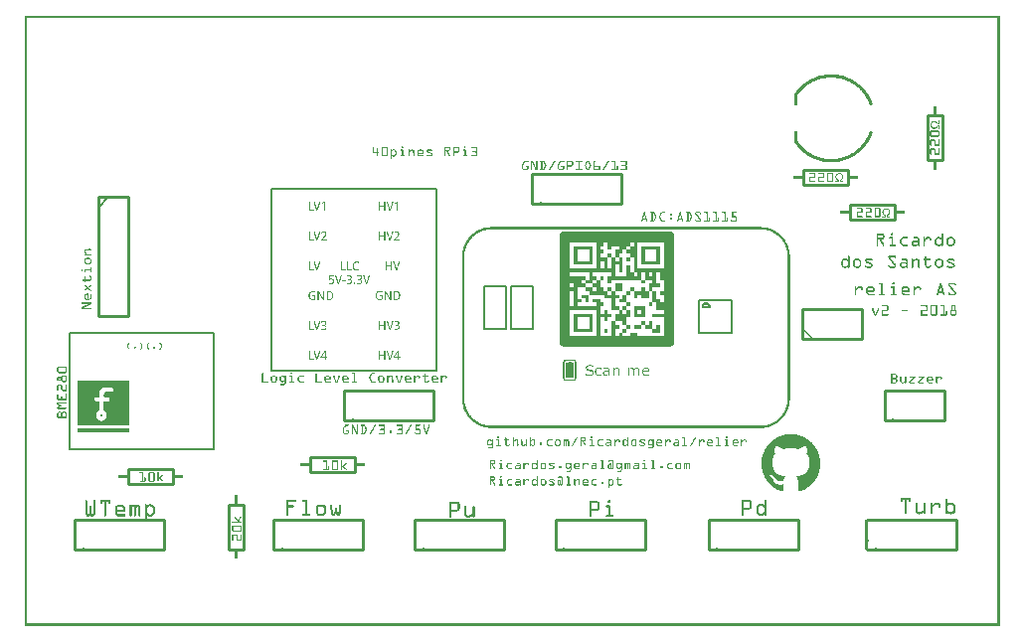
<source format=gto>
G04 MADE WITH FRITZING*
G04 WWW.FRITZING.ORG*
G04 DOUBLE SIDED*
G04 HOLES PLATED*
G04 CONTOUR ON CENTER OF CONTOUR VECTOR*
%ASAXBY*%
%FSLAX23Y23*%
%MOIN*%
%OFA0B0*%
%SFA1.0B1.0*%
%ADD10C,0.013244*%
%ADD11R,0.558213X0.617268X0.547101X0.606156*%
%ADD12C,0.005556*%
%ADD13R,0.175275X0.015748*%
%ADD14R,0.492000X0.393666X0.478112X0.379778*%
%ADD15C,0.006944*%
%ADD16C,0.010000*%
%ADD17C,0.005000*%
%ADD18C,0.008000*%
%ADD19R,0.001000X0.001000*%
%LNSILK1*%
G90*
G70*
G54D10*
X258Y706D03*
G54D12*
X829Y1467D02*
X1382Y1467D01*
X1382Y856D01*
X829Y856D01*
X829Y1467D01*
D02*
G54D13*
X265Y655D03*
G54D15*
X151Y981D02*
X636Y981D01*
X636Y594D01*
X151Y594D01*
X151Y981D01*
D02*
G54D16*
X168Y255D02*
X468Y255D01*
D02*
X468Y255D02*
X468Y355D01*
D02*
X468Y355D02*
X168Y355D01*
D02*
X168Y355D02*
X168Y255D01*
D02*
X834Y255D02*
X1134Y255D01*
D02*
X1134Y255D02*
X1134Y355D01*
D02*
X1134Y355D02*
X834Y355D01*
D02*
X834Y355D02*
X834Y255D01*
D02*
X1309Y255D02*
X1609Y255D01*
D02*
X1609Y255D02*
X1609Y355D01*
D02*
X1609Y355D02*
X1309Y355D01*
D02*
X1309Y355D02*
X1309Y255D01*
D02*
X1780Y255D02*
X2080Y255D01*
D02*
X2080Y255D02*
X2080Y355D01*
D02*
X2080Y355D02*
X1780Y355D01*
D02*
X1780Y355D02*
X1780Y255D01*
D02*
X2294Y255D02*
X2594Y255D01*
D02*
X2594Y255D02*
X2594Y355D01*
D02*
X2594Y355D02*
X2294Y355D01*
D02*
X2294Y355D02*
X2294Y255D01*
D02*
X2825Y255D02*
X3125Y255D01*
D02*
X3125Y255D02*
X3125Y355D01*
D02*
X3125Y355D02*
X2825Y355D01*
D02*
X2883Y688D02*
X3083Y688D01*
D02*
X3083Y688D02*
X3083Y788D01*
D02*
X3083Y788D02*
X2883Y788D01*
D02*
X2883Y788D02*
X2883Y688D01*
G54D17*
D02*
X1542Y1139D02*
X1613Y1139D01*
D02*
X1613Y1139D02*
X1613Y997D01*
D02*
X1613Y997D02*
X1542Y997D01*
D02*
X1542Y997D02*
X1542Y1139D01*
D02*
X1632Y1139D02*
X1703Y1139D01*
D02*
X1703Y1139D02*
X1703Y997D01*
D02*
X1703Y997D02*
X1632Y997D01*
D02*
X1632Y997D02*
X1632Y1139D01*
G54D18*
D02*
X2372Y1093D02*
X2372Y983D01*
D02*
X2372Y983D02*
X2262Y983D01*
D02*
X2262Y983D02*
X2262Y1093D01*
D02*
X2262Y1093D02*
X2372Y1093D01*
D02*
X2298Y1069D02*
X2274Y1069D01*
G54D16*
D02*
X2608Y963D02*
X2808Y963D01*
D02*
X2808Y963D02*
X2808Y1063D01*
D02*
X2808Y1063D02*
X2608Y1063D01*
D02*
X2608Y1063D02*
X2608Y963D01*
D02*
X686Y256D02*
X686Y406D01*
D02*
X686Y406D02*
X736Y406D01*
D02*
X736Y406D02*
X736Y256D01*
D02*
X736Y256D02*
X686Y256D01*
D02*
X958Y565D02*
X1108Y565D01*
D02*
X1108Y565D02*
X1108Y515D01*
D02*
X1108Y515D02*
X958Y515D01*
D02*
X958Y515D02*
X958Y565D01*
D02*
X3078Y1711D02*
X3078Y1561D01*
D02*
X3078Y1561D02*
X3028Y1561D01*
D02*
X3028Y1561D02*
X3028Y1711D01*
D02*
X3028Y1711D02*
X3078Y1711D01*
D02*
X2611Y1530D02*
X2761Y1530D01*
D02*
X2761Y1530D02*
X2761Y1480D01*
D02*
X2761Y1480D02*
X2611Y1480D01*
D02*
X2611Y1480D02*
X2611Y1530D01*
D02*
X2769Y1412D02*
X2919Y1412D01*
D02*
X2919Y1412D02*
X2919Y1362D01*
D02*
X2919Y1362D02*
X2769Y1362D01*
D02*
X2769Y1362D02*
X2769Y1412D01*
D02*
X347Y526D02*
X497Y526D01*
D02*
X497Y526D02*
X497Y476D01*
D02*
X497Y476D02*
X347Y476D01*
D02*
X347Y476D02*
X347Y526D01*
D02*
X247Y1439D02*
X247Y1039D01*
D02*
X247Y1039D02*
X347Y1039D01*
D02*
X347Y1039D02*
X347Y1439D01*
D02*
X347Y1439D02*
X247Y1439D01*
G54D17*
D02*
X247Y1404D02*
X282Y1439D01*
G54D16*
D02*
X1702Y1416D02*
X2002Y1416D01*
D02*
X2002Y1416D02*
X2002Y1516D01*
D02*
X2002Y1516D02*
X1702Y1516D01*
D02*
X1702Y1516D02*
X1702Y1416D01*
D02*
X1072Y688D02*
X1372Y688D01*
D02*
X1372Y688D02*
X1372Y788D01*
D02*
X1372Y788D02*
X1072Y788D01*
D02*
X1072Y788D02*
X1072Y688D01*
G36*
X1842Y1273D02*
X1842Y1261D01*
X1892Y1261D01*
X1892Y1261D01*
X1893Y1261D01*
X1893Y1223D01*
X1904Y1223D01*
X1904Y1273D01*
X1842Y1273D01*
G37*
D02*
G36*
X1842Y1261D02*
X1842Y1223D01*
X1854Y1223D01*
X1854Y1223D01*
X1854Y1223D01*
X1854Y1261D01*
X1854Y1261D01*
X1854Y1261D01*
X1842Y1261D01*
G37*
D02*
G36*
X1842Y1223D02*
X1842Y1223D01*
X1904Y1223D01*
X1904Y1223D01*
X1842Y1223D01*
G37*
D02*
G36*
X1842Y1223D02*
X1842Y1223D01*
X1904Y1223D01*
X1904Y1223D01*
X1842Y1223D01*
G37*
D02*
G36*
X1842Y1223D02*
X1842Y1211D01*
X1904Y1211D01*
X1904Y1223D01*
X1842Y1223D01*
G37*
D02*
G36*
X2069Y1273D02*
X2069Y1261D01*
X2119Y1261D01*
X2119Y1223D01*
X2131Y1223D01*
X2131Y1273D01*
X2069Y1273D01*
G37*
D02*
G36*
X2069Y1261D02*
X2069Y1223D01*
X2080Y1223D01*
X2080Y1261D01*
X2069Y1261D01*
G37*
D02*
G36*
X2069Y1223D02*
X2069Y1223D01*
X2131Y1223D01*
X2131Y1223D01*
X2069Y1223D01*
G37*
D02*
G36*
X2069Y1223D02*
X2069Y1223D01*
X2131Y1223D01*
X2131Y1223D01*
X2069Y1223D01*
G37*
D02*
G36*
X2069Y1223D02*
X2069Y1211D01*
X2131Y1211D01*
X2131Y1223D01*
X2069Y1223D01*
G37*
D02*
G36*
X1955Y1248D02*
X1955Y1236D01*
X1968Y1236D01*
X1968Y1248D01*
X1955Y1248D01*
G37*
D02*
G36*
X2018Y1235D02*
X2018Y1223D01*
X2030Y1223D01*
X2030Y1235D01*
X2018Y1235D01*
G37*
D02*
G36*
X1930Y1173D02*
X1930Y1160D01*
X1942Y1160D01*
X1942Y1173D01*
X1930Y1173D01*
G37*
D02*
G36*
X2068Y1160D02*
X2068Y1148D01*
X2081Y1148D01*
X2081Y1160D01*
X2068Y1160D01*
G37*
D02*
G36*
X1981Y1148D02*
X1981Y1123D01*
X2005Y1123D01*
X2005Y1148D01*
X1981Y1148D01*
G37*
D02*
G36*
X1918Y1160D02*
X1918Y1148D01*
X1905Y1148D01*
X1905Y1135D01*
X1918Y1135D01*
X1918Y1122D01*
X1942Y1122D01*
X1942Y1135D01*
X1930Y1135D01*
X1930Y1160D01*
X1918Y1160D01*
G37*
D02*
G36*
X1880Y1135D02*
X1880Y1123D01*
X1893Y1123D01*
X1893Y1122D01*
X1905Y1122D01*
X1905Y1135D01*
X1880Y1135D01*
G37*
D02*
G36*
X1893Y1122D02*
X1893Y1122D01*
X1955Y1122D01*
X1955Y1122D01*
X1893Y1122D01*
G37*
D02*
G36*
X1893Y1122D02*
X1893Y1122D01*
X1955Y1122D01*
X1955Y1122D01*
X1893Y1122D01*
G37*
D02*
G36*
X1968Y1122D02*
X1968Y1110D01*
X1980Y1110D01*
X1980Y1122D01*
X1968Y1122D01*
G37*
D02*
G36*
X1893Y1122D02*
X1893Y1110D01*
X1943Y1110D01*
X1943Y1110D01*
X1955Y1110D01*
X1955Y1122D01*
X1893Y1122D01*
G37*
D02*
G36*
X1943Y1110D02*
X1943Y1109D01*
X1993Y1109D01*
X1993Y1110D01*
X1943Y1110D01*
G37*
D02*
G36*
X1943Y1110D02*
X1943Y1109D01*
X1993Y1109D01*
X1993Y1110D01*
X1943Y1110D01*
G37*
D02*
G36*
X1943Y1109D02*
X1943Y1098D01*
X1968Y1098D01*
X1968Y1060D01*
X1993Y1060D01*
X1993Y1072D01*
X1980Y1072D01*
X1980Y1098D01*
X1993Y1098D01*
X1993Y1109D01*
X1943Y1109D01*
G37*
D02*
G36*
X1955Y1135D02*
X1955Y1123D01*
X1968Y1123D01*
X1968Y1135D01*
X1955Y1135D01*
G37*
D02*
G36*
X2031Y1135D02*
X2031Y1123D01*
X2043Y1123D01*
X2043Y1135D01*
X2031Y1135D01*
G37*
D02*
G36*
X2068Y1135D02*
X2068Y1122D01*
X2043Y1122D01*
X2043Y1110D01*
X2068Y1110D01*
X2068Y1098D01*
X2093Y1098D01*
X2093Y1122D01*
X2081Y1122D01*
X2081Y1135D01*
X2068Y1135D01*
G37*
D02*
G36*
X2043Y1110D02*
X2043Y1098D01*
X2055Y1098D01*
X2055Y1110D01*
X2043Y1110D01*
G37*
D02*
G36*
X2018Y1122D02*
X2018Y1110D01*
X2030Y1110D01*
X2030Y1122D01*
X2018Y1122D01*
G37*
D02*
G36*
X1803Y1322D02*
X1803Y1321D01*
X1802Y1321D01*
X1802Y1321D01*
X1802Y1321D01*
X1802Y1321D01*
X1801Y1321D01*
X1801Y1321D01*
X1801Y1321D01*
X1801Y1320D01*
X1800Y1320D01*
X1800Y1320D01*
X1799Y1320D01*
X1799Y1320D01*
X1799Y1320D01*
X1799Y1319D01*
X1799Y1319D01*
X1799Y1319D01*
X1798Y1319D01*
X1798Y1319D01*
X1798Y1319D01*
X1798Y1319D01*
X1798Y1319D01*
X1798Y1318D01*
X1797Y1318D01*
X1797Y1318D01*
X1797Y1318D01*
X1797Y1318D01*
X1797Y1318D01*
X1797Y1318D01*
X1797Y1318D01*
X1797Y1317D01*
X1796Y1317D01*
X1796Y1317D01*
X1796Y1317D01*
X1796Y1317D01*
X1796Y1317D01*
X1796Y1316D01*
X1795Y1316D01*
X1795Y1316D01*
X1795Y1316D01*
X1795Y1315D01*
X1795Y1315D01*
X1795Y1315D01*
X1795Y1315D01*
X1795Y1314D01*
X1794Y1314D01*
X1794Y1314D01*
X1794Y1314D01*
X1794Y1313D01*
X1794Y1313D01*
X1794Y1312D01*
X1794Y1312D01*
X1794Y1311D01*
X1793Y1311D01*
X1793Y1286D01*
X2143Y1286D01*
X2143Y1198D01*
X2178Y1198D01*
X2178Y1312D01*
X2178Y1312D01*
X2178Y1313D01*
X2177Y1313D01*
X2177Y1313D01*
X2177Y1313D01*
X2177Y1314D01*
X2177Y1314D01*
X2177Y1315D01*
X2177Y1315D01*
X2177Y1315D01*
X2176Y1315D01*
X2176Y1315D01*
X2176Y1315D01*
X2176Y1316D01*
X2176Y1316D01*
X2176Y1316D01*
X2176Y1316D01*
X2176Y1317D01*
X2175Y1317D01*
X2175Y1317D01*
X2175Y1317D01*
X2175Y1317D01*
X2175Y1317D01*
X2175Y1318D01*
X2175Y1318D01*
X2175Y1318D01*
X2174Y1318D01*
X2174Y1318D01*
X2174Y1318D01*
X2174Y1318D01*
X2174Y1318D01*
X2174Y1319D01*
X2173Y1319D01*
X2173Y1319D01*
X2173Y1319D01*
X2173Y1319D01*
X2173Y1319D01*
X2173Y1319D01*
X2172Y1319D01*
X2172Y1320D01*
X2172Y1320D01*
X2172Y1320D01*
X2172Y1320D01*
X2172Y1320D01*
X2171Y1320D01*
X2171Y1321D01*
X2171Y1321D01*
X2171Y1321D01*
X2170Y1321D01*
X2170Y1321D01*
X2169Y1321D01*
X2169Y1321D01*
X2168Y1321D01*
X2168Y1322D01*
X1803Y1322D01*
G37*
D02*
G36*
X1793Y1286D02*
X1793Y1198D01*
X1829Y1198D01*
X1829Y1286D01*
X1793Y1286D01*
G37*
D02*
G36*
X1917Y1286D02*
X1917Y1286D01*
X2043Y1286D01*
X2043Y1273D01*
X2031Y1273D01*
X2031Y1261D01*
X2018Y1261D01*
X2018Y1248D01*
X2031Y1248D01*
X2031Y1236D01*
X2043Y1236D01*
X2043Y1198D01*
X2055Y1198D01*
X2055Y1286D01*
X1917Y1286D01*
G37*
D02*
G36*
X1917Y1286D02*
X1917Y1223D01*
X1943Y1223D01*
X1943Y1198D01*
X1955Y1198D01*
X1955Y1235D01*
X1930Y1235D01*
X1930Y1248D01*
X1942Y1248D01*
X1942Y1261D01*
X1930Y1261D01*
X1930Y1274D01*
X1942Y1274D01*
X1942Y1286D01*
X1917Y1286D01*
G37*
D02*
G36*
X1955Y1286D02*
X1955Y1274D01*
X1993Y1274D01*
X1993Y1261D01*
X1981Y1261D01*
X1981Y1236D01*
X1993Y1236D01*
X1993Y1248D01*
X2005Y1248D01*
X2005Y1261D01*
X2018Y1261D01*
X2018Y1274D01*
X2030Y1274D01*
X2030Y1286D01*
X1955Y1286D01*
G37*
D02*
G36*
X1955Y1274D02*
X1955Y1261D01*
X1968Y1261D01*
X1968Y1274D01*
X1955Y1274D01*
G37*
D02*
G36*
X1968Y1235D02*
X1968Y1223D01*
X1980Y1223D01*
X1980Y1235D01*
X1968Y1235D01*
G37*
D02*
G36*
X1993Y1235D02*
X1993Y1223D01*
X2005Y1223D01*
X2005Y1235D01*
X1993Y1235D01*
G37*
D02*
G36*
X1917Y1223D02*
X1917Y1198D01*
X1930Y1198D01*
X1930Y1223D01*
X1917Y1223D01*
G37*
D02*
G36*
X1968Y1223D02*
X1968Y1223D01*
X2005Y1223D01*
X2005Y1223D01*
X1968Y1223D01*
G37*
D02*
G36*
X1968Y1223D02*
X1968Y1223D01*
X2005Y1223D01*
X2005Y1223D01*
X1968Y1223D01*
G37*
D02*
G36*
X1968Y1223D02*
X1968Y1211D01*
X1993Y1211D01*
X1993Y1186D01*
X2005Y1186D01*
X2005Y1223D01*
X1968Y1223D01*
G37*
D02*
G36*
X1968Y1211D02*
X1968Y1198D01*
X1980Y1198D01*
X1980Y1211D01*
X1968Y1211D01*
G37*
D02*
G36*
X2018Y1210D02*
X2018Y1173D01*
X2043Y1173D01*
X2043Y1185D01*
X2030Y1185D01*
X2030Y1210D01*
X2018Y1210D01*
G37*
D02*
G36*
X1793Y1198D02*
X1793Y1198D01*
X1930Y1198D01*
X1930Y1198D01*
X1793Y1198D01*
G37*
D02*
G36*
X1793Y1198D02*
X1793Y1198D01*
X1930Y1198D01*
X1930Y1198D01*
X1793Y1198D01*
G37*
D02*
G36*
X2043Y1198D02*
X2043Y1198D01*
X2178Y1198D01*
X2178Y1198D01*
X2043Y1198D01*
G37*
D02*
G36*
X2043Y1198D02*
X2043Y1198D01*
X2178Y1198D01*
X2178Y1198D01*
X2043Y1198D01*
G37*
D02*
G36*
X1793Y1198D02*
X1793Y1197D01*
X1980Y1197D01*
X1980Y1198D01*
X1793Y1198D01*
G37*
D02*
G36*
X1793Y1198D02*
X1793Y1197D01*
X1980Y1197D01*
X1980Y1198D01*
X1793Y1198D01*
G37*
D02*
G36*
X1793Y1198D02*
X1793Y1197D01*
X1980Y1197D01*
X1980Y1198D01*
X1793Y1198D01*
G37*
D02*
G36*
X2043Y1198D02*
X2043Y1186D01*
X2131Y1186D01*
X2131Y1160D01*
X2144Y1160D01*
X2144Y1122D01*
X2131Y1122D01*
X2131Y1110D01*
X2144Y1110D01*
X2144Y1085D01*
X2178Y1085D01*
X2178Y1198D01*
X2043Y1198D01*
G37*
D02*
G36*
X1793Y1197D02*
X1793Y1186D01*
X1968Y1186D01*
X1968Y1173D01*
X1980Y1173D01*
X1980Y1197D01*
X1793Y1197D01*
G37*
D02*
G36*
X1793Y1186D02*
X1793Y1148D01*
X1842Y1148D01*
X1842Y1135D01*
X1855Y1135D01*
X1855Y1135D01*
X1880Y1135D01*
X1880Y1148D01*
X1867Y1148D01*
X1867Y1160D01*
X1880Y1160D01*
X1880Y1173D01*
X1829Y1173D01*
X1829Y1186D01*
X1793Y1186D01*
G37*
D02*
G36*
X1893Y1186D02*
X1893Y1160D01*
X1880Y1160D01*
X1880Y1148D01*
X1905Y1148D01*
X1905Y1160D01*
X1917Y1160D01*
X1917Y1173D01*
X1905Y1173D01*
X1905Y1186D01*
X1893Y1186D01*
G37*
D02*
G36*
X2056Y1186D02*
X2056Y1173D01*
X2068Y1173D01*
X2068Y1186D01*
X2056Y1186D01*
G37*
D02*
G36*
X2081Y1186D02*
X2081Y1173D01*
X2093Y1173D01*
X2093Y1186D01*
X2081Y1186D01*
G37*
D02*
G36*
X2106Y1186D02*
X2106Y1173D01*
X2118Y1173D01*
X2118Y1186D01*
X2106Y1186D01*
G37*
D02*
G36*
X1955Y1173D02*
X1955Y1173D01*
X2068Y1173D01*
X2068Y1173D01*
X1955Y1173D01*
G37*
D02*
G36*
X1955Y1173D02*
X1955Y1173D01*
X2068Y1173D01*
X2068Y1173D01*
X1955Y1173D01*
G37*
D02*
G36*
X1955Y1173D02*
X1955Y1173D01*
X2068Y1173D01*
X2068Y1173D01*
X1955Y1173D01*
G37*
D02*
G36*
X2081Y1173D02*
X2081Y1173D01*
X2118Y1173D01*
X2118Y1173D01*
X2081Y1173D01*
G37*
D02*
G36*
X2081Y1173D02*
X2081Y1173D01*
X2118Y1173D01*
X2118Y1173D01*
X2081Y1173D01*
G37*
D02*
G36*
X1955Y1173D02*
X1955Y1148D01*
X1968Y1148D01*
X1968Y1160D01*
X2068Y1160D01*
X2068Y1173D01*
X1955Y1173D01*
G37*
D02*
G36*
X2081Y1173D02*
X2081Y1160D01*
X2106Y1160D01*
X2106Y1148D01*
X2094Y1148D01*
X2094Y1123D01*
X2106Y1123D01*
X2106Y1135D01*
X2131Y1135D01*
X2131Y1148D01*
X2118Y1148D01*
X2118Y1173D01*
X2081Y1173D01*
G37*
D02*
G36*
X1793Y1148D02*
X1793Y1135D01*
X1829Y1135D01*
X1829Y1148D01*
X1793Y1148D01*
G37*
D02*
G36*
X1793Y1135D02*
X1793Y1135D01*
X1855Y1135D01*
X1855Y1135D01*
X1793Y1135D01*
G37*
D02*
G36*
X1793Y1135D02*
X1793Y1135D01*
X1855Y1135D01*
X1855Y1135D01*
X1793Y1135D01*
G37*
D02*
G36*
X1793Y1135D02*
X1793Y1123D01*
X1842Y1123D01*
X1842Y1072D01*
X1855Y1072D01*
X1855Y1085D01*
X1867Y1085D01*
X1867Y1097D01*
X1855Y1097D01*
X1855Y1135D01*
X1793Y1135D01*
G37*
D02*
G36*
X1793Y1123D02*
X1793Y1072D01*
X1829Y1072D01*
X1829Y1123D01*
X1793Y1123D01*
G37*
D02*
G36*
X2106Y1122D02*
X2106Y1085D01*
X2119Y1085D01*
X2119Y1085D01*
X2131Y1085D01*
X2131Y1097D01*
X2118Y1097D01*
X2118Y1122D01*
X2106Y1122D01*
G37*
D02*
G36*
X1905Y1097D02*
X1905Y1085D01*
X1918Y1085D01*
X1918Y1072D01*
X1930Y1072D01*
X1930Y1073D01*
X1942Y1073D01*
X1942Y1085D01*
X1930Y1085D01*
X1930Y1097D01*
X1905Y1097D01*
G37*
D02*
G36*
X2119Y1085D02*
X2119Y1084D01*
X2178Y1084D01*
X2178Y1085D01*
X2119Y1085D01*
G37*
D02*
G36*
X2119Y1085D02*
X2119Y1084D01*
X2178Y1084D01*
X2178Y1085D01*
X2119Y1085D01*
G37*
D02*
G36*
X2119Y1084D02*
X2119Y1060D01*
X2144Y1060D01*
X2144Y1047D01*
X2106Y1047D01*
X2106Y1035D01*
X2144Y1035D01*
X2144Y972D01*
X2178Y972D01*
X2178Y1084D01*
X2119Y1084D01*
G37*
D02*
G36*
X1793Y1072D02*
X1793Y1072D01*
X1930Y1072D01*
X1930Y1072D01*
X1793Y1072D01*
G37*
D02*
G36*
X1793Y1072D02*
X1793Y1072D01*
X1930Y1072D01*
X1930Y1072D01*
X1793Y1072D01*
G37*
D02*
G36*
X1793Y1072D02*
X1793Y1072D01*
X1930Y1072D01*
X1930Y1072D01*
X1793Y1072D01*
G37*
D02*
G36*
X1793Y1072D02*
X1793Y1060D01*
X1917Y1060D01*
X1917Y1047D01*
X1930Y1047D01*
X1930Y1072D01*
X1793Y1072D01*
G37*
D02*
G36*
X1793Y1060D02*
X1793Y972D01*
X1829Y972D01*
X1829Y1060D01*
X1793Y1060D01*
G37*
D02*
G36*
X1943Y1060D02*
X1943Y1047D01*
X1955Y1047D01*
X1955Y1060D01*
X1943Y1060D01*
G37*
D02*
G36*
X1917Y1047D02*
X1917Y1047D01*
X1968Y1047D01*
X1968Y1047D01*
X1917Y1047D01*
G37*
D02*
G36*
X1917Y1047D02*
X1917Y1047D01*
X1968Y1047D01*
X1968Y1047D01*
X1917Y1047D01*
G37*
D02*
G36*
X1917Y1047D02*
X1917Y1035D01*
X1943Y1035D01*
X1943Y1022D01*
X1955Y1022D01*
X1955Y1035D01*
X1968Y1035D01*
X1968Y1047D01*
X1917Y1047D01*
G37*
D02*
G36*
X1917Y1035D02*
X1917Y972D01*
X1930Y972D01*
X1930Y1035D01*
X1917Y1035D01*
G37*
D02*
G36*
X1968Y1022D02*
X1968Y972D01*
X1980Y972D01*
X1980Y997D01*
X1993Y997D01*
X1993Y1009D01*
X1980Y1009D01*
X1980Y1022D01*
X1968Y1022D01*
G37*
D02*
G36*
X1993Y984D02*
X1993Y972D01*
X2005Y972D01*
X2005Y984D01*
X1993Y984D01*
G37*
D02*
G36*
X2031Y984D02*
X2031Y972D01*
X2055Y972D01*
X2055Y984D01*
X2031Y984D01*
G37*
D02*
G36*
X1793Y972D02*
X1793Y972D01*
X1930Y972D01*
X1930Y972D01*
X1793Y972D01*
G37*
D02*
G36*
X1793Y972D02*
X1793Y972D01*
X1930Y972D01*
X1930Y972D01*
X1793Y972D01*
G37*
D02*
G36*
X1793Y972D02*
X1793Y971D01*
X2178Y971D01*
X2178Y972D01*
X1793Y972D01*
G37*
D02*
G36*
X1793Y972D02*
X1793Y971D01*
X2178Y971D01*
X2178Y972D01*
X1793Y972D01*
G37*
D02*
G36*
X1793Y972D02*
X1793Y971D01*
X2178Y971D01*
X2178Y972D01*
X1793Y972D01*
G37*
D02*
G36*
X1793Y972D02*
X1793Y971D01*
X2178Y971D01*
X2178Y972D01*
X1793Y972D01*
G37*
D02*
G36*
X1793Y972D02*
X1793Y971D01*
X2178Y971D01*
X2178Y972D01*
X1793Y972D01*
G37*
D02*
G36*
X1793Y971D02*
X1793Y948D01*
X1794Y948D01*
X1794Y947D01*
X1794Y947D01*
X1794Y945D01*
X1794Y945D01*
X1794Y945D01*
X1794Y945D01*
X1794Y944D01*
X1795Y944D01*
X1795Y944D01*
X1795Y944D01*
X1795Y943D01*
X1795Y943D01*
X1795Y943D01*
X1795Y943D01*
X1795Y942D01*
X1796Y942D01*
X1796Y942D01*
X1796Y942D01*
X1796Y942D01*
X1796Y942D01*
X1796Y941D01*
X1797Y941D01*
X1797Y941D01*
X1797Y941D01*
X1797Y941D01*
X1797Y941D01*
X1797Y940D01*
X1797Y940D01*
X1797Y940D01*
X1798Y940D01*
X1798Y940D01*
X1798Y940D01*
X1798Y940D01*
X1798Y940D01*
X1798Y939D01*
X1799Y939D01*
X1799Y939D01*
X1799Y939D01*
X1799Y939D01*
X1800Y939D01*
X1800Y939D01*
X1800Y939D01*
X1800Y938D01*
X1801Y938D01*
X1801Y938D01*
X1801Y938D01*
X1801Y938D01*
X1802Y938D01*
X1802Y938D01*
X1803Y938D01*
X1803Y937D01*
X1804Y937D01*
X1804Y937D01*
X2167Y937D01*
X2167Y937D01*
X2169Y937D01*
X2169Y938D01*
X2169Y938D01*
X2169Y938D01*
X2170Y938D01*
X2170Y938D01*
X2171Y938D01*
X2171Y938D01*
X2171Y938D01*
X2171Y939D01*
X2172Y939D01*
X2172Y939D01*
X2172Y939D01*
X2172Y939D01*
X2173Y939D01*
X2173Y939D01*
X2173Y939D01*
X2173Y940D01*
X2173Y940D01*
X2173Y940D01*
X2174Y940D01*
X2174Y940D01*
X2174Y940D01*
X2174Y940D01*
X2174Y940D01*
X2174Y941D01*
X2175Y941D01*
X2175Y941D01*
X2175Y941D01*
X2175Y941D01*
X2175Y941D01*
X2175Y941D01*
X2175Y941D01*
X2175Y942D01*
X2176Y942D01*
X2176Y942D01*
X2176Y942D01*
X2176Y943D01*
X2176Y943D01*
X2176Y943D01*
X2176Y943D01*
X2176Y944D01*
X2177Y944D01*
X2177Y944D01*
X2177Y944D01*
X2177Y945D01*
X2177Y945D01*
X2177Y945D01*
X2177Y945D01*
X2177Y946D01*
X2178Y946D01*
X2178Y947D01*
X2178Y947D01*
X2178Y971D01*
X1793Y971D01*
G37*
D02*
G36*
X1867Y1110D02*
X1867Y1098D01*
X1880Y1098D01*
X1880Y1085D01*
X1892Y1085D01*
X1892Y1110D01*
X1867Y1110D01*
G37*
D02*
G36*
X2006Y1110D02*
X2006Y1097D01*
X1993Y1097D01*
X1993Y1085D01*
X2018Y1085D01*
X2018Y1110D01*
X2006Y1110D01*
G37*
D02*
G36*
X2018Y1085D02*
X2018Y1073D01*
X2030Y1073D01*
X2030Y1085D01*
X2018Y1085D01*
G37*
D02*
G36*
X2094Y1085D02*
X2094Y1073D01*
X2106Y1073D01*
X2106Y1085D01*
X2094Y1085D01*
G37*
D02*
G36*
X2006Y1072D02*
X2006Y1060D01*
X2018Y1060D01*
X2018Y1072D01*
X2006Y1072D01*
G37*
D02*
G36*
X2043Y1072D02*
X2043Y1060D01*
X2068Y1060D01*
X2068Y1047D01*
X2081Y1047D01*
X2081Y1072D01*
X2043Y1072D01*
G37*
D02*
G36*
X2043Y1060D02*
X2043Y1047D01*
X2055Y1047D01*
X2055Y1060D01*
X2043Y1060D01*
G37*
D02*
G36*
X2043Y1047D02*
X2043Y1047D01*
X2081Y1047D01*
X2081Y1047D01*
X2043Y1047D01*
G37*
D02*
G36*
X2043Y1047D02*
X2043Y1047D01*
X2081Y1047D01*
X2081Y1047D01*
X2043Y1047D01*
G37*
D02*
G36*
X2043Y1047D02*
X2043Y1035D01*
X2081Y1035D01*
X2081Y1047D01*
X2043Y1047D01*
G37*
D02*
G36*
X1993Y1060D02*
X1993Y1047D01*
X2005Y1047D01*
X2005Y1060D01*
X1993Y1060D01*
G37*
D02*
G36*
X2018Y1060D02*
X2018Y1047D01*
X2030Y1047D01*
X2030Y1060D01*
X2018Y1060D01*
G37*
D02*
G36*
X1981Y1047D02*
X1981Y1047D01*
X2030Y1047D01*
X2030Y1047D01*
X1981Y1047D01*
G37*
D02*
G36*
X1981Y1047D02*
X1981Y1047D01*
X2030Y1047D01*
X2030Y1047D01*
X1981Y1047D01*
G37*
D02*
G36*
X1981Y1047D02*
X1981Y1022D01*
X2006Y1022D01*
X2006Y1010D01*
X2018Y1010D01*
X2018Y1035D01*
X2030Y1035D01*
X2030Y1047D01*
X1981Y1047D01*
G37*
D02*
G36*
X1842Y1047D02*
X1842Y1035D01*
X1893Y1035D01*
X1893Y997D01*
X1904Y997D01*
X1904Y1047D01*
X1842Y1047D01*
G37*
D02*
G36*
X1842Y1035D02*
X1842Y997D01*
X1854Y997D01*
X1854Y1035D01*
X1842Y1035D01*
G37*
D02*
G36*
X1842Y997D02*
X1842Y997D01*
X1904Y997D01*
X1904Y997D01*
X1842Y997D01*
G37*
D02*
G36*
X1842Y997D02*
X1842Y997D01*
X1904Y997D01*
X1904Y997D01*
X1842Y997D01*
G37*
D02*
G36*
X1842Y997D02*
X1842Y985D01*
X1904Y985D01*
X1904Y997D01*
X1842Y997D01*
G37*
D02*
G36*
X2068Y1022D02*
X2068Y1010D01*
X2081Y1010D01*
X2081Y1022D01*
X2068Y1022D01*
G37*
D02*
G36*
X2094Y1022D02*
X2094Y1009D01*
X2081Y1009D01*
X2081Y997D01*
X2106Y997D01*
X2106Y1022D01*
X2094Y1022D01*
G37*
D02*
G36*
X2018Y1009D02*
X2018Y997D01*
X2030Y997D01*
X2030Y1009D01*
X2018Y1009D01*
G37*
D02*
G36*
X2043Y1009D02*
X2043Y997D01*
X2068Y997D01*
X2068Y1009D01*
X2043Y1009D01*
G37*
D02*
G36*
X2119Y1009D02*
X2119Y997D01*
X2106Y997D01*
X2106Y984D01*
X2131Y984D01*
X2131Y1009D01*
X2119Y1009D01*
G37*
D02*
G36*
X1943Y997D02*
X1943Y984D01*
X1955Y984D01*
X1955Y997D01*
X1943Y997D01*
G37*
D02*
G36*
X2006Y997D02*
X2006Y984D01*
X2018Y984D01*
X2018Y997D01*
X2006Y997D01*
G37*
D02*
G36*
X1815Y893D02*
X1815Y893D01*
X1814Y893D01*
X1814Y893D01*
X1813Y893D01*
X1813Y892D01*
X1812Y892D01*
X1812Y892D01*
X1811Y892D01*
X1811Y892D01*
X1811Y892D01*
X1811Y892D01*
X1811Y892D01*
X1811Y891D01*
X1810Y891D01*
X1810Y891D01*
X1810Y891D01*
X1810Y891D01*
X1810Y891D01*
X1810Y891D01*
X1809Y891D01*
X1809Y890D01*
X1809Y890D01*
X1809Y890D01*
X1809Y890D01*
X1809Y890D01*
X1808Y890D01*
X1808Y889D01*
X1808Y889D01*
X1808Y889D01*
X1808Y889D01*
X1808Y889D01*
X1841Y889D01*
X1841Y888D01*
X1842Y888D01*
X1842Y888D01*
X1843Y888D01*
X1843Y888D01*
X1843Y888D01*
X1843Y888D01*
X1843Y888D01*
X1843Y887D01*
X1844Y887D01*
X1844Y887D01*
X1844Y887D01*
X1844Y887D01*
X1844Y887D01*
X1844Y886D01*
X1845Y886D01*
X1845Y886D01*
X1845Y886D01*
X1845Y885D01*
X1845Y885D01*
X1845Y829D01*
X1845Y829D01*
X1845Y828D01*
X1845Y828D01*
X1845Y828D01*
X1844Y828D01*
X1844Y827D01*
X1844Y827D01*
X1844Y827D01*
X1844Y827D01*
X1844Y827D01*
X1843Y827D01*
X1843Y827D01*
X1843Y827D01*
X1843Y826D01*
X1843Y826D01*
X1843Y826D01*
X1842Y826D01*
X1842Y826D01*
X1841Y826D01*
X1841Y826D01*
X1848Y826D01*
X1848Y826D01*
X1849Y826D01*
X1849Y826D01*
X1849Y826D01*
X1849Y827D01*
X1849Y827D01*
X1849Y827D01*
X1849Y827D01*
X1849Y828D01*
X1850Y828D01*
X1850Y830D01*
X1850Y830D01*
X1850Y884D01*
X1850Y884D01*
X1850Y886D01*
X1849Y886D01*
X1849Y887D01*
X1849Y887D01*
X1849Y887D01*
X1849Y887D01*
X1849Y888D01*
X1849Y888D01*
X1849Y888D01*
X1848Y888D01*
X1848Y889D01*
X1848Y889D01*
X1848Y889D01*
X1848Y889D01*
X1848Y889D01*
X1847Y889D01*
X1847Y890D01*
X1847Y890D01*
X1847Y890D01*
X1847Y890D01*
X1847Y891D01*
X1847Y891D01*
X1847Y891D01*
X1846Y891D01*
X1846Y891D01*
X1846Y891D01*
X1846Y891D01*
X1846Y891D01*
X1846Y892D01*
X1845Y892D01*
X1845Y892D01*
X1845Y892D01*
X1845Y892D01*
X1844Y892D01*
X1844Y892D01*
X1843Y892D01*
X1843Y893D01*
X1843Y893D01*
X1843Y893D01*
X1842Y893D01*
X1842Y893D01*
X1815Y893D01*
G37*
D02*
G36*
X1808Y889D02*
X1808Y888D01*
X1808Y888D01*
X1808Y888D01*
X1807Y888D01*
X1807Y888D01*
X1807Y888D01*
X1807Y887D01*
X1807Y887D01*
X1807Y886D01*
X1807Y886D01*
X1807Y885D01*
X1806Y885D01*
X1806Y830D01*
X1807Y830D01*
X1807Y828D01*
X1807Y828D01*
X1807Y827D01*
X1807Y827D01*
X1807Y827D01*
X1807Y827D01*
X1807Y826D01*
X1808Y826D01*
X1808Y826D01*
X1808Y826D01*
X1808Y826D01*
X1815Y826D01*
X1815Y826D01*
X1814Y826D01*
X1814Y826D01*
X1814Y826D01*
X1814Y826D01*
X1813Y826D01*
X1813Y827D01*
X1813Y827D01*
X1813Y827D01*
X1812Y827D01*
X1812Y827D01*
X1812Y827D01*
X1812Y827D01*
X1812Y827D01*
X1812Y828D01*
X1812Y828D01*
X1812Y828D01*
X1811Y828D01*
X1811Y829D01*
X1811Y829D01*
X1811Y885D01*
X1811Y885D01*
X1811Y886D01*
X1812Y886D01*
X1812Y886D01*
X1812Y886D01*
X1812Y887D01*
X1812Y887D01*
X1812Y887D01*
X1812Y887D01*
X1812Y887D01*
X1813Y887D01*
X1813Y888D01*
X1813Y888D01*
X1813Y888D01*
X1814Y888D01*
X1814Y888D01*
X1814Y888D01*
X1814Y888D01*
X1815Y888D01*
X1815Y889D01*
X1808Y889D01*
G37*
D02*
G36*
X1808Y826D02*
X1808Y825D01*
X1848Y825D01*
X1848Y826D01*
X1808Y826D01*
G37*
D02*
G36*
X1808Y826D02*
X1808Y825D01*
X1848Y825D01*
X1848Y826D01*
X1808Y826D01*
G37*
D02*
G36*
X1808Y825D02*
X1808Y825D01*
X1808Y825D01*
X1808Y825D01*
X1809Y825D01*
X1809Y824D01*
X1809Y824D01*
X1809Y824D01*
X1809Y824D01*
X1809Y824D01*
X1810Y824D01*
X1810Y823D01*
X1810Y823D01*
X1810Y823D01*
X1810Y823D01*
X1810Y823D01*
X1811Y823D01*
X1811Y823D01*
X1811Y823D01*
X1811Y822D01*
X1811Y822D01*
X1811Y822D01*
X1812Y822D01*
X1812Y822D01*
X1812Y822D01*
X1812Y822D01*
X1813Y822D01*
X1813Y821D01*
X1814Y821D01*
X1814Y821D01*
X1842Y821D01*
X1842Y821D01*
X1843Y821D01*
X1843Y822D01*
X1844Y822D01*
X1844Y822D01*
X1844Y822D01*
X1844Y822D01*
X1845Y822D01*
X1845Y822D01*
X1845Y822D01*
X1845Y823D01*
X1846Y823D01*
X1846Y823D01*
X1846Y823D01*
X1846Y823D01*
X1846Y823D01*
X1846Y823D01*
X1847Y823D01*
X1847Y824D01*
X1847Y824D01*
X1847Y824D01*
X1847Y824D01*
X1847Y824D01*
X1847Y824D01*
X1847Y825D01*
X1848Y825D01*
X1848Y825D01*
X1848Y825D01*
X1848Y825D01*
X1808Y825D01*
G37*
D02*
G36*
X1823Y886D02*
X1823Y884D01*
X1833Y884D01*
X1833Y886D01*
X1823Y886D01*
G37*
D02*
G36*
X1814Y881D02*
X1814Y833D01*
X1842Y833D01*
X1842Y881D01*
X1814Y881D01*
G37*
D02*
G36*
X2083Y866D02*
X2083Y866D01*
X2081Y866D01*
X2081Y866D01*
X2080Y866D01*
X2080Y866D01*
X2079Y866D01*
X2079Y865D01*
X2078Y865D01*
X2078Y865D01*
X2078Y865D01*
X2078Y865D01*
X2077Y865D01*
X2077Y865D01*
X2077Y865D01*
X2077Y864D01*
X2076Y864D01*
X2076Y864D01*
X2076Y864D01*
X2076Y864D01*
X2076Y864D01*
X2076Y864D01*
X2075Y864D01*
X2075Y863D01*
X2075Y863D01*
X2075Y863D01*
X2075Y863D01*
X2075Y863D01*
X2086Y863D01*
X2086Y862D01*
X2087Y862D01*
X2087Y862D01*
X2088Y862D01*
X2088Y862D01*
X2088Y862D01*
X2088Y862D01*
X2089Y862D01*
X2089Y861D01*
X2089Y861D01*
X2089Y861D01*
X2089Y861D01*
X2089Y861D01*
X2089Y861D01*
X2089Y861D01*
X2090Y861D01*
X2090Y860D01*
X2090Y860D01*
X2090Y860D01*
X2090Y860D01*
X2090Y859D01*
X2090Y859D01*
X2090Y859D01*
X2091Y859D01*
X2091Y858D01*
X2091Y858D01*
X2091Y855D01*
X2095Y855D01*
X2095Y857D01*
X2095Y857D01*
X2095Y858D01*
X2095Y858D01*
X2095Y859D01*
X2094Y859D01*
X2094Y860D01*
X2094Y860D01*
X2094Y861D01*
X2094Y861D01*
X2094Y861D01*
X2094Y861D01*
X2094Y862D01*
X2093Y862D01*
X2093Y862D01*
X2093Y862D01*
X2093Y862D01*
X2093Y862D01*
X2093Y863D01*
X2093Y863D01*
X2093Y863D01*
X2092Y863D01*
X2092Y863D01*
X2092Y863D01*
X2092Y864D01*
X2092Y864D01*
X2092Y864D01*
X2091Y864D01*
X2091Y864D01*
X2091Y864D01*
X2091Y864D01*
X2091Y864D01*
X2091Y865D01*
X2090Y865D01*
X2090Y865D01*
X2090Y865D01*
X2090Y865D01*
X2089Y865D01*
X2089Y865D01*
X2089Y865D01*
X2089Y866D01*
X2088Y866D01*
X2088Y866D01*
X2087Y866D01*
X2087Y866D01*
X2085Y866D01*
X2085Y866D01*
X2083Y866D01*
G37*
D02*
G36*
X2075Y863D02*
X2075Y862D01*
X2074Y862D01*
X2074Y862D01*
X2074Y862D01*
X2074Y862D01*
X2074Y862D01*
X2074Y861D01*
X2073Y861D01*
X2073Y861D01*
X2073Y861D01*
X2073Y861D01*
X2073Y861D01*
X2073Y860D01*
X2073Y860D01*
X2073Y860D01*
X2072Y860D01*
X2072Y859D01*
X2072Y859D01*
X2072Y858D01*
X2072Y858D01*
X2072Y858D01*
X2072Y858D01*
X2072Y857D01*
X2071Y857D01*
X2071Y856D01*
X2071Y856D01*
X2071Y855D01*
X2075Y855D01*
X2075Y857D01*
X2076Y857D01*
X2076Y858D01*
X2076Y858D01*
X2076Y858D01*
X2076Y858D01*
X2076Y859D01*
X2076Y859D01*
X2076Y859D01*
X2077Y859D01*
X2077Y860D01*
X2077Y860D01*
X2077Y860D01*
X2077Y860D01*
X2077Y860D01*
X2077Y860D01*
X2077Y861D01*
X2078Y861D01*
X2078Y861D01*
X2078Y861D01*
X2078Y861D01*
X2078Y861D01*
X2078Y861D01*
X2079Y861D01*
X2079Y862D01*
X2079Y862D01*
X2079Y862D01*
X2080Y862D01*
X2080Y862D01*
X2080Y862D01*
X2080Y862D01*
X2081Y862D01*
X2081Y863D01*
X2075Y863D01*
G37*
D02*
G36*
X2071Y855D02*
X2071Y855D01*
X2095Y855D01*
X2095Y855D01*
X2071Y855D01*
G37*
D02*
G36*
X2071Y855D02*
X2071Y855D01*
X2095Y855D01*
X2095Y855D01*
X2071Y855D01*
G37*
D02*
G36*
X2071Y855D02*
X2071Y854D01*
X2071Y854D01*
X2071Y850D01*
X2071Y850D01*
X2071Y848D01*
X2071Y848D01*
X2071Y847D01*
X2072Y847D01*
X2072Y847D01*
X2072Y847D01*
X2072Y846D01*
X2072Y846D01*
X2072Y845D01*
X2072Y845D01*
X2072Y845D01*
X2073Y845D01*
X2073Y844D01*
X2073Y844D01*
X2073Y844D01*
X2073Y844D01*
X2073Y843D01*
X2073Y843D01*
X2073Y843D01*
X2074Y843D01*
X2074Y843D01*
X2074Y843D01*
X2074Y842D01*
X2074Y842D01*
X2074Y842D01*
X2082Y842D01*
X2082Y842D01*
X2081Y842D01*
X2081Y843D01*
X2081Y843D01*
X2081Y843D01*
X2080Y843D01*
X2080Y843D01*
X2080Y843D01*
X2080Y843D01*
X2079Y843D01*
X2079Y844D01*
X2079Y844D01*
X2079Y844D01*
X2078Y844D01*
X2078Y844D01*
X2078Y844D01*
X2078Y844D01*
X2078Y844D01*
X2078Y845D01*
X2077Y845D01*
X2077Y845D01*
X2077Y845D01*
X2077Y845D01*
X2077Y845D01*
X2077Y846D01*
X2077Y846D01*
X2077Y846D01*
X2076Y846D01*
X2076Y847D01*
X2076Y847D01*
X2076Y847D01*
X2076Y847D01*
X2076Y848D01*
X2076Y848D01*
X2076Y849D01*
X2075Y849D01*
X2075Y852D01*
X2095Y852D01*
X2095Y855D01*
X2071Y855D01*
G37*
D02*
G36*
X2094Y845D02*
X2094Y845D01*
X2094Y845D01*
X2094Y844D01*
X2093Y844D01*
X2093Y844D01*
X2093Y844D01*
X2093Y844D01*
X2093Y844D01*
X2093Y844D01*
X2092Y844D01*
X2092Y843D01*
X2091Y843D01*
X2091Y843D01*
X2091Y843D01*
X2091Y843D01*
X2090Y843D01*
X2090Y843D01*
X2089Y843D01*
X2089Y842D01*
X2088Y842D01*
X2088Y842D01*
X2095Y842D01*
X2095Y845D01*
X2094Y845D01*
G37*
D02*
G36*
X2075Y842D02*
X2075Y842D01*
X2095Y842D01*
X2095Y842D01*
X2075Y842D01*
G37*
D02*
G36*
X2075Y842D02*
X2075Y842D01*
X2095Y842D01*
X2095Y842D01*
X2075Y842D01*
G37*
D02*
G36*
X2075Y842D02*
X2075Y841D01*
X2075Y841D01*
X2075Y841D01*
X2076Y841D01*
X2076Y841D01*
X2076Y841D01*
X2076Y841D01*
X2076Y841D01*
X2076Y840D01*
X2077Y840D01*
X2077Y840D01*
X2077Y840D01*
X2077Y840D01*
X2077Y840D01*
X2077Y840D01*
X2078Y840D01*
X2078Y839D01*
X2079Y839D01*
X2079Y839D01*
X2080Y839D01*
X2080Y839D01*
X2080Y839D01*
X2080Y839D01*
X2082Y839D01*
X2082Y838D01*
X2088Y838D01*
X2088Y839D01*
X2090Y839D01*
X2090Y839D01*
X2090Y839D01*
X2090Y839D01*
X2091Y839D01*
X2091Y839D01*
X2092Y839D01*
X2092Y840D01*
X2093Y840D01*
X2093Y840D01*
X2094Y840D01*
X2094Y840D01*
X2094Y840D01*
X2094Y840D01*
X2095Y840D01*
X2095Y842D01*
X2075Y842D01*
G37*
D02*
G36*
X1923Y866D02*
X1923Y866D01*
X1921Y866D01*
X1921Y866D01*
X1921Y866D01*
X1921Y865D01*
X1920Y865D01*
X1920Y865D01*
X1919Y865D01*
X1919Y865D01*
X1919Y865D01*
X1919Y865D01*
X1918Y865D01*
X1918Y864D01*
X1918Y864D01*
X1918Y864D01*
X1917Y864D01*
X1917Y864D01*
X1917Y864D01*
X1917Y864D01*
X1917Y864D01*
X1917Y863D01*
X1916Y863D01*
X1916Y863D01*
X1916Y863D01*
X1916Y863D01*
X1916Y863D01*
X1916Y862D01*
X1928Y862D01*
X1928Y862D01*
X1929Y862D01*
X1929Y862D01*
X1929Y862D01*
X1929Y862D01*
X1930Y862D01*
X1930Y861D01*
X1931Y861D01*
X1931Y861D01*
X1931Y861D01*
X1931Y861D01*
X1932Y861D01*
X1932Y861D01*
X1932Y861D01*
X1932Y860D01*
X1933Y860D01*
X1933Y860D01*
X1933Y860D01*
X1933Y860D01*
X1933Y860D01*
X1933Y860D01*
X1934Y860D01*
X1934Y859D01*
X1934Y859D01*
X1934Y864D01*
X1934Y864D01*
X1934Y864D01*
X1933Y864D01*
X1933Y865D01*
X1933Y865D01*
X1933Y865D01*
X1932Y865D01*
X1932Y865D01*
X1931Y865D01*
X1931Y865D01*
X1930Y865D01*
X1930Y866D01*
X1929Y866D01*
X1929Y866D01*
X1928Y866D01*
X1928Y866D01*
X1923Y866D01*
G37*
D02*
G36*
X1916Y862D02*
X1916Y862D01*
X1915Y862D01*
X1915Y862D01*
X1915Y862D01*
X1915Y861D01*
X1915Y861D01*
X1915Y861D01*
X1915Y861D01*
X1915Y861D01*
X1914Y861D01*
X1914Y860D01*
X1914Y860D01*
X1914Y860D01*
X1914Y860D01*
X1914Y859D01*
X1914Y859D01*
X1914Y859D01*
X1913Y859D01*
X1913Y858D01*
X1913Y858D01*
X1913Y857D01*
X1913Y857D01*
X1913Y856D01*
X1912Y856D01*
X1912Y854D01*
X1912Y854D01*
X1912Y850D01*
X1912Y850D01*
X1912Y848D01*
X1913Y848D01*
X1913Y847D01*
X1913Y847D01*
X1913Y846D01*
X1913Y846D01*
X1913Y845D01*
X1914Y845D01*
X1914Y845D01*
X1914Y845D01*
X1914Y844D01*
X1914Y844D01*
X1914Y844D01*
X1914Y844D01*
X1914Y844D01*
X1915Y844D01*
X1915Y843D01*
X1915Y843D01*
X1915Y843D01*
X1915Y843D01*
X1915Y842D01*
X1915Y842D01*
X1915Y842D01*
X1916Y842D01*
X1916Y842D01*
X1925Y842D01*
X1925Y842D01*
X1923Y842D01*
X1923Y842D01*
X1922Y842D01*
X1922Y843D01*
X1921Y843D01*
X1921Y843D01*
X1921Y843D01*
X1921Y843D01*
X1920Y843D01*
X1920Y843D01*
X1920Y843D01*
X1920Y844D01*
X1920Y844D01*
X1920Y844D01*
X1919Y844D01*
X1919Y844D01*
X1919Y844D01*
X1919Y844D01*
X1919Y844D01*
X1919Y845D01*
X1919Y845D01*
X1919Y845D01*
X1918Y845D01*
X1918Y846D01*
X1918Y846D01*
X1918Y846D01*
X1918Y846D01*
X1918Y847D01*
X1917Y847D01*
X1917Y847D01*
X1917Y847D01*
X1917Y848D01*
X1917Y848D01*
X1917Y850D01*
X1917Y850D01*
X1917Y854D01*
X1917Y854D01*
X1917Y856D01*
X1917Y856D01*
X1917Y857D01*
X1917Y857D01*
X1917Y858D01*
X1918Y858D01*
X1918Y858D01*
X1918Y858D01*
X1918Y859D01*
X1918Y859D01*
X1918Y859D01*
X1919Y859D01*
X1919Y860D01*
X1919Y860D01*
X1919Y860D01*
X1919Y860D01*
X1919Y860D01*
X1919Y860D01*
X1919Y861D01*
X1920Y861D01*
X1920Y861D01*
X1920Y861D01*
X1920Y861D01*
X1920Y861D01*
X1920Y861D01*
X1921Y861D01*
X1921Y862D01*
X1921Y862D01*
X1921Y862D01*
X1922Y862D01*
X1922Y862D01*
X1923Y862D01*
X1923Y862D01*
X1916Y862D01*
G37*
D02*
G36*
X1934Y845D02*
X1934Y845D01*
X1933Y845D01*
X1933Y845D01*
X1933Y845D01*
X1933Y844D01*
X1933Y844D01*
X1933Y844D01*
X1932Y844D01*
X1932Y844D01*
X1932Y844D01*
X1932Y844D01*
X1931Y844D01*
X1931Y843D01*
X1931Y843D01*
X1931Y843D01*
X1930Y843D01*
X1930Y843D01*
X1930Y843D01*
X1930Y843D01*
X1929Y843D01*
X1929Y842D01*
X1928Y842D01*
X1928Y842D01*
X1926Y842D01*
X1926Y842D01*
X1934Y842D01*
X1934Y845D01*
X1934Y845D01*
G37*
D02*
G36*
X1916Y842D02*
X1916Y841D01*
X1934Y841D01*
X1934Y842D01*
X1916Y842D01*
G37*
D02*
G36*
X1916Y842D02*
X1916Y841D01*
X1934Y841D01*
X1934Y842D01*
X1916Y842D01*
G37*
D02*
G36*
X1916Y841D02*
X1916Y841D01*
X1916Y841D01*
X1916Y841D01*
X1917Y841D01*
X1917Y841D01*
X1917Y841D01*
X1917Y840D01*
X1917Y840D01*
X1917Y840D01*
X1918Y840D01*
X1918Y840D01*
X1919Y840D01*
X1919Y840D01*
X1919Y840D01*
X1919Y839D01*
X1920Y839D01*
X1920Y839D01*
X1920Y839D01*
X1920Y839D01*
X1921Y839D01*
X1921Y839D01*
X1923Y839D01*
X1923Y838D01*
X1928Y838D01*
X1928Y839D01*
X1929Y839D01*
X1929Y839D01*
X1930Y839D01*
X1930Y839D01*
X1931Y839D01*
X1931Y839D01*
X1932Y839D01*
X1932Y840D01*
X1932Y840D01*
X1932Y840D01*
X1933Y840D01*
X1933Y840D01*
X1934Y840D01*
X1934Y840D01*
X1934Y840D01*
X1934Y841D01*
X1916Y841D01*
G37*
D02*
G36*
X1949Y866D02*
X1949Y866D01*
X1947Y866D01*
X1947Y866D01*
X1945Y866D01*
X1945Y865D01*
X1943Y865D01*
X1943Y865D01*
X1942Y865D01*
X1942Y865D01*
X1942Y865D01*
X1942Y862D01*
X1954Y862D01*
X1954Y862D01*
X1955Y862D01*
X1955Y862D01*
X1956Y862D01*
X1956Y861D01*
X1956Y861D01*
X1956Y861D01*
X1956Y861D01*
X1956Y861D01*
X1957Y861D01*
X1957Y861D01*
X1957Y861D01*
X1957Y860D01*
X1957Y860D01*
X1957Y860D01*
X1958Y860D01*
X1958Y859D01*
X1958Y859D01*
X1958Y858D01*
X1958Y858D01*
X1958Y856D01*
X1958Y856D01*
X1958Y856D01*
X1952Y856D01*
X1952Y856D01*
X1950Y856D01*
X1950Y856D01*
X1948Y856D01*
X1948Y855D01*
X1947Y855D01*
X1947Y855D01*
X1946Y855D01*
X1946Y855D01*
X1945Y855D01*
X1945Y854D01*
X1945Y854D01*
X1945Y854D01*
X1944Y854D01*
X1944Y854D01*
X1943Y854D01*
X1943Y854D01*
X1943Y854D01*
X1943Y853D01*
X1943Y853D01*
X1943Y853D01*
X1942Y853D01*
X1942Y853D01*
X1958Y853D01*
X1958Y845D01*
X1958Y845D01*
X1958Y845D01*
X1957Y845D01*
X1957Y844D01*
X1957Y844D01*
X1957Y844D01*
X1956Y844D01*
X1956Y844D01*
X1956Y844D01*
X1956Y844D01*
X1956Y844D01*
X1956Y843D01*
X1955Y843D01*
X1955Y843D01*
X1955Y843D01*
X1955Y843D01*
X1954Y843D01*
X1954Y843D01*
X1953Y843D01*
X1953Y842D01*
X1952Y842D01*
X1952Y842D01*
X1962Y842D01*
X1962Y859D01*
X1962Y859D01*
X1962Y860D01*
X1962Y860D01*
X1962Y861D01*
X1962Y861D01*
X1962Y861D01*
X1961Y861D01*
X1961Y862D01*
X1961Y862D01*
X1961Y862D01*
X1961Y862D01*
X1961Y863D01*
X1960Y863D01*
X1960Y863D01*
X1960Y863D01*
X1960Y863D01*
X1960Y863D01*
X1960Y864D01*
X1960Y864D01*
X1960Y864D01*
X1959Y864D01*
X1959Y864D01*
X1959Y864D01*
X1959Y864D01*
X1959Y864D01*
X1959Y865D01*
X1958Y865D01*
X1958Y865D01*
X1958Y865D01*
X1958Y865D01*
X1957Y865D01*
X1957Y865D01*
X1956Y865D01*
X1956Y866D01*
X1955Y866D01*
X1955Y866D01*
X1952Y866D01*
X1952Y866D01*
X1949Y866D01*
G37*
D02*
G36*
X1942Y862D02*
X1942Y861D01*
X1943Y861D01*
X1943Y861D01*
X1943Y861D01*
X1943Y861D01*
X1944Y861D01*
X1944Y861D01*
X1945Y861D01*
X1945Y862D01*
X1946Y862D01*
X1946Y862D01*
X1948Y862D01*
X1948Y862D01*
X1942Y862D01*
G37*
D02*
G36*
X1942Y853D02*
X1942Y853D01*
X1942Y853D01*
X1942Y852D01*
X1942Y852D01*
X1942Y852D01*
X1941Y852D01*
X1941Y852D01*
X1941Y852D01*
X1941Y852D01*
X1941Y852D01*
X1941Y851D01*
X1941Y851D01*
X1941Y851D01*
X1940Y851D01*
X1940Y850D01*
X1940Y850D01*
X1940Y849D01*
X1940Y849D01*
X1940Y848D01*
X1939Y848D01*
X1939Y845D01*
X1940Y845D01*
X1940Y844D01*
X1940Y844D01*
X1940Y843D01*
X1940Y843D01*
X1940Y843D01*
X1941Y843D01*
X1941Y842D01*
X1947Y842D01*
X1947Y842D01*
X1946Y842D01*
X1946Y843D01*
X1946Y843D01*
X1946Y843D01*
X1946Y843D01*
X1946Y843D01*
X1945Y843D01*
X1945Y843D01*
X1945Y843D01*
X1945Y844D01*
X1945Y844D01*
X1945Y844D01*
X1945Y844D01*
X1945Y844D01*
X1944Y844D01*
X1944Y845D01*
X1944Y845D01*
X1944Y848D01*
X1944Y848D01*
X1944Y849D01*
X1945Y849D01*
X1945Y849D01*
X1945Y849D01*
X1945Y850D01*
X1945Y850D01*
X1945Y850D01*
X1946Y850D01*
X1946Y851D01*
X1946Y851D01*
X1946Y851D01*
X1946Y851D01*
X1946Y851D01*
X1947Y851D01*
X1947Y851D01*
X1947Y851D01*
X1947Y852D01*
X1948Y852D01*
X1948Y852D01*
X1949Y852D01*
X1949Y852D01*
X1950Y852D01*
X1950Y852D01*
X1952Y852D01*
X1952Y853D01*
X1956Y853D01*
X1956Y853D01*
X1942Y853D01*
G37*
D02*
G36*
X1941Y842D02*
X1941Y842D01*
X1962Y842D01*
X1962Y842D01*
X1941Y842D01*
G37*
D02*
G36*
X1941Y842D02*
X1941Y842D01*
X1962Y842D01*
X1962Y842D01*
X1941Y842D01*
G37*
D02*
G36*
X1941Y842D02*
X1941Y841D01*
X1958Y841D01*
X1958Y839D01*
X1962Y839D01*
X1962Y842D01*
X1941Y842D01*
G37*
D02*
G36*
X1941Y841D02*
X1941Y841D01*
X1941Y841D01*
X1941Y841D01*
X1942Y841D01*
X1942Y841D01*
X1942Y841D01*
X1942Y840D01*
X1942Y840D01*
X1942Y840D01*
X1942Y840D01*
X1942Y840D01*
X1943Y840D01*
X1943Y840D01*
X1943Y840D01*
X1943Y839D01*
X1943Y839D01*
X1943Y839D01*
X1944Y839D01*
X1944Y839D01*
X1945Y839D01*
X1945Y839D01*
X1945Y839D01*
X1945Y838D01*
X1946Y838D01*
X1946Y838D01*
X1951Y838D01*
X1951Y838D01*
X1952Y838D01*
X1952Y839D01*
X1953Y839D01*
X1953Y839D01*
X1954Y839D01*
X1954Y839D01*
X1954Y839D01*
X1954Y839D01*
X1955Y839D01*
X1955Y840D01*
X1955Y840D01*
X1955Y840D01*
X1956Y840D01*
X1956Y840D01*
X1956Y840D01*
X1956Y840D01*
X1956Y840D01*
X1956Y841D01*
X1957Y841D01*
X1957Y841D01*
X1957Y841D01*
X1957Y841D01*
X1958Y841D01*
X1958Y841D01*
X1941Y841D01*
G37*
D02*
G36*
X1984Y866D02*
X1984Y866D01*
X1983Y866D01*
X1983Y866D01*
X1982Y866D01*
X1982Y865D01*
X1982Y865D01*
X1982Y865D01*
X1981Y865D01*
X1981Y865D01*
X1981Y865D01*
X1981Y865D01*
X1980Y865D01*
X1980Y864D01*
X1980Y864D01*
X1980Y864D01*
X1980Y864D01*
X1980Y864D01*
X1979Y864D01*
X1979Y864D01*
X1979Y864D01*
X1979Y863D01*
X1978Y863D01*
X1978Y863D01*
X1978Y863D01*
X1978Y863D01*
X1978Y863D01*
X1978Y862D01*
X1994Y862D01*
X1994Y863D01*
X1994Y863D01*
X1994Y863D01*
X1993Y863D01*
X1993Y864D01*
X1993Y864D01*
X1993Y864D01*
X1993Y864D01*
X1993Y864D01*
X1992Y864D01*
X1992Y865D01*
X1992Y865D01*
X1992Y865D01*
X1992Y865D01*
X1992Y865D01*
X1991Y865D01*
X1991Y865D01*
X1991Y865D01*
X1991Y866D01*
X1990Y866D01*
X1990Y866D01*
X1989Y866D01*
X1989Y866D01*
X1984Y866D01*
G37*
D02*
G36*
X1973Y866D02*
X1973Y862D01*
X1977Y862D01*
X1977Y866D01*
X1973Y866D01*
G37*
D02*
G36*
X1973Y862D02*
X1973Y862D01*
X1994Y862D01*
X1994Y862D01*
X1973Y862D01*
G37*
D02*
G36*
X1973Y862D02*
X1973Y862D01*
X1994Y862D01*
X1994Y862D01*
X1973Y862D01*
G37*
D02*
G36*
X1973Y862D02*
X1973Y839D01*
X1977Y839D01*
X1977Y859D01*
X1978Y859D01*
X1978Y859D01*
X1978Y859D01*
X1978Y860D01*
X1978Y860D01*
X1978Y860D01*
X1979Y860D01*
X1979Y860D01*
X1979Y860D01*
X1979Y860D01*
X1980Y860D01*
X1980Y861D01*
X1980Y861D01*
X1980Y861D01*
X1981Y861D01*
X1981Y861D01*
X1981Y861D01*
X1981Y861D01*
X1982Y861D01*
X1982Y862D01*
X1983Y862D01*
X1983Y862D01*
X1984Y862D01*
X1984Y862D01*
X1973Y862D01*
G37*
D02*
G36*
X1987Y862D02*
X1987Y862D01*
X1988Y862D01*
X1988Y862D01*
X1989Y862D01*
X1989Y861D01*
X1989Y861D01*
X1989Y861D01*
X1990Y861D01*
X1990Y861D01*
X1990Y861D01*
X1990Y860D01*
X1990Y860D01*
X1990Y860D01*
X1990Y860D01*
X1990Y859D01*
X1991Y859D01*
X1991Y858D01*
X1991Y858D01*
X1991Y856D01*
X1991Y856D01*
X1991Y839D01*
X1995Y839D01*
X1995Y858D01*
X1995Y858D01*
X1995Y860D01*
X1995Y860D01*
X1995Y861D01*
X1995Y861D01*
X1995Y861D01*
X1994Y861D01*
X1994Y862D01*
X1987Y862D01*
G37*
D02*
G36*
X2034Y866D02*
X2034Y866D01*
X2033Y866D01*
X2033Y866D01*
X2032Y866D01*
X2032Y865D01*
X2032Y865D01*
X2032Y865D01*
X2031Y865D01*
X2031Y865D01*
X2030Y865D01*
X2030Y865D01*
X2030Y865D01*
X2030Y864D01*
X2030Y864D01*
X2030Y864D01*
X2029Y864D01*
X2029Y864D01*
X2029Y864D01*
X2029Y864D01*
X2029Y864D01*
X2029Y863D01*
X2028Y863D01*
X2028Y863D01*
X2028Y863D01*
X2028Y863D01*
X2028Y863D01*
X2028Y862D01*
X2043Y862D01*
X2043Y863D01*
X2043Y863D01*
X2043Y863D01*
X2043Y863D01*
X2043Y864D01*
X2042Y864D01*
X2042Y864D01*
X2042Y864D01*
X2042Y864D01*
X2042Y864D01*
X2042Y864D01*
X2042Y864D01*
X2042Y865D01*
X2041Y865D01*
X2041Y865D01*
X2041Y865D01*
X2041Y865D01*
X2041Y865D01*
X2041Y865D01*
X2040Y865D01*
X2040Y866D01*
X2039Y866D01*
X2039Y866D01*
X2038Y866D01*
X2038Y866D01*
X2034Y866D01*
G37*
D02*
G36*
X2051Y866D02*
X2051Y866D01*
X2050Y866D01*
X2050Y866D01*
X2050Y866D01*
X2050Y865D01*
X2049Y865D01*
X2049Y865D01*
X2048Y865D01*
X2048Y865D01*
X2048Y865D01*
X2048Y865D01*
X2047Y865D01*
X2047Y864D01*
X2047Y864D01*
X2047Y864D01*
X2046Y864D01*
X2046Y864D01*
X2046Y864D01*
X2046Y864D01*
X2046Y864D01*
X2046Y863D01*
X2045Y863D01*
X2045Y863D01*
X2045Y863D01*
X2045Y863D01*
X2045Y863D01*
X2045Y862D01*
X2044Y862D01*
X2044Y862D01*
X2054Y862D01*
X2054Y862D01*
X2055Y862D01*
X2055Y862D01*
X2056Y862D01*
X2056Y861D01*
X2056Y861D01*
X2056Y861D01*
X2056Y861D01*
X2056Y861D01*
X2057Y861D01*
X2057Y861D01*
X2057Y861D01*
X2057Y860D01*
X2057Y860D01*
X2057Y860D01*
X2058Y860D01*
X2058Y858D01*
X2058Y858D01*
X2058Y856D01*
X2058Y856D01*
X2058Y839D01*
X2062Y839D01*
X2062Y858D01*
X2062Y858D01*
X2062Y860D01*
X2062Y860D01*
X2062Y861D01*
X2062Y861D01*
X2062Y861D01*
X2061Y861D01*
X2061Y862D01*
X2061Y862D01*
X2061Y862D01*
X2061Y862D01*
X2061Y863D01*
X2060Y863D01*
X2060Y864D01*
X2060Y864D01*
X2060Y864D01*
X2060Y864D01*
X2060Y864D01*
X2060Y864D01*
X2060Y864D01*
X2059Y864D01*
X2059Y865D01*
X2059Y865D01*
X2059Y865D01*
X2059Y865D01*
X2059Y865D01*
X2058Y865D01*
X2058Y865D01*
X2058Y865D01*
X2058Y866D01*
X2057Y866D01*
X2057Y866D01*
X2056Y866D01*
X2056Y866D01*
X2051Y866D01*
G37*
D02*
G36*
X2023Y866D02*
X2023Y862D01*
X2027Y862D01*
X2027Y866D01*
X2023Y866D01*
G37*
D02*
G36*
X2023Y862D02*
X2023Y862D01*
X2043Y862D01*
X2043Y862D01*
X2023Y862D01*
G37*
D02*
G36*
X2023Y862D02*
X2023Y862D01*
X2043Y862D01*
X2043Y862D01*
X2023Y862D01*
G37*
D02*
G36*
X2023Y862D02*
X2023Y839D01*
X2027Y839D01*
X2027Y859D01*
X2028Y859D01*
X2028Y859D01*
X2028Y859D01*
X2028Y860D01*
X2028Y860D01*
X2028Y860D01*
X2029Y860D01*
X2029Y860D01*
X2029Y860D01*
X2029Y860D01*
X2029Y860D01*
X2029Y861D01*
X2030Y861D01*
X2030Y861D01*
X2030Y861D01*
X2030Y861D01*
X2031Y861D01*
X2031Y861D01*
X2032Y861D01*
X2032Y862D01*
X2032Y862D01*
X2032Y862D01*
X2033Y862D01*
X2033Y862D01*
X2023Y862D01*
G37*
D02*
G36*
X2037Y862D02*
X2037Y862D01*
X2043Y862D01*
X2043Y862D01*
X2037Y862D01*
G37*
D02*
G36*
X2044Y862D02*
X2044Y862D01*
X2051Y862D01*
X2051Y862D01*
X2044Y862D01*
G37*
D02*
G36*
X2038Y862D02*
X2038Y862D01*
X2050Y862D01*
X2050Y862D01*
X2038Y862D01*
G37*
D02*
G36*
X2038Y862D02*
X2038Y862D01*
X2050Y862D01*
X2050Y862D01*
X2038Y862D01*
G37*
D02*
G36*
X2038Y862D02*
X2038Y861D01*
X2039Y861D01*
X2039Y861D01*
X2039Y861D01*
X2039Y861D01*
X2039Y861D01*
X2039Y861D01*
X2039Y861D01*
X2039Y860D01*
X2040Y860D01*
X2040Y860D01*
X2040Y860D01*
X2040Y858D01*
X2040Y858D01*
X2040Y855D01*
X2041Y855D01*
X2041Y839D01*
X2045Y839D01*
X2045Y858D01*
X2045Y858D01*
X2045Y859D01*
X2045Y859D01*
X2045Y859D01*
X2045Y859D01*
X2045Y859D01*
X2045Y859D01*
X2045Y860D01*
X2046Y860D01*
X2046Y860D01*
X2046Y860D01*
X2046Y860D01*
X2047Y860D01*
X2047Y860D01*
X2047Y860D01*
X2047Y861D01*
X2047Y861D01*
X2047Y861D01*
X2048Y861D01*
X2048Y861D01*
X2049Y861D01*
X2049Y861D01*
X2049Y861D01*
X2049Y862D01*
X2038Y862D01*
G37*
D02*
G36*
X1892Y875D02*
X1892Y875D01*
X1890Y875D01*
X1890Y875D01*
X1890Y875D01*
X1890Y874D01*
X1889Y874D01*
X1889Y874D01*
X1888Y874D01*
X1888Y874D01*
X1888Y874D01*
X1888Y874D01*
X1887Y874D01*
X1887Y873D01*
X1886Y873D01*
X1886Y873D01*
X1886Y873D01*
X1886Y873D01*
X1886Y873D01*
X1886Y873D01*
X1885Y873D01*
X1885Y872D01*
X1885Y872D01*
X1885Y872D01*
X1885Y872D01*
X1885Y872D01*
X1884Y872D01*
X1884Y871D01*
X1897Y871D01*
X1897Y871D01*
X1899Y871D01*
X1899Y871D01*
X1900Y871D01*
X1900Y871D01*
X1901Y871D01*
X1901Y870D01*
X1902Y870D01*
X1902Y870D01*
X1903Y870D01*
X1903Y870D01*
X1903Y870D01*
X1903Y870D01*
X1904Y870D01*
X1904Y869D01*
X1904Y869D01*
X1904Y869D01*
X1905Y869D01*
X1905Y869D01*
X1906Y869D01*
X1906Y869D01*
X1906Y869D01*
X1906Y868D01*
X1906Y868D01*
X1906Y868D01*
X1907Y868D01*
X1907Y868D01*
X1907Y868D01*
X1907Y867D01*
X1908Y867D01*
X1908Y873D01*
X1907Y873D01*
X1907Y873D01*
X1907Y873D01*
X1907Y873D01*
X1906Y873D01*
X1906Y874D01*
X1905Y874D01*
X1905Y874D01*
X1904Y874D01*
X1904Y874D01*
X1903Y874D01*
X1903Y874D01*
X1902Y874D01*
X1902Y875D01*
X1901Y875D01*
X1901Y875D01*
X1899Y875D01*
X1899Y875D01*
X1892Y875D01*
G37*
D02*
G36*
X1884Y871D02*
X1884Y871D01*
X1884Y871D01*
X1884Y871D01*
X1884Y871D01*
X1884Y870D01*
X1883Y870D01*
X1883Y870D01*
X1883Y870D01*
X1883Y870D01*
X1883Y870D01*
X1883Y869D01*
X1882Y869D01*
X1882Y869D01*
X1882Y869D01*
X1882Y868D01*
X1882Y868D01*
X1882Y867D01*
X1882Y867D01*
X1882Y863D01*
X1882Y863D01*
X1882Y862D01*
X1882Y862D01*
X1882Y861D01*
X1882Y861D01*
X1882Y861D01*
X1883Y861D01*
X1883Y860D01*
X1883Y860D01*
X1883Y860D01*
X1883Y860D01*
X1883Y859D01*
X1884Y859D01*
X1884Y859D01*
X1884Y859D01*
X1884Y859D01*
X1884Y859D01*
X1884Y858D01*
X1884Y858D01*
X1884Y858D01*
X1885Y858D01*
X1885Y858D01*
X1885Y858D01*
X1885Y858D01*
X1885Y858D01*
X1885Y857D01*
X1886Y857D01*
X1886Y857D01*
X1886Y857D01*
X1886Y857D01*
X1887Y857D01*
X1887Y857D01*
X1888Y857D01*
X1888Y856D01*
X1888Y856D01*
X1888Y856D01*
X1889Y856D01*
X1889Y856D01*
X1890Y856D01*
X1890Y856D01*
X1891Y856D01*
X1891Y855D01*
X1892Y855D01*
X1892Y855D01*
X1894Y855D01*
X1894Y855D01*
X1895Y855D01*
X1895Y854D01*
X1897Y854D01*
X1897Y854D01*
X1898Y854D01*
X1898Y854D01*
X1899Y854D01*
X1899Y854D01*
X1900Y854D01*
X1900Y853D01*
X1901Y853D01*
X1901Y853D01*
X1902Y853D01*
X1902Y853D01*
X1902Y853D01*
X1902Y853D01*
X1902Y853D01*
X1902Y852D01*
X1903Y852D01*
X1903Y852D01*
X1903Y852D01*
X1903Y852D01*
X1903Y852D01*
X1903Y851D01*
X1904Y851D01*
X1904Y851D01*
X1904Y851D01*
X1904Y850D01*
X1904Y850D01*
X1904Y847D01*
X1904Y847D01*
X1904Y846D01*
X1904Y846D01*
X1904Y845D01*
X1903Y845D01*
X1903Y845D01*
X1903Y845D01*
X1903Y845D01*
X1903Y845D01*
X1903Y845D01*
X1903Y845D01*
X1903Y844D01*
X1902Y844D01*
X1902Y844D01*
X1902Y844D01*
X1902Y844D01*
X1902Y844D01*
X1902Y844D01*
X1901Y844D01*
X1901Y843D01*
X1901Y843D01*
X1901Y843D01*
X1900Y843D01*
X1900Y843D01*
X1899Y843D01*
X1899Y843D01*
X1898Y843D01*
X1898Y842D01*
X1897Y842D01*
X1897Y842D01*
X1906Y842D01*
X1906Y842D01*
X1906Y842D01*
X1906Y843D01*
X1907Y843D01*
X1907Y843D01*
X1907Y843D01*
X1907Y843D01*
X1907Y843D01*
X1907Y844D01*
X1907Y844D01*
X1907Y844D01*
X1908Y844D01*
X1908Y844D01*
X1908Y844D01*
X1908Y845D01*
X1908Y845D01*
X1908Y846D01*
X1908Y846D01*
X1908Y847D01*
X1909Y847D01*
X1909Y848D01*
X1909Y848D01*
X1909Y851D01*
X1909Y851D01*
X1909Y852D01*
X1908Y852D01*
X1908Y853D01*
X1908Y853D01*
X1908Y853D01*
X1908Y853D01*
X1908Y854D01*
X1908Y854D01*
X1908Y854D01*
X1907Y854D01*
X1907Y854D01*
X1907Y854D01*
X1907Y855D01*
X1907Y855D01*
X1907Y855D01*
X1907Y855D01*
X1907Y855D01*
X1906Y855D01*
X1906Y856D01*
X1906Y856D01*
X1906Y856D01*
X1906Y856D01*
X1906Y856D01*
X1905Y856D01*
X1905Y856D01*
X1905Y856D01*
X1905Y857D01*
X1904Y857D01*
X1904Y857D01*
X1904Y857D01*
X1904Y857D01*
X1903Y857D01*
X1903Y857D01*
X1903Y857D01*
X1903Y858D01*
X1902Y858D01*
X1902Y858D01*
X1901Y858D01*
X1901Y858D01*
X1900Y858D01*
X1900Y858D01*
X1899Y858D01*
X1899Y859D01*
X1898Y859D01*
X1898Y859D01*
X1896Y859D01*
X1896Y859D01*
X1894Y859D01*
X1894Y860D01*
X1893Y860D01*
X1893Y860D01*
X1892Y860D01*
X1892Y860D01*
X1891Y860D01*
X1891Y860D01*
X1890Y860D01*
X1890Y861D01*
X1889Y861D01*
X1889Y861D01*
X1889Y861D01*
X1889Y861D01*
X1888Y861D01*
X1888Y861D01*
X1888Y861D01*
X1888Y862D01*
X1888Y862D01*
X1888Y862D01*
X1887Y862D01*
X1887Y862D01*
X1887Y862D01*
X1887Y863D01*
X1887Y863D01*
X1887Y864D01*
X1886Y864D01*
X1886Y867D01*
X1887Y867D01*
X1887Y868D01*
X1887Y868D01*
X1887Y868D01*
X1887Y868D01*
X1887Y869D01*
X1888Y869D01*
X1888Y869D01*
X1888Y869D01*
X1888Y869D01*
X1888Y869D01*
X1888Y870D01*
X1889Y870D01*
X1889Y870D01*
X1889Y870D01*
X1889Y870D01*
X1889Y870D01*
X1889Y870D01*
X1890Y870D01*
X1890Y871D01*
X1891Y871D01*
X1891Y871D01*
X1892Y871D01*
X1892Y871D01*
X1893Y871D01*
X1893Y871D01*
X1884Y871D01*
G37*
D02*
G36*
X1881Y847D02*
X1881Y842D01*
X1893Y842D01*
X1893Y842D01*
X1891Y842D01*
X1891Y843D01*
X1890Y843D01*
X1890Y843D01*
X1889Y843D01*
X1889Y843D01*
X1888Y843D01*
X1888Y843D01*
X1887Y843D01*
X1887Y844D01*
X1887Y844D01*
X1887Y844D01*
X1886Y844D01*
X1886Y844D01*
X1885Y844D01*
X1885Y844D01*
X1885Y844D01*
X1885Y845D01*
X1884Y845D01*
X1884Y845D01*
X1884Y845D01*
X1884Y845D01*
X1884Y845D01*
X1884Y845D01*
X1883Y845D01*
X1883Y846D01*
X1883Y846D01*
X1883Y846D01*
X1882Y846D01*
X1882Y846D01*
X1882Y846D01*
X1882Y847D01*
X1882Y847D01*
X1882Y847D01*
X1881Y847D01*
G37*
D02*
G36*
X1881Y842D02*
X1881Y842D01*
X1906Y842D01*
X1906Y842D01*
X1881Y842D01*
G37*
D02*
G36*
X1881Y842D02*
X1881Y842D01*
X1906Y842D01*
X1906Y842D01*
X1881Y842D01*
G37*
D02*
G36*
X1881Y842D02*
X1881Y841D01*
X1882Y841D01*
X1882Y841D01*
X1882Y841D01*
X1882Y840D01*
X1883Y840D01*
X1883Y840D01*
X1884Y840D01*
X1884Y840D01*
X1885Y840D01*
X1885Y840D01*
X1885Y840D01*
X1885Y839D01*
X1886Y839D01*
X1886Y839D01*
X1888Y839D01*
X1888Y839D01*
X1889Y839D01*
X1889Y839D01*
X1890Y839D01*
X1890Y838D01*
X1898Y838D01*
X1898Y839D01*
X1899Y839D01*
X1899Y839D01*
X1901Y839D01*
X1901Y839D01*
X1901Y839D01*
X1901Y839D01*
X1902Y839D01*
X1902Y840D01*
X1903Y840D01*
X1903Y840D01*
X1903Y840D01*
X1903Y840D01*
X1903Y840D01*
X1903Y840D01*
X1904Y840D01*
X1904Y841D01*
X1904Y841D01*
X1904Y841D01*
X1905Y841D01*
X1905Y841D01*
X1905Y841D01*
X1905Y841D01*
X1906Y841D01*
X1906Y842D01*
X1881Y842D01*
G37*
D02*
G54D19*
X0Y2047D02*
X3270Y2047D01*
X0Y2046D02*
X3270Y2046D01*
X0Y2045D02*
X3270Y2045D01*
X0Y2044D02*
X3270Y2044D01*
X0Y2043D02*
X3270Y2043D01*
X0Y2042D02*
X3270Y2042D01*
X0Y2041D02*
X3270Y2041D01*
X0Y2040D02*
X3270Y2040D01*
X0Y2039D02*
X7Y2039D01*
X3263Y2039D02*
X3270Y2039D01*
X0Y2038D02*
X7Y2038D01*
X3263Y2038D02*
X3270Y2038D01*
X0Y2037D02*
X7Y2037D01*
X3263Y2037D02*
X3270Y2037D01*
X0Y2036D02*
X7Y2036D01*
X3263Y2036D02*
X3270Y2036D01*
X0Y2035D02*
X7Y2035D01*
X3263Y2035D02*
X3270Y2035D01*
X0Y2034D02*
X7Y2034D01*
X3263Y2034D02*
X3270Y2034D01*
X0Y2033D02*
X7Y2033D01*
X3263Y2033D02*
X3270Y2033D01*
X0Y2032D02*
X7Y2032D01*
X3263Y2032D02*
X3270Y2032D01*
X0Y2031D02*
X7Y2031D01*
X3263Y2031D02*
X3270Y2031D01*
X0Y2030D02*
X7Y2030D01*
X3263Y2030D02*
X3270Y2030D01*
X0Y2029D02*
X7Y2029D01*
X3263Y2029D02*
X3270Y2029D01*
X0Y2028D02*
X7Y2028D01*
X3263Y2028D02*
X3270Y2028D01*
X0Y2027D02*
X7Y2027D01*
X3263Y2027D02*
X3270Y2027D01*
X0Y2026D02*
X7Y2026D01*
X3263Y2026D02*
X3270Y2026D01*
X0Y2025D02*
X7Y2025D01*
X3263Y2025D02*
X3270Y2025D01*
X0Y2024D02*
X7Y2024D01*
X3263Y2024D02*
X3270Y2024D01*
X0Y2023D02*
X7Y2023D01*
X3263Y2023D02*
X3270Y2023D01*
X0Y2022D02*
X7Y2022D01*
X3263Y2022D02*
X3270Y2022D01*
X0Y2021D02*
X7Y2021D01*
X3263Y2021D02*
X3270Y2021D01*
X0Y2020D02*
X7Y2020D01*
X3263Y2020D02*
X3270Y2020D01*
X0Y2019D02*
X7Y2019D01*
X3263Y2019D02*
X3270Y2019D01*
X0Y2018D02*
X7Y2018D01*
X3263Y2018D02*
X3270Y2018D01*
X0Y2017D02*
X7Y2017D01*
X3263Y2017D02*
X3270Y2017D01*
X0Y2016D02*
X7Y2016D01*
X3263Y2016D02*
X3270Y2016D01*
X0Y2015D02*
X7Y2015D01*
X3263Y2015D02*
X3270Y2015D01*
X0Y2014D02*
X7Y2014D01*
X3263Y2014D02*
X3270Y2014D01*
X0Y2013D02*
X7Y2013D01*
X3263Y2013D02*
X3270Y2013D01*
X0Y2012D02*
X7Y2012D01*
X3263Y2012D02*
X3270Y2012D01*
X0Y2011D02*
X7Y2011D01*
X3263Y2011D02*
X3270Y2011D01*
X0Y2010D02*
X7Y2010D01*
X3263Y2010D02*
X3270Y2010D01*
X0Y2009D02*
X7Y2009D01*
X3263Y2009D02*
X3270Y2009D01*
X0Y2008D02*
X7Y2008D01*
X3263Y2008D02*
X3270Y2008D01*
X0Y2007D02*
X7Y2007D01*
X3263Y2007D02*
X3270Y2007D01*
X0Y2006D02*
X7Y2006D01*
X3263Y2006D02*
X3270Y2006D01*
X0Y2005D02*
X7Y2005D01*
X3263Y2005D02*
X3270Y2005D01*
X0Y2004D02*
X7Y2004D01*
X3263Y2004D02*
X3270Y2004D01*
X0Y2003D02*
X7Y2003D01*
X3263Y2003D02*
X3270Y2003D01*
X0Y2002D02*
X7Y2002D01*
X3263Y2002D02*
X3270Y2002D01*
X0Y2001D02*
X7Y2001D01*
X3263Y2001D02*
X3270Y2001D01*
X0Y2000D02*
X7Y2000D01*
X3263Y2000D02*
X3270Y2000D01*
X0Y1999D02*
X7Y1999D01*
X3263Y1999D02*
X3270Y1999D01*
X0Y1998D02*
X7Y1998D01*
X3263Y1998D02*
X3270Y1998D01*
X0Y1997D02*
X7Y1997D01*
X3263Y1997D02*
X3270Y1997D01*
X0Y1996D02*
X7Y1996D01*
X3263Y1996D02*
X3270Y1996D01*
X0Y1995D02*
X7Y1995D01*
X3263Y1995D02*
X3270Y1995D01*
X0Y1994D02*
X7Y1994D01*
X3263Y1994D02*
X3270Y1994D01*
X0Y1993D02*
X7Y1993D01*
X3263Y1993D02*
X3270Y1993D01*
X0Y1992D02*
X7Y1992D01*
X3263Y1992D02*
X3270Y1992D01*
X0Y1991D02*
X7Y1991D01*
X3263Y1991D02*
X3270Y1991D01*
X0Y1990D02*
X7Y1990D01*
X3263Y1990D02*
X3270Y1990D01*
X0Y1989D02*
X7Y1989D01*
X3263Y1989D02*
X3270Y1989D01*
X0Y1988D02*
X7Y1988D01*
X3263Y1988D02*
X3270Y1988D01*
X0Y1987D02*
X7Y1987D01*
X3263Y1987D02*
X3270Y1987D01*
X0Y1986D02*
X7Y1986D01*
X3263Y1986D02*
X3270Y1986D01*
X0Y1985D02*
X7Y1985D01*
X3263Y1985D02*
X3270Y1985D01*
X0Y1984D02*
X7Y1984D01*
X3263Y1984D02*
X3270Y1984D01*
X0Y1983D02*
X7Y1983D01*
X3263Y1983D02*
X3270Y1983D01*
X0Y1982D02*
X7Y1982D01*
X3263Y1982D02*
X3270Y1982D01*
X0Y1981D02*
X7Y1981D01*
X3263Y1981D02*
X3270Y1981D01*
X0Y1980D02*
X7Y1980D01*
X3263Y1980D02*
X3270Y1980D01*
X0Y1979D02*
X7Y1979D01*
X3263Y1979D02*
X3270Y1979D01*
X0Y1978D02*
X7Y1978D01*
X3263Y1978D02*
X3270Y1978D01*
X0Y1977D02*
X7Y1977D01*
X3263Y1977D02*
X3270Y1977D01*
X0Y1976D02*
X7Y1976D01*
X3263Y1976D02*
X3270Y1976D01*
X0Y1975D02*
X7Y1975D01*
X3263Y1975D02*
X3270Y1975D01*
X0Y1974D02*
X7Y1974D01*
X3263Y1974D02*
X3270Y1974D01*
X0Y1973D02*
X7Y1973D01*
X3263Y1973D02*
X3270Y1973D01*
X0Y1972D02*
X7Y1972D01*
X3263Y1972D02*
X3270Y1972D01*
X0Y1971D02*
X7Y1971D01*
X3263Y1971D02*
X3270Y1971D01*
X0Y1970D02*
X7Y1970D01*
X3263Y1970D02*
X3270Y1970D01*
X0Y1969D02*
X7Y1969D01*
X3263Y1969D02*
X3270Y1969D01*
X0Y1968D02*
X7Y1968D01*
X3263Y1968D02*
X3270Y1968D01*
X0Y1967D02*
X7Y1967D01*
X3263Y1967D02*
X3270Y1967D01*
X0Y1966D02*
X7Y1966D01*
X3263Y1966D02*
X3270Y1966D01*
X0Y1965D02*
X7Y1965D01*
X3263Y1965D02*
X3270Y1965D01*
X0Y1964D02*
X7Y1964D01*
X3263Y1964D02*
X3270Y1964D01*
X0Y1963D02*
X7Y1963D01*
X3263Y1963D02*
X3270Y1963D01*
X0Y1962D02*
X7Y1962D01*
X3263Y1962D02*
X3270Y1962D01*
X0Y1961D02*
X7Y1961D01*
X3263Y1961D02*
X3270Y1961D01*
X0Y1960D02*
X7Y1960D01*
X3263Y1960D02*
X3270Y1960D01*
X0Y1959D02*
X7Y1959D01*
X3263Y1959D02*
X3270Y1959D01*
X0Y1958D02*
X7Y1958D01*
X3263Y1958D02*
X3270Y1958D01*
X0Y1957D02*
X7Y1957D01*
X3263Y1957D02*
X3270Y1957D01*
X0Y1956D02*
X7Y1956D01*
X3263Y1956D02*
X3270Y1956D01*
X0Y1955D02*
X7Y1955D01*
X3263Y1955D02*
X3270Y1955D01*
X0Y1954D02*
X7Y1954D01*
X3263Y1954D02*
X3270Y1954D01*
X0Y1953D02*
X7Y1953D01*
X3263Y1953D02*
X3270Y1953D01*
X0Y1952D02*
X7Y1952D01*
X3263Y1952D02*
X3270Y1952D01*
X0Y1951D02*
X7Y1951D01*
X3263Y1951D02*
X3270Y1951D01*
X0Y1950D02*
X7Y1950D01*
X3263Y1950D02*
X3270Y1950D01*
X0Y1949D02*
X7Y1949D01*
X3263Y1949D02*
X3270Y1949D01*
X0Y1948D02*
X7Y1948D01*
X3263Y1948D02*
X3270Y1948D01*
X0Y1947D02*
X7Y1947D01*
X3263Y1947D02*
X3270Y1947D01*
X0Y1946D02*
X7Y1946D01*
X3263Y1946D02*
X3270Y1946D01*
X0Y1945D02*
X7Y1945D01*
X3263Y1945D02*
X3270Y1945D01*
X0Y1944D02*
X7Y1944D01*
X3263Y1944D02*
X3270Y1944D01*
X0Y1943D02*
X7Y1943D01*
X3263Y1943D02*
X3270Y1943D01*
X0Y1942D02*
X7Y1942D01*
X3263Y1942D02*
X3270Y1942D01*
X0Y1941D02*
X7Y1941D01*
X3263Y1941D02*
X3270Y1941D01*
X0Y1940D02*
X7Y1940D01*
X3263Y1940D02*
X3270Y1940D01*
X0Y1939D02*
X7Y1939D01*
X3263Y1939D02*
X3270Y1939D01*
X0Y1938D02*
X7Y1938D01*
X3263Y1938D02*
X3270Y1938D01*
X0Y1937D02*
X7Y1937D01*
X3263Y1937D02*
X3270Y1937D01*
X0Y1936D02*
X7Y1936D01*
X3263Y1936D02*
X3270Y1936D01*
X0Y1935D02*
X7Y1935D01*
X3263Y1935D02*
X3270Y1935D01*
X0Y1934D02*
X7Y1934D01*
X3263Y1934D02*
X3270Y1934D01*
X0Y1933D02*
X7Y1933D01*
X3263Y1933D02*
X3270Y1933D01*
X0Y1932D02*
X7Y1932D01*
X3263Y1932D02*
X3270Y1932D01*
X0Y1931D02*
X7Y1931D01*
X3263Y1931D02*
X3270Y1931D01*
X0Y1930D02*
X7Y1930D01*
X3263Y1930D02*
X3270Y1930D01*
X0Y1929D02*
X7Y1929D01*
X3263Y1929D02*
X3270Y1929D01*
X0Y1928D02*
X7Y1928D01*
X3263Y1928D02*
X3270Y1928D01*
X0Y1927D02*
X7Y1927D01*
X3263Y1927D02*
X3270Y1927D01*
X0Y1926D02*
X7Y1926D01*
X3263Y1926D02*
X3270Y1926D01*
X0Y1925D02*
X7Y1925D01*
X3263Y1925D02*
X3270Y1925D01*
X0Y1924D02*
X7Y1924D01*
X3263Y1924D02*
X3270Y1924D01*
X0Y1923D02*
X7Y1923D01*
X3263Y1923D02*
X3270Y1923D01*
X0Y1922D02*
X7Y1922D01*
X3263Y1922D02*
X3270Y1922D01*
X0Y1921D02*
X7Y1921D01*
X3263Y1921D02*
X3270Y1921D01*
X0Y1920D02*
X7Y1920D01*
X3263Y1920D02*
X3270Y1920D01*
X0Y1919D02*
X7Y1919D01*
X3263Y1919D02*
X3270Y1919D01*
X0Y1918D02*
X7Y1918D01*
X3263Y1918D02*
X3270Y1918D01*
X0Y1917D02*
X7Y1917D01*
X3263Y1917D02*
X3270Y1917D01*
X0Y1916D02*
X7Y1916D01*
X3263Y1916D02*
X3270Y1916D01*
X0Y1915D02*
X7Y1915D01*
X3263Y1915D02*
X3270Y1915D01*
X0Y1914D02*
X7Y1914D01*
X3263Y1914D02*
X3270Y1914D01*
X0Y1913D02*
X7Y1913D01*
X3263Y1913D02*
X3270Y1913D01*
X0Y1912D02*
X7Y1912D01*
X3263Y1912D02*
X3270Y1912D01*
X0Y1911D02*
X7Y1911D01*
X3263Y1911D02*
X3270Y1911D01*
X0Y1910D02*
X7Y1910D01*
X3263Y1910D02*
X3270Y1910D01*
X0Y1909D02*
X7Y1909D01*
X3263Y1909D02*
X3270Y1909D01*
X0Y1908D02*
X7Y1908D01*
X3263Y1908D02*
X3270Y1908D01*
X0Y1907D02*
X7Y1907D01*
X3263Y1907D02*
X3270Y1907D01*
X0Y1906D02*
X7Y1906D01*
X3263Y1906D02*
X3270Y1906D01*
X0Y1905D02*
X7Y1905D01*
X3263Y1905D02*
X3270Y1905D01*
X0Y1904D02*
X7Y1904D01*
X3263Y1904D02*
X3270Y1904D01*
X0Y1903D02*
X7Y1903D01*
X3263Y1903D02*
X3270Y1903D01*
X0Y1902D02*
X7Y1902D01*
X3263Y1902D02*
X3270Y1902D01*
X0Y1901D02*
X7Y1901D01*
X3263Y1901D02*
X3270Y1901D01*
X0Y1900D02*
X7Y1900D01*
X3263Y1900D02*
X3270Y1900D01*
X0Y1899D02*
X7Y1899D01*
X3263Y1899D02*
X3270Y1899D01*
X0Y1898D02*
X7Y1898D01*
X3263Y1898D02*
X3270Y1898D01*
X0Y1897D02*
X7Y1897D01*
X3263Y1897D02*
X3270Y1897D01*
X0Y1896D02*
X7Y1896D01*
X3263Y1896D02*
X3270Y1896D01*
X0Y1895D02*
X7Y1895D01*
X3263Y1895D02*
X3270Y1895D01*
X0Y1894D02*
X7Y1894D01*
X3263Y1894D02*
X3270Y1894D01*
X0Y1893D02*
X7Y1893D01*
X3263Y1893D02*
X3270Y1893D01*
X0Y1892D02*
X7Y1892D01*
X3263Y1892D02*
X3270Y1892D01*
X0Y1891D02*
X7Y1891D01*
X3263Y1891D02*
X3270Y1891D01*
X0Y1890D02*
X7Y1890D01*
X3263Y1890D02*
X3270Y1890D01*
X0Y1889D02*
X7Y1889D01*
X3263Y1889D02*
X3270Y1889D01*
X0Y1888D02*
X7Y1888D01*
X3263Y1888D02*
X3270Y1888D01*
X0Y1887D02*
X7Y1887D01*
X3263Y1887D02*
X3270Y1887D01*
X0Y1886D02*
X7Y1886D01*
X3263Y1886D02*
X3270Y1886D01*
X0Y1885D02*
X7Y1885D01*
X3263Y1885D02*
X3270Y1885D01*
X0Y1884D02*
X7Y1884D01*
X3263Y1884D02*
X3270Y1884D01*
X0Y1883D02*
X7Y1883D01*
X3263Y1883D02*
X3270Y1883D01*
X0Y1882D02*
X7Y1882D01*
X3263Y1882D02*
X3270Y1882D01*
X0Y1881D02*
X7Y1881D01*
X3263Y1881D02*
X3270Y1881D01*
X0Y1880D02*
X7Y1880D01*
X3263Y1880D02*
X3270Y1880D01*
X0Y1879D02*
X7Y1879D01*
X3263Y1879D02*
X3270Y1879D01*
X0Y1878D02*
X7Y1878D01*
X3263Y1878D02*
X3270Y1878D01*
X0Y1877D02*
X7Y1877D01*
X3263Y1877D02*
X3270Y1877D01*
X0Y1876D02*
X7Y1876D01*
X3263Y1876D02*
X3270Y1876D01*
X0Y1875D02*
X7Y1875D01*
X3263Y1875D02*
X3270Y1875D01*
X0Y1874D02*
X7Y1874D01*
X3263Y1874D02*
X3270Y1874D01*
X0Y1873D02*
X7Y1873D01*
X3263Y1873D02*
X3270Y1873D01*
X0Y1872D02*
X7Y1872D01*
X3263Y1872D02*
X3270Y1872D01*
X0Y1871D02*
X7Y1871D01*
X3263Y1871D02*
X3270Y1871D01*
X0Y1870D02*
X7Y1870D01*
X3263Y1870D02*
X3270Y1870D01*
X0Y1869D02*
X7Y1869D01*
X3263Y1869D02*
X3270Y1869D01*
X0Y1868D02*
X7Y1868D01*
X3263Y1868D02*
X3270Y1868D01*
X0Y1867D02*
X7Y1867D01*
X3263Y1867D02*
X3270Y1867D01*
X0Y1866D02*
X7Y1866D01*
X3263Y1866D02*
X3270Y1866D01*
X0Y1865D02*
X7Y1865D01*
X3263Y1865D02*
X3270Y1865D01*
X0Y1864D02*
X7Y1864D01*
X3263Y1864D02*
X3270Y1864D01*
X0Y1863D02*
X7Y1863D01*
X3263Y1863D02*
X3270Y1863D01*
X0Y1862D02*
X7Y1862D01*
X3263Y1862D02*
X3270Y1862D01*
X0Y1861D02*
X7Y1861D01*
X3263Y1861D02*
X3270Y1861D01*
X0Y1860D02*
X7Y1860D01*
X3263Y1860D02*
X3270Y1860D01*
X0Y1859D02*
X7Y1859D01*
X3263Y1859D02*
X3270Y1859D01*
X0Y1858D02*
X7Y1858D01*
X3263Y1858D02*
X3270Y1858D01*
X0Y1857D02*
X7Y1857D01*
X3263Y1857D02*
X3270Y1857D01*
X0Y1856D02*
X7Y1856D01*
X3263Y1856D02*
X3270Y1856D01*
X0Y1855D02*
X7Y1855D01*
X3263Y1855D02*
X3270Y1855D01*
X0Y1854D02*
X7Y1854D01*
X3263Y1854D02*
X3270Y1854D01*
X0Y1853D02*
X7Y1853D01*
X3263Y1853D02*
X3270Y1853D01*
X0Y1852D02*
X7Y1852D01*
X3263Y1852D02*
X3270Y1852D01*
X0Y1851D02*
X7Y1851D01*
X3263Y1851D02*
X3270Y1851D01*
X0Y1850D02*
X7Y1850D01*
X2699Y1850D02*
X2710Y1850D01*
X3263Y1850D02*
X3270Y1850D01*
X0Y1849D02*
X7Y1849D01*
X2687Y1849D02*
X2722Y1849D01*
X3263Y1849D02*
X3270Y1849D01*
X0Y1848D02*
X7Y1848D01*
X2680Y1848D02*
X2729Y1848D01*
X3263Y1848D02*
X3270Y1848D01*
X0Y1847D02*
X7Y1847D01*
X2675Y1847D02*
X2734Y1847D01*
X3263Y1847D02*
X3270Y1847D01*
X0Y1846D02*
X7Y1846D01*
X2670Y1846D02*
X2738Y1846D01*
X3263Y1846D02*
X3270Y1846D01*
X0Y1845D02*
X7Y1845D01*
X2667Y1845D02*
X2742Y1845D01*
X3263Y1845D02*
X3270Y1845D01*
X0Y1844D02*
X7Y1844D01*
X2663Y1844D02*
X2746Y1844D01*
X3263Y1844D02*
X3270Y1844D01*
X0Y1843D02*
X7Y1843D01*
X2660Y1843D02*
X2749Y1843D01*
X3263Y1843D02*
X3270Y1843D01*
X0Y1842D02*
X7Y1842D01*
X2657Y1842D02*
X2752Y1842D01*
X3263Y1842D02*
X3270Y1842D01*
X0Y1841D02*
X7Y1841D01*
X2654Y1841D02*
X2755Y1841D01*
X3263Y1841D02*
X3270Y1841D01*
X0Y1840D02*
X7Y1840D01*
X2651Y1840D02*
X2757Y1840D01*
X3263Y1840D02*
X3270Y1840D01*
X0Y1839D02*
X7Y1839D01*
X2649Y1839D02*
X2760Y1839D01*
X3263Y1839D02*
X3270Y1839D01*
X0Y1838D02*
X7Y1838D01*
X2647Y1838D02*
X2687Y1838D01*
X2722Y1838D02*
X2762Y1838D01*
X3263Y1838D02*
X3270Y1838D01*
X0Y1837D02*
X7Y1837D01*
X2644Y1837D02*
X2680Y1837D01*
X2729Y1837D02*
X2764Y1837D01*
X3263Y1837D02*
X3270Y1837D01*
X0Y1836D02*
X7Y1836D01*
X2642Y1836D02*
X2675Y1836D01*
X2734Y1836D02*
X2766Y1836D01*
X3263Y1836D02*
X3270Y1836D01*
X0Y1835D02*
X7Y1835D01*
X2640Y1835D02*
X2671Y1835D01*
X2738Y1835D02*
X2769Y1835D01*
X3263Y1835D02*
X3270Y1835D01*
X0Y1834D02*
X7Y1834D01*
X2638Y1834D02*
X2667Y1834D01*
X2742Y1834D02*
X2771Y1834D01*
X3263Y1834D02*
X3270Y1834D01*
X0Y1833D02*
X7Y1833D01*
X2636Y1833D02*
X2663Y1833D01*
X2745Y1833D02*
X2772Y1833D01*
X3263Y1833D02*
X3270Y1833D01*
X0Y1832D02*
X7Y1832D01*
X2634Y1832D02*
X2660Y1832D01*
X2749Y1832D02*
X2774Y1832D01*
X3263Y1832D02*
X3270Y1832D01*
X0Y1831D02*
X7Y1831D01*
X2633Y1831D02*
X2657Y1831D01*
X2752Y1831D02*
X2776Y1831D01*
X3263Y1831D02*
X3270Y1831D01*
X0Y1830D02*
X7Y1830D01*
X2631Y1830D02*
X2655Y1830D01*
X2754Y1830D02*
X2778Y1830D01*
X3263Y1830D02*
X3270Y1830D01*
X0Y1829D02*
X7Y1829D01*
X2629Y1829D02*
X2652Y1829D01*
X2757Y1829D02*
X2780Y1829D01*
X3263Y1829D02*
X3270Y1829D01*
X0Y1828D02*
X7Y1828D01*
X2627Y1828D02*
X2650Y1828D01*
X2759Y1828D02*
X2781Y1828D01*
X3263Y1828D02*
X3270Y1828D01*
X0Y1827D02*
X7Y1827D01*
X2626Y1827D02*
X2647Y1827D01*
X2761Y1827D02*
X2783Y1827D01*
X3263Y1827D02*
X3270Y1827D01*
X0Y1826D02*
X7Y1826D01*
X2624Y1826D02*
X2645Y1826D01*
X2764Y1826D02*
X2784Y1826D01*
X3263Y1826D02*
X3270Y1826D01*
X0Y1825D02*
X7Y1825D01*
X2623Y1825D02*
X2643Y1825D01*
X2766Y1825D02*
X2786Y1825D01*
X3263Y1825D02*
X3270Y1825D01*
X0Y1824D02*
X7Y1824D01*
X2621Y1824D02*
X2641Y1824D01*
X2768Y1824D02*
X2787Y1824D01*
X3263Y1824D02*
X3270Y1824D01*
X0Y1823D02*
X7Y1823D01*
X2620Y1823D02*
X2639Y1823D01*
X2770Y1823D02*
X2789Y1823D01*
X3263Y1823D02*
X3270Y1823D01*
X0Y1822D02*
X7Y1822D01*
X2619Y1822D02*
X2638Y1822D01*
X2771Y1822D02*
X2790Y1822D01*
X3263Y1822D02*
X3270Y1822D01*
X0Y1821D02*
X7Y1821D01*
X2617Y1821D02*
X2636Y1821D01*
X2773Y1821D02*
X2792Y1821D01*
X3263Y1821D02*
X3270Y1821D01*
X0Y1820D02*
X7Y1820D01*
X2616Y1820D02*
X2634Y1820D01*
X2775Y1820D02*
X2793Y1820D01*
X3263Y1820D02*
X3270Y1820D01*
X0Y1819D02*
X7Y1819D01*
X2615Y1819D02*
X2632Y1819D01*
X2777Y1819D02*
X2794Y1819D01*
X3263Y1819D02*
X3270Y1819D01*
X0Y1818D02*
X7Y1818D01*
X2613Y1818D02*
X2631Y1818D01*
X2778Y1818D02*
X2795Y1818D01*
X3263Y1818D02*
X3270Y1818D01*
X0Y1817D02*
X7Y1817D01*
X2612Y1817D02*
X2629Y1817D01*
X2780Y1817D02*
X2797Y1817D01*
X3263Y1817D02*
X3270Y1817D01*
X0Y1816D02*
X7Y1816D01*
X2611Y1816D02*
X2628Y1816D01*
X2781Y1816D02*
X2798Y1816D01*
X3263Y1816D02*
X3270Y1816D01*
X0Y1815D02*
X7Y1815D01*
X2610Y1815D02*
X2626Y1815D01*
X2783Y1815D02*
X2799Y1815D01*
X3263Y1815D02*
X3270Y1815D01*
X0Y1814D02*
X7Y1814D01*
X2608Y1814D02*
X2625Y1814D01*
X2784Y1814D02*
X2800Y1814D01*
X3263Y1814D02*
X3270Y1814D01*
X0Y1813D02*
X7Y1813D01*
X2607Y1813D02*
X2624Y1813D01*
X2786Y1813D02*
X2801Y1813D01*
X3263Y1813D02*
X3270Y1813D01*
X0Y1812D02*
X7Y1812D01*
X2606Y1812D02*
X2622Y1812D01*
X2787Y1812D02*
X2803Y1812D01*
X3263Y1812D02*
X3270Y1812D01*
X0Y1811D02*
X7Y1811D01*
X2605Y1811D02*
X2621Y1811D01*
X2788Y1811D02*
X2804Y1811D01*
X3263Y1811D02*
X3270Y1811D01*
X0Y1810D02*
X7Y1810D01*
X2604Y1810D02*
X2620Y1810D01*
X2789Y1810D02*
X2805Y1810D01*
X3263Y1810D02*
X3270Y1810D01*
X0Y1809D02*
X7Y1809D01*
X2603Y1809D02*
X2618Y1809D01*
X2791Y1809D02*
X2806Y1809D01*
X3263Y1809D02*
X3270Y1809D01*
X0Y1808D02*
X7Y1808D01*
X2602Y1808D02*
X2617Y1808D01*
X2792Y1808D02*
X2807Y1808D01*
X3263Y1808D02*
X3270Y1808D01*
X0Y1807D02*
X7Y1807D01*
X2601Y1807D02*
X2616Y1807D01*
X2793Y1807D02*
X2808Y1807D01*
X3263Y1807D02*
X3270Y1807D01*
X0Y1806D02*
X7Y1806D01*
X2600Y1806D02*
X2615Y1806D01*
X2794Y1806D02*
X2809Y1806D01*
X3263Y1806D02*
X3270Y1806D01*
X0Y1805D02*
X7Y1805D01*
X2599Y1805D02*
X2614Y1805D01*
X2795Y1805D02*
X2810Y1805D01*
X3263Y1805D02*
X3270Y1805D01*
X0Y1804D02*
X7Y1804D01*
X2598Y1804D02*
X2613Y1804D01*
X2797Y1804D02*
X2811Y1804D01*
X3263Y1804D02*
X3270Y1804D01*
X0Y1803D02*
X7Y1803D01*
X2597Y1803D02*
X2611Y1803D01*
X2798Y1803D02*
X2812Y1803D01*
X3263Y1803D02*
X3270Y1803D01*
X0Y1802D02*
X7Y1802D01*
X2596Y1802D02*
X2610Y1802D01*
X2799Y1802D02*
X2813Y1802D01*
X3263Y1802D02*
X3270Y1802D01*
X0Y1801D02*
X7Y1801D01*
X2595Y1801D02*
X2609Y1801D01*
X2800Y1801D02*
X2814Y1801D01*
X3263Y1801D02*
X3270Y1801D01*
X0Y1800D02*
X7Y1800D01*
X2594Y1800D02*
X2608Y1800D01*
X2801Y1800D02*
X2815Y1800D01*
X3263Y1800D02*
X3270Y1800D01*
X0Y1799D02*
X7Y1799D01*
X2593Y1799D02*
X2607Y1799D01*
X2802Y1799D02*
X2815Y1799D01*
X3263Y1799D02*
X3270Y1799D01*
X0Y1798D02*
X7Y1798D01*
X2592Y1798D02*
X2606Y1798D01*
X2803Y1798D02*
X2816Y1798D01*
X3263Y1798D02*
X3270Y1798D01*
X0Y1797D02*
X7Y1797D01*
X2592Y1797D02*
X2605Y1797D01*
X2804Y1797D02*
X2817Y1797D01*
X3263Y1797D02*
X3270Y1797D01*
X0Y1796D02*
X7Y1796D01*
X2591Y1796D02*
X2604Y1796D01*
X2805Y1796D02*
X2818Y1796D01*
X3263Y1796D02*
X3270Y1796D01*
X0Y1795D02*
X7Y1795D01*
X2590Y1795D02*
X2604Y1795D01*
X2806Y1795D02*
X2819Y1795D01*
X3263Y1795D02*
X3270Y1795D01*
X0Y1794D02*
X7Y1794D01*
X2589Y1794D02*
X2603Y1794D01*
X2807Y1794D02*
X2820Y1794D01*
X3263Y1794D02*
X3270Y1794D01*
X0Y1793D02*
X7Y1793D01*
X2588Y1793D02*
X2602Y1793D01*
X2807Y1793D02*
X2820Y1793D01*
X3263Y1793D02*
X3270Y1793D01*
X0Y1792D02*
X7Y1792D01*
X2588Y1792D02*
X2601Y1792D01*
X2808Y1792D02*
X2821Y1792D01*
X3263Y1792D02*
X3270Y1792D01*
X0Y1791D02*
X7Y1791D01*
X2587Y1791D02*
X2600Y1791D01*
X2809Y1791D02*
X2822Y1791D01*
X3263Y1791D02*
X3270Y1791D01*
X0Y1790D02*
X7Y1790D01*
X2586Y1790D02*
X2599Y1790D01*
X2810Y1790D02*
X2823Y1790D01*
X3263Y1790D02*
X3270Y1790D01*
X0Y1789D02*
X7Y1789D01*
X2585Y1789D02*
X2598Y1789D01*
X2811Y1789D02*
X2823Y1789D01*
X3263Y1789D02*
X3270Y1789D01*
X0Y1788D02*
X7Y1788D01*
X2585Y1788D02*
X2598Y1788D01*
X2812Y1788D02*
X2824Y1788D01*
X3263Y1788D02*
X3270Y1788D01*
X0Y1787D02*
X7Y1787D01*
X2584Y1787D02*
X2597Y1787D01*
X2812Y1787D02*
X2825Y1787D01*
X3263Y1787D02*
X3270Y1787D01*
X0Y1786D02*
X7Y1786D01*
X2583Y1786D02*
X2596Y1786D01*
X2813Y1786D02*
X2826Y1786D01*
X3263Y1786D02*
X3270Y1786D01*
X0Y1785D02*
X7Y1785D01*
X2583Y1785D02*
X2595Y1785D01*
X2814Y1785D02*
X2826Y1785D01*
X3263Y1785D02*
X3270Y1785D01*
X0Y1784D02*
X7Y1784D01*
X2582Y1784D02*
X2594Y1784D01*
X2815Y1784D02*
X2827Y1784D01*
X3263Y1784D02*
X3270Y1784D01*
X0Y1783D02*
X7Y1783D01*
X2581Y1783D02*
X2594Y1783D01*
X2815Y1783D02*
X2828Y1783D01*
X3263Y1783D02*
X3270Y1783D01*
X0Y1782D02*
X7Y1782D01*
X2581Y1782D02*
X2593Y1782D01*
X2816Y1782D02*
X2828Y1782D01*
X3263Y1782D02*
X3270Y1782D01*
X0Y1781D02*
X7Y1781D01*
X2581Y1781D02*
X2592Y1781D01*
X2817Y1781D02*
X2829Y1781D01*
X3263Y1781D02*
X3270Y1781D01*
X0Y1780D02*
X7Y1780D01*
X2581Y1780D02*
X2592Y1780D01*
X2818Y1780D02*
X2830Y1780D01*
X3263Y1780D02*
X3270Y1780D01*
X0Y1779D02*
X7Y1779D01*
X2581Y1779D02*
X2591Y1779D01*
X2818Y1779D02*
X2830Y1779D01*
X3263Y1779D02*
X3270Y1779D01*
X0Y1778D02*
X7Y1778D01*
X2581Y1778D02*
X2591Y1778D01*
X2819Y1778D02*
X2831Y1778D01*
X3263Y1778D02*
X3270Y1778D01*
X0Y1777D02*
X7Y1777D01*
X2581Y1777D02*
X2591Y1777D01*
X2819Y1777D02*
X2831Y1777D01*
X3263Y1777D02*
X3270Y1777D01*
X0Y1776D02*
X7Y1776D01*
X2581Y1776D02*
X2591Y1776D01*
X2820Y1776D02*
X2832Y1776D01*
X3263Y1776D02*
X3270Y1776D01*
X0Y1775D02*
X7Y1775D01*
X2581Y1775D02*
X2591Y1775D01*
X2821Y1775D02*
X2833Y1775D01*
X3263Y1775D02*
X3270Y1775D01*
X0Y1774D02*
X7Y1774D01*
X2581Y1774D02*
X2591Y1774D01*
X2821Y1774D02*
X2833Y1774D01*
X3263Y1774D02*
X3270Y1774D01*
X0Y1773D02*
X7Y1773D01*
X2581Y1773D02*
X2591Y1773D01*
X2822Y1773D02*
X2834Y1773D01*
X3263Y1773D02*
X3270Y1773D01*
X0Y1772D02*
X7Y1772D01*
X2581Y1772D02*
X2591Y1772D01*
X2823Y1772D02*
X2834Y1772D01*
X3263Y1772D02*
X3270Y1772D01*
X0Y1771D02*
X7Y1771D01*
X2581Y1771D02*
X2591Y1771D01*
X2823Y1771D02*
X2835Y1771D01*
X3263Y1771D02*
X3270Y1771D01*
X0Y1770D02*
X7Y1770D01*
X2581Y1770D02*
X2591Y1770D01*
X2824Y1770D02*
X2835Y1770D01*
X3263Y1770D02*
X3270Y1770D01*
X0Y1769D02*
X7Y1769D01*
X2581Y1769D02*
X2591Y1769D01*
X2824Y1769D02*
X2836Y1769D01*
X3263Y1769D02*
X3270Y1769D01*
X0Y1768D02*
X7Y1768D01*
X2581Y1768D02*
X2591Y1768D01*
X2825Y1768D02*
X2836Y1768D01*
X3263Y1768D02*
X3270Y1768D01*
X0Y1767D02*
X7Y1767D01*
X2581Y1767D02*
X2591Y1767D01*
X2825Y1767D02*
X2837Y1767D01*
X3263Y1767D02*
X3270Y1767D01*
X0Y1766D02*
X7Y1766D01*
X2581Y1766D02*
X2591Y1766D01*
X2826Y1766D02*
X2837Y1766D01*
X3263Y1766D02*
X3270Y1766D01*
X0Y1765D02*
X7Y1765D01*
X2581Y1765D02*
X2591Y1765D01*
X2826Y1765D02*
X2838Y1765D01*
X3263Y1765D02*
X3270Y1765D01*
X0Y1764D02*
X7Y1764D01*
X2581Y1764D02*
X2591Y1764D01*
X2827Y1764D02*
X2838Y1764D01*
X3263Y1764D02*
X3270Y1764D01*
X0Y1763D02*
X7Y1763D01*
X2581Y1763D02*
X2591Y1763D01*
X2827Y1763D02*
X2839Y1763D01*
X3263Y1763D02*
X3270Y1763D01*
X0Y1762D02*
X7Y1762D01*
X2581Y1762D02*
X2591Y1762D01*
X2828Y1762D02*
X2839Y1762D01*
X3263Y1762D02*
X3270Y1762D01*
X0Y1761D02*
X7Y1761D01*
X2581Y1761D02*
X2591Y1761D01*
X2828Y1761D02*
X2840Y1761D01*
X3263Y1761D02*
X3270Y1761D01*
X0Y1760D02*
X7Y1760D01*
X2581Y1760D02*
X2591Y1760D01*
X2829Y1760D02*
X2840Y1760D01*
X3263Y1760D02*
X3270Y1760D01*
X0Y1759D02*
X7Y1759D01*
X2581Y1759D02*
X2591Y1759D01*
X2829Y1759D02*
X2840Y1759D01*
X3263Y1759D02*
X3270Y1759D01*
X0Y1758D02*
X7Y1758D01*
X2581Y1758D02*
X2591Y1758D01*
X2830Y1758D02*
X2841Y1758D01*
X3263Y1758D02*
X3270Y1758D01*
X0Y1757D02*
X7Y1757D01*
X2581Y1757D02*
X2591Y1757D01*
X2830Y1757D02*
X2841Y1757D01*
X3263Y1757D02*
X3270Y1757D01*
X0Y1756D02*
X7Y1756D01*
X2581Y1756D02*
X2591Y1756D01*
X2831Y1756D02*
X2842Y1756D01*
X3263Y1756D02*
X3270Y1756D01*
X0Y1755D02*
X7Y1755D01*
X2581Y1755D02*
X2591Y1755D01*
X2831Y1755D02*
X2842Y1755D01*
X3263Y1755D02*
X3270Y1755D01*
X0Y1754D02*
X7Y1754D01*
X2581Y1754D02*
X2591Y1754D01*
X2831Y1754D02*
X2842Y1754D01*
X3263Y1754D02*
X3270Y1754D01*
X0Y1753D02*
X7Y1753D01*
X2581Y1753D02*
X2591Y1753D01*
X2832Y1753D02*
X2843Y1753D01*
X3263Y1753D02*
X3270Y1753D01*
X0Y1752D02*
X7Y1752D01*
X2581Y1752D02*
X2591Y1752D01*
X2832Y1752D02*
X2843Y1752D01*
X3263Y1752D02*
X3270Y1752D01*
X0Y1751D02*
X7Y1751D01*
X2581Y1751D02*
X2591Y1751D01*
X2833Y1751D02*
X2843Y1751D01*
X3263Y1751D02*
X3270Y1751D01*
X0Y1750D02*
X7Y1750D01*
X2581Y1750D02*
X2591Y1750D01*
X2833Y1750D02*
X2844Y1750D01*
X3263Y1750D02*
X3270Y1750D01*
X0Y1749D02*
X7Y1749D01*
X2581Y1749D02*
X2591Y1749D01*
X2833Y1749D02*
X2844Y1749D01*
X3263Y1749D02*
X3270Y1749D01*
X0Y1748D02*
X7Y1748D01*
X2581Y1748D02*
X2591Y1748D01*
X2834Y1748D02*
X2842Y1748D01*
X3263Y1748D02*
X3270Y1748D01*
X0Y1747D02*
X7Y1747D01*
X2582Y1747D02*
X2591Y1747D01*
X2834Y1747D02*
X2839Y1747D01*
X3263Y1747D02*
X3270Y1747D01*
X0Y1746D02*
X7Y1746D01*
X2834Y1746D02*
X2836Y1746D01*
X3263Y1746D02*
X3270Y1746D01*
X0Y1745D02*
X7Y1745D01*
X3263Y1745D02*
X3270Y1745D01*
X0Y1744D02*
X7Y1744D01*
X3263Y1744D02*
X3270Y1744D01*
X0Y1743D02*
X7Y1743D01*
X3047Y1743D02*
X3056Y1743D01*
X3263Y1743D02*
X3270Y1743D01*
X0Y1742D02*
X7Y1742D01*
X3047Y1742D02*
X3056Y1742D01*
X3263Y1742D02*
X3270Y1742D01*
X0Y1741D02*
X7Y1741D01*
X3047Y1741D02*
X3056Y1741D01*
X3263Y1741D02*
X3270Y1741D01*
X0Y1740D02*
X7Y1740D01*
X3047Y1740D02*
X3056Y1740D01*
X3263Y1740D02*
X3270Y1740D01*
X0Y1739D02*
X7Y1739D01*
X3047Y1739D02*
X3056Y1739D01*
X3263Y1739D02*
X3270Y1739D01*
X0Y1738D02*
X7Y1738D01*
X3047Y1738D02*
X3056Y1738D01*
X3263Y1738D02*
X3270Y1738D01*
X0Y1737D02*
X7Y1737D01*
X3047Y1737D02*
X3056Y1737D01*
X3263Y1737D02*
X3270Y1737D01*
X0Y1736D02*
X7Y1736D01*
X3047Y1736D02*
X3056Y1736D01*
X3263Y1736D02*
X3270Y1736D01*
X0Y1735D02*
X7Y1735D01*
X3047Y1735D02*
X3056Y1735D01*
X3263Y1735D02*
X3270Y1735D01*
X0Y1734D02*
X7Y1734D01*
X3047Y1734D02*
X3056Y1734D01*
X3263Y1734D02*
X3270Y1734D01*
X0Y1733D02*
X7Y1733D01*
X3047Y1733D02*
X3056Y1733D01*
X3263Y1733D02*
X3270Y1733D01*
X0Y1732D02*
X7Y1732D01*
X3047Y1732D02*
X3056Y1732D01*
X3263Y1732D02*
X3270Y1732D01*
X0Y1731D02*
X7Y1731D01*
X3047Y1731D02*
X3056Y1731D01*
X3263Y1731D02*
X3270Y1731D01*
X0Y1730D02*
X7Y1730D01*
X3047Y1730D02*
X3056Y1730D01*
X3263Y1730D02*
X3270Y1730D01*
X0Y1729D02*
X7Y1729D01*
X3047Y1729D02*
X3056Y1729D01*
X3263Y1729D02*
X3270Y1729D01*
X0Y1728D02*
X7Y1728D01*
X3047Y1728D02*
X3056Y1728D01*
X3263Y1728D02*
X3270Y1728D01*
X0Y1727D02*
X7Y1727D01*
X3047Y1727D02*
X3056Y1727D01*
X3263Y1727D02*
X3270Y1727D01*
X0Y1726D02*
X7Y1726D01*
X3047Y1726D02*
X3056Y1726D01*
X3263Y1726D02*
X3270Y1726D01*
X0Y1725D02*
X7Y1725D01*
X3047Y1725D02*
X3056Y1725D01*
X3263Y1725D02*
X3270Y1725D01*
X0Y1724D02*
X7Y1724D01*
X3047Y1724D02*
X3056Y1724D01*
X3263Y1724D02*
X3270Y1724D01*
X0Y1723D02*
X7Y1723D01*
X3047Y1723D02*
X3056Y1723D01*
X3263Y1723D02*
X3270Y1723D01*
X0Y1722D02*
X7Y1722D01*
X3047Y1722D02*
X3056Y1722D01*
X3263Y1722D02*
X3270Y1722D01*
X0Y1721D02*
X7Y1721D01*
X3047Y1721D02*
X3056Y1721D01*
X3263Y1721D02*
X3270Y1721D01*
X0Y1720D02*
X7Y1720D01*
X3047Y1720D02*
X3056Y1720D01*
X3263Y1720D02*
X3270Y1720D01*
X0Y1719D02*
X7Y1719D01*
X3047Y1719D02*
X3056Y1719D01*
X3263Y1719D02*
X3270Y1719D01*
X0Y1718D02*
X7Y1718D01*
X3047Y1718D02*
X3056Y1718D01*
X3263Y1718D02*
X3270Y1718D01*
X0Y1717D02*
X7Y1717D01*
X3047Y1717D02*
X3056Y1717D01*
X3263Y1717D02*
X3270Y1717D01*
X0Y1716D02*
X7Y1716D01*
X3047Y1716D02*
X3056Y1716D01*
X3263Y1716D02*
X3270Y1716D01*
X0Y1715D02*
X7Y1715D01*
X3047Y1715D02*
X3056Y1715D01*
X3263Y1715D02*
X3270Y1715D01*
X0Y1714D02*
X7Y1714D01*
X3047Y1714D02*
X3056Y1714D01*
X3263Y1714D02*
X3270Y1714D01*
X0Y1713D02*
X7Y1713D01*
X3047Y1713D02*
X3056Y1713D01*
X3263Y1713D02*
X3270Y1713D01*
X0Y1712D02*
X7Y1712D01*
X3047Y1712D02*
X3056Y1712D01*
X3263Y1712D02*
X3270Y1712D01*
X0Y1711D02*
X7Y1711D01*
X3263Y1711D02*
X3270Y1711D01*
X0Y1710D02*
X7Y1710D01*
X3263Y1710D02*
X3270Y1710D01*
X0Y1709D02*
X7Y1709D01*
X3263Y1709D02*
X3270Y1709D01*
X0Y1708D02*
X7Y1708D01*
X3263Y1708D02*
X3270Y1708D01*
X0Y1707D02*
X7Y1707D01*
X3263Y1707D02*
X3270Y1707D01*
X0Y1706D02*
X7Y1706D01*
X3263Y1706D02*
X3270Y1706D01*
X0Y1705D02*
X7Y1705D01*
X3263Y1705D02*
X3270Y1705D01*
X0Y1704D02*
X7Y1704D01*
X3263Y1704D02*
X3270Y1704D01*
X0Y1703D02*
X7Y1703D01*
X3263Y1703D02*
X3270Y1703D01*
X0Y1702D02*
X7Y1702D01*
X3263Y1702D02*
X3270Y1702D01*
X0Y1701D02*
X7Y1701D01*
X3263Y1701D02*
X3270Y1701D01*
X0Y1700D02*
X7Y1700D01*
X3263Y1700D02*
X3270Y1700D01*
X0Y1699D02*
X7Y1699D01*
X3263Y1699D02*
X3270Y1699D01*
X0Y1698D02*
X7Y1698D01*
X3263Y1698D02*
X3270Y1698D01*
X0Y1697D02*
X7Y1697D01*
X3263Y1697D02*
X3270Y1697D01*
X0Y1696D02*
X7Y1696D01*
X3263Y1696D02*
X3270Y1696D01*
X0Y1695D02*
X7Y1695D01*
X3263Y1695D02*
X3270Y1695D01*
X0Y1694D02*
X7Y1694D01*
X3065Y1694D02*
X3068Y1694D01*
X3263Y1694D02*
X3270Y1694D01*
X0Y1693D02*
X7Y1693D01*
X3047Y1693D02*
X3053Y1693D01*
X3065Y1693D02*
X3068Y1693D01*
X3263Y1693D02*
X3270Y1693D01*
X0Y1692D02*
X7Y1692D01*
X3044Y1692D02*
X3056Y1692D01*
X3065Y1692D02*
X3068Y1692D01*
X3263Y1692D02*
X3270Y1692D01*
X0Y1691D02*
X7Y1691D01*
X3043Y1691D02*
X3057Y1691D01*
X3065Y1691D02*
X3068Y1691D01*
X3263Y1691D02*
X3270Y1691D01*
X0Y1690D02*
X7Y1690D01*
X3041Y1690D02*
X3059Y1690D01*
X3065Y1690D02*
X3068Y1690D01*
X3263Y1690D02*
X3270Y1690D01*
X0Y1689D02*
X7Y1689D01*
X3041Y1689D02*
X3047Y1689D01*
X3053Y1689D02*
X3060Y1689D01*
X3065Y1689D02*
X3068Y1689D01*
X3263Y1689D02*
X3270Y1689D01*
X0Y1688D02*
X7Y1688D01*
X3040Y1688D02*
X3044Y1688D01*
X3056Y1688D02*
X3060Y1688D01*
X3065Y1688D02*
X3068Y1688D01*
X3263Y1688D02*
X3270Y1688D01*
X0Y1687D02*
X7Y1687D01*
X3039Y1687D02*
X3043Y1687D01*
X3058Y1687D02*
X3061Y1687D01*
X3065Y1687D02*
X3068Y1687D01*
X3263Y1687D02*
X3270Y1687D01*
X0Y1686D02*
X7Y1686D01*
X3039Y1686D02*
X3042Y1686D01*
X3059Y1686D02*
X3068Y1686D01*
X3263Y1686D02*
X3270Y1686D01*
X0Y1685D02*
X7Y1685D01*
X3039Y1685D02*
X3041Y1685D01*
X3059Y1685D02*
X3068Y1685D01*
X3263Y1685D02*
X3270Y1685D01*
X0Y1684D02*
X7Y1684D01*
X3038Y1684D02*
X3041Y1684D01*
X3060Y1684D02*
X3068Y1684D01*
X3263Y1684D02*
X3270Y1684D01*
X0Y1683D02*
X7Y1683D01*
X3038Y1683D02*
X3041Y1683D01*
X3061Y1683D02*
X3067Y1683D01*
X3263Y1683D02*
X3270Y1683D01*
X0Y1682D02*
X7Y1682D01*
X3038Y1682D02*
X3040Y1682D01*
X3263Y1682D02*
X3270Y1682D01*
X0Y1681D02*
X7Y1681D01*
X3038Y1681D02*
X3040Y1681D01*
X3263Y1681D02*
X3270Y1681D01*
X0Y1680D02*
X7Y1680D01*
X3038Y1680D02*
X3040Y1680D01*
X3263Y1680D02*
X3270Y1680D01*
X0Y1679D02*
X7Y1679D01*
X3038Y1679D02*
X3040Y1679D01*
X3263Y1679D02*
X3270Y1679D01*
X0Y1678D02*
X7Y1678D01*
X3038Y1678D02*
X3041Y1678D01*
X3061Y1678D02*
X3067Y1678D01*
X3263Y1678D02*
X3270Y1678D01*
X0Y1677D02*
X7Y1677D01*
X3038Y1677D02*
X3041Y1677D01*
X3060Y1677D02*
X3068Y1677D01*
X3263Y1677D02*
X3270Y1677D01*
X0Y1676D02*
X7Y1676D01*
X3039Y1676D02*
X3041Y1676D01*
X3060Y1676D02*
X3068Y1676D01*
X3263Y1676D02*
X3270Y1676D01*
X0Y1675D02*
X7Y1675D01*
X3039Y1675D02*
X3042Y1675D01*
X3059Y1675D02*
X3068Y1675D01*
X3263Y1675D02*
X3270Y1675D01*
X0Y1674D02*
X7Y1674D01*
X3039Y1674D02*
X3043Y1674D01*
X3058Y1674D02*
X3061Y1674D01*
X3065Y1674D02*
X3068Y1674D01*
X3263Y1674D02*
X3270Y1674D01*
X0Y1673D02*
X7Y1673D01*
X3040Y1673D02*
X3044Y1673D01*
X3056Y1673D02*
X3061Y1673D01*
X3065Y1673D02*
X3068Y1673D01*
X3263Y1673D02*
X3270Y1673D01*
X0Y1672D02*
X7Y1672D01*
X3041Y1672D02*
X3046Y1672D01*
X3054Y1672D02*
X3060Y1672D01*
X3065Y1672D02*
X3068Y1672D01*
X3263Y1672D02*
X3270Y1672D01*
X0Y1671D02*
X7Y1671D01*
X3041Y1671D02*
X3059Y1671D01*
X3065Y1671D02*
X3068Y1671D01*
X3263Y1671D02*
X3270Y1671D01*
X0Y1670D02*
X7Y1670D01*
X3043Y1670D02*
X3058Y1670D01*
X3065Y1670D02*
X3068Y1670D01*
X3263Y1670D02*
X3270Y1670D01*
X0Y1669D02*
X7Y1669D01*
X3044Y1669D02*
X3056Y1669D01*
X3065Y1669D02*
X3068Y1669D01*
X3263Y1669D02*
X3270Y1669D01*
X0Y1668D02*
X7Y1668D01*
X3046Y1668D02*
X3054Y1668D01*
X3065Y1668D02*
X3068Y1668D01*
X3263Y1668D02*
X3270Y1668D01*
X0Y1667D02*
X7Y1667D01*
X3065Y1667D02*
X3068Y1667D01*
X3263Y1667D02*
X3270Y1667D01*
X0Y1666D02*
X7Y1666D01*
X3263Y1666D02*
X3270Y1666D01*
X0Y1665D02*
X7Y1665D01*
X3263Y1665D02*
X3270Y1665D01*
X0Y1664D02*
X7Y1664D01*
X3263Y1664D02*
X3270Y1664D01*
X0Y1663D02*
X7Y1663D01*
X3263Y1663D02*
X3270Y1663D01*
X0Y1662D02*
X7Y1662D01*
X3263Y1662D02*
X3270Y1662D01*
X0Y1661D02*
X7Y1661D01*
X3039Y1661D02*
X3065Y1661D01*
X3263Y1661D02*
X3270Y1661D01*
X0Y1660D02*
X7Y1660D01*
X3038Y1660D02*
X3066Y1660D01*
X3263Y1660D02*
X3270Y1660D01*
X0Y1659D02*
X7Y1659D01*
X2834Y1659D02*
X2836Y1659D01*
X3037Y1659D02*
X3067Y1659D01*
X3263Y1659D02*
X3270Y1659D01*
X0Y1658D02*
X7Y1658D01*
X2582Y1658D02*
X2591Y1658D01*
X2834Y1658D02*
X2839Y1658D01*
X3036Y1658D02*
X3068Y1658D01*
X3263Y1658D02*
X3270Y1658D01*
X0Y1657D02*
X7Y1657D01*
X2581Y1657D02*
X2591Y1657D01*
X2834Y1657D02*
X2842Y1657D01*
X3036Y1657D02*
X3040Y1657D01*
X3064Y1657D02*
X3068Y1657D01*
X3263Y1657D02*
X3270Y1657D01*
X0Y1656D02*
X7Y1656D01*
X2581Y1656D02*
X2591Y1656D01*
X2833Y1656D02*
X2844Y1656D01*
X3036Y1656D02*
X3040Y1656D01*
X3065Y1656D02*
X3068Y1656D01*
X3263Y1656D02*
X3270Y1656D01*
X0Y1655D02*
X7Y1655D01*
X2581Y1655D02*
X2591Y1655D01*
X2833Y1655D02*
X2844Y1655D01*
X3036Y1655D02*
X3040Y1655D01*
X3065Y1655D02*
X3068Y1655D01*
X3263Y1655D02*
X3270Y1655D01*
X0Y1654D02*
X7Y1654D01*
X2581Y1654D02*
X2591Y1654D01*
X2833Y1654D02*
X2843Y1654D01*
X3036Y1654D02*
X3040Y1654D01*
X3065Y1654D02*
X3068Y1654D01*
X3263Y1654D02*
X3270Y1654D01*
X0Y1653D02*
X7Y1653D01*
X2581Y1653D02*
X2591Y1653D01*
X2832Y1653D02*
X2843Y1653D01*
X3036Y1653D02*
X3040Y1653D01*
X3065Y1653D02*
X3068Y1653D01*
X3263Y1653D02*
X3270Y1653D01*
X0Y1652D02*
X7Y1652D01*
X2581Y1652D02*
X2591Y1652D01*
X2832Y1652D02*
X2843Y1652D01*
X3036Y1652D02*
X3040Y1652D01*
X3065Y1652D02*
X3068Y1652D01*
X3263Y1652D02*
X3270Y1652D01*
X0Y1651D02*
X7Y1651D01*
X2581Y1651D02*
X2591Y1651D01*
X2831Y1651D02*
X2842Y1651D01*
X3036Y1651D02*
X3040Y1651D01*
X3065Y1651D02*
X3068Y1651D01*
X3263Y1651D02*
X3270Y1651D01*
X0Y1650D02*
X7Y1650D01*
X2581Y1650D02*
X2591Y1650D01*
X2831Y1650D02*
X2842Y1650D01*
X3036Y1650D02*
X3040Y1650D01*
X3065Y1650D02*
X3068Y1650D01*
X3263Y1650D02*
X3270Y1650D01*
X0Y1649D02*
X7Y1649D01*
X2581Y1649D02*
X2591Y1649D01*
X2831Y1649D02*
X2842Y1649D01*
X3036Y1649D02*
X3040Y1649D01*
X3065Y1649D02*
X3068Y1649D01*
X3263Y1649D02*
X3270Y1649D01*
X0Y1648D02*
X7Y1648D01*
X2581Y1648D02*
X2591Y1648D01*
X2830Y1648D02*
X2841Y1648D01*
X3036Y1648D02*
X3040Y1648D01*
X3065Y1648D02*
X3068Y1648D01*
X3263Y1648D02*
X3270Y1648D01*
X0Y1647D02*
X7Y1647D01*
X2581Y1647D02*
X2591Y1647D01*
X2830Y1647D02*
X2841Y1647D01*
X3036Y1647D02*
X3040Y1647D01*
X3065Y1647D02*
X3068Y1647D01*
X3263Y1647D02*
X3270Y1647D01*
X0Y1646D02*
X7Y1646D01*
X2581Y1646D02*
X2591Y1646D01*
X2829Y1646D02*
X2840Y1646D01*
X3036Y1646D02*
X3040Y1646D01*
X3065Y1646D02*
X3068Y1646D01*
X3263Y1646D02*
X3270Y1646D01*
X0Y1645D02*
X7Y1645D01*
X2581Y1645D02*
X2591Y1645D01*
X2829Y1645D02*
X2840Y1645D01*
X3036Y1645D02*
X3040Y1645D01*
X3064Y1645D02*
X3068Y1645D01*
X3263Y1645D02*
X3270Y1645D01*
X0Y1644D02*
X7Y1644D01*
X2581Y1644D02*
X2591Y1644D01*
X2828Y1644D02*
X2839Y1644D01*
X3036Y1644D02*
X3068Y1644D01*
X3263Y1644D02*
X3270Y1644D01*
X0Y1643D02*
X7Y1643D01*
X2581Y1643D02*
X2591Y1643D01*
X2828Y1643D02*
X2839Y1643D01*
X3037Y1643D02*
X3067Y1643D01*
X3263Y1643D02*
X3270Y1643D01*
X0Y1642D02*
X7Y1642D01*
X2581Y1642D02*
X2591Y1642D01*
X2827Y1642D02*
X2839Y1642D01*
X3037Y1642D02*
X3067Y1642D01*
X3263Y1642D02*
X3270Y1642D01*
X0Y1641D02*
X7Y1641D01*
X2581Y1641D02*
X2591Y1641D01*
X2827Y1641D02*
X2838Y1641D01*
X3039Y1641D02*
X3065Y1641D01*
X3263Y1641D02*
X3270Y1641D01*
X0Y1640D02*
X7Y1640D01*
X2581Y1640D02*
X2591Y1640D01*
X2826Y1640D02*
X2838Y1640D01*
X3263Y1640D02*
X3270Y1640D01*
X0Y1639D02*
X7Y1639D01*
X2581Y1639D02*
X2591Y1639D01*
X2826Y1639D02*
X2837Y1639D01*
X3263Y1639D02*
X3270Y1639D01*
X0Y1638D02*
X7Y1638D01*
X2581Y1638D02*
X2591Y1638D01*
X2825Y1638D02*
X2837Y1638D01*
X3263Y1638D02*
X3270Y1638D01*
X0Y1637D02*
X7Y1637D01*
X2581Y1637D02*
X2591Y1637D01*
X2825Y1637D02*
X2836Y1637D01*
X3263Y1637D02*
X3270Y1637D01*
X0Y1636D02*
X7Y1636D01*
X2581Y1636D02*
X2591Y1636D01*
X2824Y1636D02*
X2836Y1636D01*
X3263Y1636D02*
X3270Y1636D01*
X0Y1635D02*
X7Y1635D01*
X2581Y1635D02*
X2591Y1635D01*
X2824Y1635D02*
X2835Y1635D01*
X3263Y1635D02*
X3270Y1635D01*
X0Y1634D02*
X7Y1634D01*
X2581Y1634D02*
X2591Y1634D01*
X2823Y1634D02*
X2835Y1634D01*
X3263Y1634D02*
X3270Y1634D01*
X0Y1633D02*
X7Y1633D01*
X2581Y1633D02*
X2591Y1633D01*
X2823Y1633D02*
X2834Y1633D01*
X3263Y1633D02*
X3270Y1633D01*
X0Y1632D02*
X7Y1632D01*
X2581Y1632D02*
X2591Y1632D01*
X2822Y1632D02*
X2834Y1632D01*
X3263Y1632D02*
X3270Y1632D01*
X0Y1631D02*
X7Y1631D01*
X2581Y1631D02*
X2591Y1631D01*
X2821Y1631D02*
X2833Y1631D01*
X3039Y1631D02*
X3051Y1631D01*
X3066Y1631D02*
X3066Y1631D01*
X3263Y1631D02*
X3270Y1631D01*
X0Y1630D02*
X7Y1630D01*
X2581Y1630D02*
X2591Y1630D01*
X2821Y1630D02*
X2832Y1630D01*
X3038Y1630D02*
X3052Y1630D01*
X3065Y1630D02*
X3068Y1630D01*
X3263Y1630D02*
X3270Y1630D01*
X0Y1629D02*
X7Y1629D01*
X2581Y1629D02*
X2591Y1629D01*
X2820Y1629D02*
X2832Y1629D01*
X3037Y1629D02*
X3053Y1629D01*
X3065Y1629D02*
X3068Y1629D01*
X3263Y1629D02*
X3270Y1629D01*
X0Y1628D02*
X7Y1628D01*
X2581Y1628D02*
X2591Y1628D01*
X2819Y1628D02*
X2831Y1628D01*
X3036Y1628D02*
X3053Y1628D01*
X3065Y1628D02*
X3068Y1628D01*
X3263Y1628D02*
X3270Y1628D01*
X0Y1627D02*
X7Y1627D01*
X2581Y1627D02*
X2591Y1627D01*
X2819Y1627D02*
X2831Y1627D01*
X3036Y1627D02*
X3040Y1627D01*
X3050Y1627D02*
X3054Y1627D01*
X3065Y1627D02*
X3068Y1627D01*
X3263Y1627D02*
X3270Y1627D01*
X0Y1626D02*
X7Y1626D01*
X2581Y1626D02*
X2592Y1626D01*
X2818Y1626D02*
X2830Y1626D01*
X3036Y1626D02*
X3040Y1626D01*
X3050Y1626D02*
X3054Y1626D01*
X3065Y1626D02*
X3068Y1626D01*
X3263Y1626D02*
X3270Y1626D01*
X0Y1625D02*
X7Y1625D01*
X2581Y1625D02*
X2592Y1625D01*
X2817Y1625D02*
X2829Y1625D01*
X3036Y1625D02*
X3040Y1625D01*
X3050Y1625D02*
X3054Y1625D01*
X3065Y1625D02*
X3068Y1625D01*
X3263Y1625D02*
X3270Y1625D01*
X0Y1624D02*
X7Y1624D01*
X2581Y1624D02*
X2593Y1624D01*
X2817Y1624D02*
X2829Y1624D01*
X3036Y1624D02*
X3040Y1624D01*
X3050Y1624D02*
X3054Y1624D01*
X3065Y1624D02*
X3068Y1624D01*
X3263Y1624D02*
X3270Y1624D01*
X0Y1623D02*
X7Y1623D01*
X2581Y1623D02*
X2593Y1623D01*
X2816Y1623D02*
X2828Y1623D01*
X3036Y1623D02*
X3040Y1623D01*
X3050Y1623D02*
X3054Y1623D01*
X3065Y1623D02*
X3068Y1623D01*
X3263Y1623D02*
X3270Y1623D01*
X0Y1622D02*
X7Y1622D01*
X2582Y1622D02*
X2594Y1622D01*
X2815Y1622D02*
X2828Y1622D01*
X3036Y1622D02*
X3040Y1622D01*
X3050Y1622D02*
X3054Y1622D01*
X3065Y1622D02*
X3068Y1622D01*
X3263Y1622D02*
X3270Y1622D01*
X0Y1621D02*
X7Y1621D01*
X2582Y1621D02*
X2595Y1621D01*
X2815Y1621D02*
X2827Y1621D01*
X3036Y1621D02*
X3040Y1621D01*
X3050Y1621D02*
X3054Y1621D01*
X3065Y1621D02*
X3068Y1621D01*
X3263Y1621D02*
X3270Y1621D01*
X0Y1620D02*
X7Y1620D01*
X2583Y1620D02*
X2596Y1620D01*
X2814Y1620D02*
X2826Y1620D01*
X3036Y1620D02*
X3040Y1620D01*
X3050Y1620D02*
X3054Y1620D01*
X3065Y1620D02*
X3068Y1620D01*
X3263Y1620D02*
X3270Y1620D01*
X0Y1619D02*
X7Y1619D01*
X2584Y1619D02*
X2596Y1619D01*
X2813Y1619D02*
X2825Y1619D01*
X3036Y1619D02*
X3040Y1619D01*
X3050Y1619D02*
X3054Y1619D01*
X3065Y1619D02*
X3068Y1619D01*
X3263Y1619D02*
X3270Y1619D01*
X0Y1618D02*
X7Y1618D01*
X2584Y1618D02*
X2597Y1618D01*
X2812Y1618D02*
X2825Y1618D01*
X3036Y1618D02*
X3040Y1618D01*
X3050Y1618D02*
X3054Y1618D01*
X3065Y1618D02*
X3068Y1618D01*
X3263Y1618D02*
X3270Y1618D01*
X0Y1617D02*
X7Y1617D01*
X2585Y1617D02*
X2598Y1617D01*
X2812Y1617D02*
X2824Y1617D01*
X3036Y1617D02*
X3040Y1617D01*
X3050Y1617D02*
X3054Y1617D01*
X3065Y1617D02*
X3068Y1617D01*
X3263Y1617D02*
X3270Y1617D01*
X0Y1616D02*
X7Y1616D01*
X2586Y1616D02*
X2599Y1616D01*
X2811Y1616D02*
X2823Y1616D01*
X3036Y1616D02*
X3040Y1616D01*
X3050Y1616D02*
X3054Y1616D01*
X3065Y1616D02*
X3068Y1616D01*
X3263Y1616D02*
X3270Y1616D01*
X0Y1615D02*
X7Y1615D01*
X2586Y1615D02*
X2600Y1615D01*
X2810Y1615D02*
X2823Y1615D01*
X3036Y1615D02*
X3040Y1615D01*
X3050Y1615D02*
X3054Y1615D01*
X3064Y1615D02*
X3068Y1615D01*
X3263Y1615D02*
X3270Y1615D01*
X0Y1614D02*
X7Y1614D01*
X2587Y1614D02*
X2600Y1614D01*
X2809Y1614D02*
X2822Y1614D01*
X3036Y1614D02*
X3040Y1614D01*
X3051Y1614D02*
X3068Y1614D01*
X3263Y1614D02*
X3270Y1614D01*
X0Y1613D02*
X7Y1613D01*
X2588Y1613D02*
X2601Y1613D01*
X2808Y1613D02*
X2821Y1613D01*
X3036Y1613D02*
X3040Y1613D01*
X3051Y1613D02*
X3068Y1613D01*
X3263Y1613D02*
X3270Y1613D01*
X0Y1612D02*
X7Y1612D01*
X2589Y1612D02*
X2602Y1612D01*
X2807Y1612D02*
X2820Y1612D01*
X3036Y1612D02*
X3039Y1612D01*
X3052Y1612D02*
X3068Y1612D01*
X3263Y1612D02*
X3270Y1612D01*
X0Y1611D02*
X7Y1611D01*
X2590Y1611D02*
X2603Y1611D01*
X2806Y1611D02*
X2820Y1611D01*
X3037Y1611D02*
X3039Y1611D01*
X3053Y1611D02*
X3068Y1611D01*
X3263Y1611D02*
X3270Y1611D01*
X0Y1610D02*
X7Y1610D01*
X2590Y1610D02*
X2604Y1610D01*
X2806Y1610D02*
X2819Y1610D01*
X3263Y1610D02*
X3270Y1610D01*
X0Y1609D02*
X7Y1609D01*
X2591Y1609D02*
X2605Y1609D01*
X2805Y1609D02*
X2818Y1609D01*
X3263Y1609D02*
X3270Y1609D01*
X0Y1608D02*
X7Y1608D01*
X1264Y1608D02*
X1268Y1608D01*
X1474Y1608D02*
X1478Y1608D01*
X2592Y1608D02*
X2606Y1608D01*
X2804Y1608D02*
X2817Y1608D01*
X3263Y1608D02*
X3270Y1608D01*
X0Y1607D02*
X7Y1607D01*
X1201Y1607D02*
X1213Y1607D01*
X1264Y1607D02*
X1269Y1607D01*
X1408Y1607D02*
X1421Y1607D01*
X1438Y1607D02*
X1451Y1607D01*
X1474Y1607D02*
X1479Y1607D01*
X1499Y1607D02*
X1513Y1607D01*
X2593Y1607D02*
X2607Y1607D01*
X2803Y1607D02*
X2816Y1607D01*
X3263Y1607D02*
X3270Y1607D01*
X0Y1606D02*
X7Y1606D01*
X1169Y1606D02*
X1171Y1606D01*
X1199Y1606D02*
X1216Y1606D01*
X1264Y1606D02*
X1269Y1606D01*
X1407Y1606D02*
X1424Y1606D01*
X1437Y1606D02*
X1454Y1606D01*
X1473Y1606D02*
X1479Y1606D01*
X1498Y1606D02*
X1515Y1606D01*
X2594Y1606D02*
X2608Y1606D01*
X2802Y1606D02*
X2815Y1606D01*
X3263Y1606D02*
X3270Y1606D01*
X0Y1605D02*
X7Y1605D01*
X1168Y1605D02*
X1172Y1605D01*
X1198Y1605D02*
X1216Y1605D01*
X1264Y1605D02*
X1269Y1605D01*
X1407Y1605D02*
X1425Y1605D01*
X1437Y1605D02*
X1455Y1605D01*
X1473Y1605D02*
X1479Y1605D01*
X1497Y1605D02*
X1516Y1605D01*
X2595Y1605D02*
X2609Y1605D01*
X2801Y1605D02*
X2814Y1605D01*
X3263Y1605D02*
X3270Y1605D01*
X0Y1604D02*
X7Y1604D01*
X1168Y1604D02*
X1172Y1604D01*
X1198Y1604D02*
X1217Y1604D01*
X1264Y1604D02*
X1269Y1604D01*
X1407Y1604D02*
X1426Y1604D01*
X1437Y1604D02*
X1456Y1604D01*
X1474Y1604D02*
X1478Y1604D01*
X1498Y1604D02*
X1517Y1604D01*
X2595Y1604D02*
X2610Y1604D01*
X2800Y1604D02*
X2814Y1604D01*
X3263Y1604D02*
X3270Y1604D01*
X0Y1603D02*
X7Y1603D01*
X1168Y1603D02*
X1172Y1603D01*
X1182Y1603D02*
X1183Y1603D01*
X1197Y1603D02*
X1217Y1603D01*
X1265Y1603D02*
X1267Y1603D01*
X1407Y1603D02*
X1427Y1603D01*
X1437Y1603D02*
X1457Y1603D01*
X1475Y1603D02*
X1477Y1603D01*
X1499Y1603D02*
X1517Y1603D01*
X2596Y1603D02*
X2611Y1603D01*
X2799Y1603D02*
X2813Y1603D01*
X3263Y1603D02*
X3270Y1603D01*
X0Y1602D02*
X7Y1602D01*
X1168Y1602D02*
X1172Y1602D01*
X1181Y1602D02*
X1184Y1602D01*
X1197Y1602D02*
X1201Y1602D01*
X1214Y1602D02*
X1217Y1602D01*
X1407Y1602D02*
X1411Y1602D01*
X1423Y1602D02*
X1427Y1602D01*
X1437Y1602D02*
X1441Y1602D01*
X1453Y1602D02*
X1457Y1602D01*
X1514Y1602D02*
X1517Y1602D01*
X2597Y1602D02*
X2612Y1602D01*
X2798Y1602D02*
X2812Y1602D01*
X3263Y1602D02*
X3270Y1602D01*
X0Y1601D02*
X7Y1601D01*
X1168Y1601D02*
X1172Y1601D01*
X1181Y1601D02*
X1184Y1601D01*
X1197Y1601D02*
X1201Y1601D01*
X1214Y1601D02*
X1217Y1601D01*
X1407Y1601D02*
X1411Y1601D01*
X1424Y1601D02*
X1427Y1601D01*
X1437Y1601D02*
X1441Y1601D01*
X1454Y1601D02*
X1457Y1601D01*
X1514Y1601D02*
X1517Y1601D01*
X2598Y1601D02*
X2613Y1601D01*
X2796Y1601D02*
X2811Y1601D01*
X3039Y1601D02*
X3051Y1601D01*
X3066Y1601D02*
X3067Y1601D01*
X3263Y1601D02*
X3270Y1601D01*
X0Y1600D02*
X7Y1600D01*
X1168Y1600D02*
X1172Y1600D01*
X1181Y1600D02*
X1184Y1600D01*
X1197Y1600D02*
X1201Y1600D01*
X1214Y1600D02*
X1217Y1600D01*
X1407Y1600D02*
X1411Y1600D01*
X1424Y1600D02*
X1427Y1600D01*
X1437Y1600D02*
X1441Y1600D01*
X1454Y1600D02*
X1457Y1600D01*
X1514Y1600D02*
X1517Y1600D01*
X2599Y1600D02*
X2614Y1600D01*
X2795Y1600D02*
X2810Y1600D01*
X3038Y1600D02*
X3052Y1600D01*
X3065Y1600D02*
X3068Y1600D01*
X3263Y1600D02*
X3270Y1600D01*
X0Y1599D02*
X7Y1599D01*
X1168Y1599D02*
X1172Y1599D01*
X1181Y1599D02*
X1184Y1599D01*
X1197Y1599D02*
X1201Y1599D01*
X1214Y1599D02*
X1217Y1599D01*
X1229Y1599D02*
X1229Y1599D01*
X1236Y1599D02*
X1238Y1599D01*
X1407Y1599D02*
X1411Y1599D01*
X1424Y1599D02*
X1427Y1599D01*
X1437Y1599D02*
X1441Y1599D01*
X1454Y1599D02*
X1457Y1599D01*
X1514Y1599D02*
X1517Y1599D01*
X2600Y1599D02*
X2615Y1599D01*
X2794Y1599D02*
X2809Y1599D01*
X3037Y1599D02*
X3053Y1599D01*
X3065Y1599D02*
X3068Y1599D01*
X3263Y1599D02*
X3270Y1599D01*
X0Y1598D02*
X7Y1598D01*
X1168Y1598D02*
X1172Y1598D01*
X1181Y1598D02*
X1184Y1598D01*
X1197Y1598D02*
X1201Y1598D01*
X1214Y1598D02*
X1217Y1598D01*
X1228Y1598D02*
X1230Y1598D01*
X1234Y1598D02*
X1241Y1598D01*
X1261Y1598D02*
X1267Y1598D01*
X1289Y1598D02*
X1289Y1598D01*
X1298Y1598D02*
X1302Y1598D01*
X1324Y1598D02*
X1331Y1598D01*
X1352Y1598D02*
X1363Y1598D01*
X1407Y1598D02*
X1411Y1598D01*
X1424Y1598D02*
X1427Y1598D01*
X1437Y1598D02*
X1441Y1598D01*
X1454Y1598D02*
X1457Y1598D01*
X1471Y1598D02*
X1477Y1598D01*
X1514Y1598D02*
X1517Y1598D01*
X2601Y1598D02*
X2616Y1598D01*
X2793Y1598D02*
X2808Y1598D01*
X3036Y1598D02*
X3053Y1598D01*
X3065Y1598D02*
X3068Y1598D01*
X3263Y1598D02*
X3270Y1598D01*
X0Y1597D02*
X7Y1597D01*
X1168Y1597D02*
X1172Y1597D01*
X1181Y1597D02*
X1184Y1597D01*
X1197Y1597D02*
X1201Y1597D01*
X1214Y1597D02*
X1217Y1597D01*
X1227Y1597D02*
X1231Y1597D01*
X1233Y1597D02*
X1242Y1597D01*
X1260Y1597D02*
X1269Y1597D01*
X1288Y1597D02*
X1290Y1597D01*
X1295Y1597D02*
X1304Y1597D01*
X1322Y1597D02*
X1333Y1597D01*
X1350Y1597D02*
X1365Y1597D01*
X1407Y1597D02*
X1411Y1597D01*
X1423Y1597D02*
X1427Y1597D01*
X1437Y1597D02*
X1441Y1597D01*
X1454Y1597D02*
X1457Y1597D01*
X1470Y1597D02*
X1479Y1597D01*
X1514Y1597D02*
X1517Y1597D01*
X2602Y1597D02*
X2618Y1597D01*
X2792Y1597D02*
X2807Y1597D01*
X3036Y1597D02*
X3040Y1597D01*
X3050Y1597D02*
X3054Y1597D01*
X3065Y1597D02*
X3068Y1597D01*
X3263Y1597D02*
X3270Y1597D01*
X0Y1596D02*
X7Y1596D01*
X1168Y1596D02*
X1172Y1596D01*
X1181Y1596D02*
X1184Y1596D01*
X1197Y1596D02*
X1201Y1596D01*
X1214Y1596D02*
X1217Y1596D01*
X1227Y1596D02*
X1243Y1596D01*
X1259Y1596D02*
X1269Y1596D01*
X1287Y1596D02*
X1291Y1596D01*
X1294Y1596D02*
X1305Y1596D01*
X1320Y1596D02*
X1334Y1596D01*
X1349Y1596D02*
X1366Y1596D01*
X1407Y1596D02*
X1426Y1596D01*
X1437Y1596D02*
X1441Y1596D01*
X1454Y1596D02*
X1457Y1596D01*
X1469Y1596D02*
X1479Y1596D01*
X1514Y1596D02*
X1517Y1596D01*
X2603Y1596D02*
X2619Y1596D01*
X2791Y1596D02*
X2806Y1596D01*
X3036Y1596D02*
X3040Y1596D01*
X3050Y1596D02*
X3054Y1596D01*
X3065Y1596D02*
X3068Y1596D01*
X3263Y1596D02*
X3270Y1596D01*
X0Y1595D02*
X7Y1595D01*
X1168Y1595D02*
X1172Y1595D01*
X1181Y1595D02*
X1184Y1595D01*
X1197Y1595D02*
X1201Y1595D01*
X1214Y1595D02*
X1217Y1595D01*
X1227Y1595D02*
X1244Y1595D01*
X1260Y1595D02*
X1269Y1595D01*
X1287Y1595D02*
X1306Y1595D01*
X1319Y1595D02*
X1335Y1595D01*
X1348Y1595D02*
X1366Y1595D01*
X1407Y1595D02*
X1426Y1595D01*
X1437Y1595D02*
X1441Y1595D01*
X1454Y1595D02*
X1457Y1595D01*
X1470Y1595D02*
X1479Y1595D01*
X1514Y1595D02*
X1517Y1595D01*
X2604Y1595D02*
X2620Y1595D01*
X2789Y1595D02*
X2805Y1595D01*
X3036Y1595D02*
X3040Y1595D01*
X3050Y1595D02*
X3054Y1595D01*
X3065Y1595D02*
X3068Y1595D01*
X3263Y1595D02*
X3270Y1595D01*
X0Y1594D02*
X7Y1594D01*
X1168Y1594D02*
X1172Y1594D01*
X1181Y1594D02*
X1184Y1594D01*
X1197Y1594D02*
X1201Y1594D01*
X1214Y1594D02*
X1217Y1594D01*
X1227Y1594D02*
X1235Y1594D01*
X1240Y1594D02*
X1245Y1594D01*
X1262Y1594D02*
X1269Y1594D01*
X1287Y1594D02*
X1306Y1594D01*
X1318Y1594D02*
X1336Y1594D01*
X1348Y1594D02*
X1367Y1594D01*
X1407Y1594D02*
X1425Y1594D01*
X1437Y1594D02*
X1441Y1594D01*
X1454Y1594D02*
X1457Y1594D01*
X1472Y1594D02*
X1479Y1594D01*
X1514Y1594D02*
X1517Y1594D01*
X2605Y1594D02*
X2621Y1594D01*
X2788Y1594D02*
X2804Y1594D01*
X3036Y1594D02*
X3040Y1594D01*
X3050Y1594D02*
X3054Y1594D01*
X3065Y1594D02*
X3068Y1594D01*
X3263Y1594D02*
X3270Y1594D01*
X0Y1593D02*
X7Y1593D01*
X1168Y1593D02*
X1172Y1593D01*
X1181Y1593D02*
X1184Y1593D01*
X1197Y1593D02*
X1201Y1593D01*
X1214Y1593D02*
X1217Y1593D01*
X1227Y1593D02*
X1234Y1593D01*
X1241Y1593D02*
X1246Y1593D01*
X1266Y1593D02*
X1269Y1593D01*
X1287Y1593D02*
X1296Y1593D01*
X1303Y1593D02*
X1306Y1593D01*
X1318Y1593D02*
X1322Y1593D01*
X1332Y1593D02*
X1337Y1593D01*
X1348Y1593D02*
X1351Y1593D01*
X1364Y1593D02*
X1366Y1593D01*
X1407Y1593D02*
X1424Y1593D01*
X1437Y1593D02*
X1441Y1593D01*
X1454Y1593D02*
X1457Y1593D01*
X1476Y1593D02*
X1479Y1593D01*
X1512Y1593D02*
X1517Y1593D01*
X2607Y1593D02*
X2623Y1593D01*
X2787Y1593D02*
X2802Y1593D01*
X3036Y1593D02*
X3040Y1593D01*
X3050Y1593D02*
X3054Y1593D01*
X3065Y1593D02*
X3068Y1593D01*
X3263Y1593D02*
X3270Y1593D01*
X0Y1592D02*
X7Y1592D01*
X1168Y1592D02*
X1172Y1592D01*
X1181Y1592D02*
X1184Y1592D01*
X1197Y1592D02*
X1201Y1592D01*
X1214Y1592D02*
X1217Y1592D01*
X1227Y1592D02*
X1233Y1592D01*
X1242Y1592D02*
X1247Y1592D01*
X1266Y1592D02*
X1269Y1592D01*
X1287Y1592D02*
X1294Y1592D01*
X1303Y1592D02*
X1307Y1592D01*
X1318Y1592D02*
X1321Y1592D01*
X1333Y1592D02*
X1337Y1592D01*
X1348Y1592D02*
X1351Y1592D01*
X1407Y1592D02*
X1411Y1592D01*
X1414Y1592D02*
X1419Y1592D01*
X1437Y1592D02*
X1441Y1592D01*
X1453Y1592D02*
X1457Y1592D01*
X1476Y1592D02*
X1479Y1592D01*
X1502Y1592D02*
X1516Y1592D01*
X2608Y1592D02*
X2624Y1592D01*
X2785Y1592D02*
X2801Y1592D01*
X3036Y1592D02*
X3040Y1592D01*
X3050Y1592D02*
X3054Y1592D01*
X3065Y1592D02*
X3068Y1592D01*
X3263Y1592D02*
X3270Y1592D01*
X0Y1591D02*
X7Y1591D01*
X1168Y1591D02*
X1172Y1591D01*
X1181Y1591D02*
X1184Y1591D01*
X1197Y1591D02*
X1201Y1591D01*
X1214Y1591D02*
X1217Y1591D01*
X1227Y1591D02*
X1232Y1591D01*
X1243Y1591D02*
X1247Y1591D01*
X1266Y1591D02*
X1269Y1591D01*
X1287Y1591D02*
X1293Y1591D01*
X1303Y1591D02*
X1307Y1591D01*
X1317Y1591D02*
X1321Y1591D01*
X1334Y1591D02*
X1337Y1591D01*
X1348Y1591D02*
X1353Y1591D01*
X1407Y1591D02*
X1411Y1591D01*
X1415Y1591D02*
X1419Y1591D01*
X1437Y1591D02*
X1457Y1591D01*
X1476Y1591D02*
X1479Y1591D01*
X1501Y1591D02*
X1516Y1591D01*
X2609Y1591D02*
X2625Y1591D01*
X2784Y1591D02*
X2800Y1591D01*
X3036Y1591D02*
X3040Y1591D01*
X3050Y1591D02*
X3054Y1591D01*
X3065Y1591D02*
X3068Y1591D01*
X3263Y1591D02*
X3270Y1591D01*
X0Y1590D02*
X7Y1590D01*
X1168Y1590D02*
X1172Y1590D01*
X1181Y1590D02*
X1184Y1590D01*
X1197Y1590D02*
X1201Y1590D01*
X1214Y1590D02*
X1217Y1590D01*
X1227Y1590D02*
X1231Y1590D01*
X1244Y1590D02*
X1247Y1590D01*
X1266Y1590D02*
X1269Y1590D01*
X1287Y1590D02*
X1291Y1590D01*
X1303Y1590D02*
X1307Y1590D01*
X1317Y1590D02*
X1321Y1590D01*
X1334Y1590D02*
X1337Y1590D01*
X1349Y1590D02*
X1356Y1590D01*
X1407Y1590D02*
X1411Y1590D01*
X1416Y1590D02*
X1420Y1590D01*
X1437Y1590D02*
X1456Y1590D01*
X1476Y1590D02*
X1479Y1590D01*
X1502Y1590D02*
X1516Y1590D01*
X2610Y1590D02*
X2627Y1590D01*
X2783Y1590D02*
X2799Y1590D01*
X3036Y1590D02*
X3040Y1590D01*
X3050Y1590D02*
X3054Y1590D01*
X3065Y1590D02*
X3068Y1590D01*
X3263Y1590D02*
X3270Y1590D01*
X0Y1589D02*
X7Y1589D01*
X1168Y1589D02*
X1185Y1589D01*
X1197Y1589D02*
X1201Y1589D01*
X1214Y1589D02*
X1217Y1589D01*
X1227Y1589D02*
X1231Y1589D01*
X1244Y1589D02*
X1247Y1589D01*
X1266Y1589D02*
X1269Y1589D01*
X1287Y1589D02*
X1291Y1589D01*
X1303Y1589D02*
X1307Y1589D01*
X1317Y1589D02*
X1321Y1589D01*
X1334Y1589D02*
X1337Y1589D01*
X1350Y1589D02*
X1358Y1589D01*
X1407Y1589D02*
X1411Y1589D01*
X1416Y1589D02*
X1420Y1589D01*
X1437Y1589D02*
X1455Y1589D01*
X1476Y1589D02*
X1479Y1589D01*
X1503Y1589D02*
X1517Y1589D01*
X2611Y1589D02*
X2628Y1589D01*
X2781Y1589D02*
X2798Y1589D01*
X3036Y1589D02*
X3040Y1589D01*
X3050Y1589D02*
X3054Y1589D01*
X3065Y1589D02*
X3068Y1589D01*
X3263Y1589D02*
X3270Y1589D01*
X0Y1588D02*
X7Y1588D01*
X1168Y1588D02*
X1186Y1588D01*
X1197Y1588D02*
X1201Y1588D01*
X1214Y1588D02*
X1217Y1588D01*
X1227Y1588D02*
X1231Y1588D01*
X1244Y1588D02*
X1247Y1588D01*
X1266Y1588D02*
X1269Y1588D01*
X1287Y1588D02*
X1291Y1588D01*
X1303Y1588D02*
X1307Y1588D01*
X1317Y1588D02*
X1321Y1588D01*
X1334Y1588D02*
X1337Y1588D01*
X1351Y1588D02*
X1360Y1588D01*
X1407Y1588D02*
X1411Y1588D01*
X1417Y1588D02*
X1421Y1588D01*
X1437Y1588D02*
X1454Y1588D01*
X1476Y1588D02*
X1479Y1588D01*
X1513Y1588D02*
X1517Y1588D01*
X2612Y1588D02*
X2630Y1588D01*
X2780Y1588D02*
X2797Y1588D01*
X3036Y1588D02*
X3040Y1588D01*
X3050Y1588D02*
X3054Y1588D01*
X3065Y1588D02*
X3068Y1588D01*
X3263Y1588D02*
X3270Y1588D01*
X0Y1587D02*
X7Y1587D01*
X1168Y1587D02*
X1186Y1587D01*
X1197Y1587D02*
X1201Y1587D01*
X1214Y1587D02*
X1217Y1587D01*
X1227Y1587D02*
X1231Y1587D01*
X1244Y1587D02*
X1247Y1587D01*
X1266Y1587D02*
X1269Y1587D01*
X1287Y1587D02*
X1291Y1587D01*
X1304Y1587D02*
X1307Y1587D01*
X1317Y1587D02*
X1337Y1587D01*
X1353Y1587D02*
X1363Y1587D01*
X1407Y1587D02*
X1411Y1587D01*
X1417Y1587D02*
X1421Y1587D01*
X1437Y1587D02*
X1452Y1587D01*
X1476Y1587D02*
X1479Y1587D01*
X1514Y1587D02*
X1517Y1587D01*
X2614Y1587D02*
X2631Y1587D01*
X2778Y1587D02*
X2795Y1587D01*
X3036Y1587D02*
X3040Y1587D01*
X3050Y1587D02*
X3054Y1587D01*
X3065Y1587D02*
X3068Y1587D01*
X3263Y1587D02*
X3270Y1587D01*
X0Y1586D02*
X7Y1586D01*
X1168Y1586D02*
X1186Y1586D01*
X1197Y1586D02*
X1201Y1586D01*
X1214Y1586D02*
X1217Y1586D01*
X1227Y1586D02*
X1231Y1586D01*
X1244Y1586D02*
X1247Y1586D01*
X1266Y1586D02*
X1269Y1586D01*
X1287Y1586D02*
X1291Y1586D01*
X1304Y1586D02*
X1307Y1586D01*
X1317Y1586D02*
X1337Y1586D01*
X1355Y1586D02*
X1364Y1586D01*
X1407Y1586D02*
X1411Y1586D01*
X1418Y1586D02*
X1422Y1586D01*
X1437Y1586D02*
X1441Y1586D01*
X1476Y1586D02*
X1479Y1586D01*
X1514Y1586D02*
X1517Y1586D01*
X2615Y1586D02*
X2633Y1586D01*
X2776Y1586D02*
X2794Y1586D01*
X3036Y1586D02*
X3040Y1586D01*
X3050Y1586D02*
X3054Y1586D01*
X3065Y1586D02*
X3068Y1586D01*
X3263Y1586D02*
X3270Y1586D01*
X0Y1585D02*
X7Y1585D01*
X1181Y1585D02*
X1184Y1585D01*
X1197Y1585D02*
X1201Y1585D01*
X1214Y1585D02*
X1217Y1585D01*
X1227Y1585D02*
X1231Y1585D01*
X1244Y1585D02*
X1247Y1585D01*
X1266Y1585D02*
X1269Y1585D01*
X1287Y1585D02*
X1291Y1585D01*
X1304Y1585D02*
X1307Y1585D01*
X1317Y1585D02*
X1337Y1585D01*
X1358Y1585D02*
X1365Y1585D01*
X1407Y1585D02*
X1411Y1585D01*
X1419Y1585D02*
X1423Y1585D01*
X1437Y1585D02*
X1441Y1585D01*
X1476Y1585D02*
X1479Y1585D01*
X1514Y1585D02*
X1517Y1585D01*
X2616Y1585D02*
X2635Y1585D01*
X2775Y1585D02*
X2793Y1585D01*
X3036Y1585D02*
X3040Y1585D01*
X3050Y1585D02*
X3054Y1585D01*
X3064Y1585D02*
X3068Y1585D01*
X3263Y1585D02*
X3270Y1585D01*
X0Y1584D02*
X7Y1584D01*
X1181Y1584D02*
X1184Y1584D01*
X1197Y1584D02*
X1201Y1584D01*
X1214Y1584D02*
X1217Y1584D01*
X1227Y1584D02*
X1231Y1584D01*
X1244Y1584D02*
X1247Y1584D01*
X1266Y1584D02*
X1269Y1584D01*
X1287Y1584D02*
X1291Y1584D01*
X1304Y1584D02*
X1307Y1584D01*
X1317Y1584D02*
X1336Y1584D01*
X1360Y1584D02*
X1366Y1584D01*
X1407Y1584D02*
X1411Y1584D01*
X1419Y1584D02*
X1423Y1584D01*
X1437Y1584D02*
X1441Y1584D01*
X1476Y1584D02*
X1479Y1584D01*
X1514Y1584D02*
X1517Y1584D01*
X2618Y1584D02*
X2636Y1584D01*
X2773Y1584D02*
X2791Y1584D01*
X3036Y1584D02*
X3040Y1584D01*
X3051Y1584D02*
X3068Y1584D01*
X3263Y1584D02*
X3270Y1584D01*
X0Y1583D02*
X7Y1583D01*
X1181Y1583D02*
X1184Y1583D01*
X1197Y1583D02*
X1201Y1583D01*
X1214Y1583D02*
X1217Y1583D01*
X1227Y1583D02*
X1231Y1583D01*
X1244Y1583D02*
X1247Y1583D01*
X1266Y1583D02*
X1269Y1583D01*
X1287Y1583D02*
X1291Y1583D01*
X1304Y1583D02*
X1307Y1583D01*
X1317Y1583D02*
X1321Y1583D01*
X1362Y1583D02*
X1367Y1583D01*
X1407Y1583D02*
X1411Y1583D01*
X1420Y1583D02*
X1424Y1583D01*
X1437Y1583D02*
X1441Y1583D01*
X1476Y1583D02*
X1479Y1583D01*
X1514Y1583D02*
X1517Y1583D01*
X2619Y1583D02*
X2638Y1583D01*
X2771Y1583D02*
X2790Y1583D01*
X3036Y1583D02*
X3040Y1583D01*
X3051Y1583D02*
X3068Y1583D01*
X3263Y1583D02*
X3270Y1583D01*
X0Y1582D02*
X7Y1582D01*
X1181Y1582D02*
X1184Y1582D01*
X1197Y1582D02*
X1201Y1582D01*
X1214Y1582D02*
X1217Y1582D01*
X1227Y1582D02*
X1231Y1582D01*
X1244Y1582D02*
X1247Y1582D01*
X1266Y1582D02*
X1269Y1582D01*
X1287Y1582D02*
X1291Y1582D01*
X1304Y1582D02*
X1307Y1582D01*
X1317Y1582D02*
X1321Y1582D01*
X1363Y1582D02*
X1367Y1582D01*
X1407Y1582D02*
X1411Y1582D01*
X1420Y1582D02*
X1424Y1582D01*
X1437Y1582D02*
X1441Y1582D01*
X1476Y1582D02*
X1479Y1582D01*
X1514Y1582D02*
X1517Y1582D01*
X2620Y1582D02*
X2640Y1582D01*
X2769Y1582D02*
X2789Y1582D01*
X3036Y1582D02*
X3039Y1582D01*
X3052Y1582D02*
X3068Y1582D01*
X3263Y1582D02*
X3270Y1582D01*
X0Y1581D02*
X7Y1581D01*
X1181Y1581D02*
X1184Y1581D01*
X1197Y1581D02*
X1201Y1581D01*
X1214Y1581D02*
X1217Y1581D01*
X1227Y1581D02*
X1232Y1581D01*
X1243Y1581D02*
X1247Y1581D01*
X1266Y1581D02*
X1269Y1581D01*
X1287Y1581D02*
X1291Y1581D01*
X1304Y1581D02*
X1307Y1581D01*
X1317Y1581D02*
X1321Y1581D01*
X1364Y1581D02*
X1367Y1581D01*
X1407Y1581D02*
X1411Y1581D01*
X1421Y1581D02*
X1425Y1581D01*
X1437Y1581D02*
X1441Y1581D01*
X1476Y1581D02*
X1479Y1581D01*
X1514Y1581D02*
X1517Y1581D01*
X2622Y1581D02*
X2642Y1581D01*
X2767Y1581D02*
X2787Y1581D01*
X3037Y1581D02*
X3039Y1581D01*
X3053Y1581D02*
X3068Y1581D01*
X3263Y1581D02*
X3270Y1581D01*
X0Y1580D02*
X7Y1580D01*
X1181Y1580D02*
X1184Y1580D01*
X1197Y1580D02*
X1201Y1580D01*
X1214Y1580D02*
X1217Y1580D01*
X1227Y1580D02*
X1233Y1580D01*
X1241Y1580D02*
X1246Y1580D01*
X1266Y1580D02*
X1269Y1580D01*
X1287Y1580D02*
X1291Y1580D01*
X1304Y1580D02*
X1307Y1580D01*
X1318Y1580D02*
X1322Y1580D01*
X1348Y1580D02*
X1350Y1580D01*
X1363Y1580D02*
X1367Y1580D01*
X1407Y1580D02*
X1411Y1580D01*
X1422Y1580D02*
X1425Y1580D01*
X1437Y1580D02*
X1441Y1580D01*
X1476Y1580D02*
X1479Y1580D01*
X1514Y1580D02*
X1517Y1580D01*
X2623Y1580D02*
X2644Y1580D01*
X2765Y1580D02*
X2786Y1580D01*
X3263Y1580D02*
X3270Y1580D01*
X0Y1579D02*
X7Y1579D01*
X1181Y1579D02*
X1184Y1579D01*
X1197Y1579D02*
X1201Y1579D01*
X1214Y1579D02*
X1217Y1579D01*
X1227Y1579D02*
X1234Y1579D01*
X1240Y1579D02*
X1246Y1579D01*
X1265Y1579D02*
X1269Y1579D01*
X1287Y1579D02*
X1291Y1579D01*
X1304Y1579D02*
X1307Y1579D01*
X1318Y1579D02*
X1323Y1579D01*
X1347Y1579D02*
X1351Y1579D01*
X1363Y1579D02*
X1367Y1579D01*
X1407Y1579D02*
X1411Y1579D01*
X1422Y1579D02*
X1426Y1579D01*
X1437Y1579D02*
X1441Y1579D01*
X1475Y1579D02*
X1479Y1579D01*
X1514Y1579D02*
X1517Y1579D01*
X2625Y1579D02*
X2646Y1579D01*
X2763Y1579D02*
X2784Y1579D01*
X3263Y1579D02*
X3270Y1579D01*
X0Y1578D02*
X7Y1578D01*
X1181Y1578D02*
X1184Y1578D01*
X1198Y1578D02*
X1217Y1578D01*
X1227Y1578D02*
X1236Y1578D01*
X1239Y1578D02*
X1245Y1578D01*
X1260Y1578D02*
X1274Y1578D01*
X1287Y1578D02*
X1291Y1578D01*
X1304Y1578D02*
X1307Y1578D01*
X1319Y1578D02*
X1336Y1578D01*
X1347Y1578D02*
X1366Y1578D01*
X1407Y1578D02*
X1411Y1578D01*
X1423Y1578D02*
X1427Y1578D01*
X1437Y1578D02*
X1441Y1578D01*
X1470Y1578D02*
X1484Y1578D01*
X1498Y1578D02*
X1517Y1578D01*
X2626Y1578D02*
X2648Y1578D01*
X2761Y1578D02*
X2783Y1578D01*
X3263Y1578D02*
X3270Y1578D01*
X0Y1577D02*
X7Y1577D01*
X1181Y1577D02*
X1184Y1577D01*
X1198Y1577D02*
X1217Y1577D01*
X1227Y1577D02*
X1243Y1577D01*
X1259Y1577D02*
X1275Y1577D01*
X1287Y1577D02*
X1291Y1577D01*
X1304Y1577D02*
X1307Y1577D01*
X1320Y1577D02*
X1337Y1577D01*
X1348Y1577D02*
X1366Y1577D01*
X1407Y1577D02*
X1411Y1577D01*
X1423Y1577D02*
X1427Y1577D01*
X1437Y1577D02*
X1441Y1577D01*
X1469Y1577D02*
X1485Y1577D01*
X1497Y1577D02*
X1517Y1577D01*
X2628Y1577D02*
X2650Y1577D01*
X2759Y1577D02*
X2781Y1577D01*
X3263Y1577D02*
X3270Y1577D01*
X0Y1576D02*
X7Y1576D01*
X1181Y1576D02*
X1184Y1576D01*
X1198Y1576D02*
X1216Y1576D01*
X1227Y1576D02*
X1242Y1576D01*
X1260Y1576D02*
X1275Y1576D01*
X1287Y1576D02*
X1290Y1576D01*
X1304Y1576D02*
X1307Y1576D01*
X1321Y1576D02*
X1337Y1576D01*
X1349Y1576D02*
X1365Y1576D01*
X1407Y1576D02*
X1410Y1576D01*
X1424Y1576D02*
X1427Y1576D01*
X1437Y1576D02*
X1440Y1576D01*
X1469Y1576D02*
X1485Y1576D01*
X1497Y1576D02*
X1516Y1576D01*
X2630Y1576D02*
X2653Y1576D01*
X2757Y1576D02*
X2779Y1576D01*
X3263Y1576D02*
X3270Y1576D01*
X0Y1575D02*
X7Y1575D01*
X1182Y1575D02*
X1183Y1575D01*
X1200Y1575D02*
X1215Y1575D01*
X1227Y1575D02*
X1231Y1575D01*
X1234Y1575D02*
X1241Y1575D01*
X1260Y1575D02*
X1274Y1575D01*
X1288Y1575D02*
X1290Y1575D01*
X1305Y1575D02*
X1306Y1575D01*
X1323Y1575D02*
X1336Y1575D01*
X1351Y1575D02*
X1363Y1575D01*
X1408Y1575D02*
X1410Y1575D01*
X1425Y1575D02*
X1426Y1575D01*
X1438Y1575D02*
X1440Y1575D01*
X1470Y1575D02*
X1484Y1575D01*
X1498Y1575D02*
X1515Y1575D01*
X2631Y1575D02*
X2655Y1575D01*
X2754Y1575D02*
X2778Y1575D01*
X3263Y1575D02*
X3270Y1575D01*
X0Y1574D02*
X7Y1574D01*
X1227Y1574D02*
X1231Y1574D01*
X1235Y1574D02*
X1239Y1574D01*
X2633Y1574D02*
X2658Y1574D01*
X2751Y1574D02*
X2776Y1574D01*
X3263Y1574D02*
X3270Y1574D01*
X0Y1573D02*
X7Y1573D01*
X1227Y1573D02*
X1231Y1573D01*
X2635Y1573D02*
X2661Y1573D01*
X2748Y1573D02*
X2774Y1573D01*
X3263Y1573D02*
X3270Y1573D01*
X0Y1572D02*
X7Y1572D01*
X1227Y1572D02*
X1231Y1572D01*
X2637Y1572D02*
X2664Y1572D01*
X2745Y1572D02*
X2772Y1572D01*
X3263Y1572D02*
X3270Y1572D01*
X0Y1571D02*
X7Y1571D01*
X1227Y1571D02*
X1231Y1571D01*
X2639Y1571D02*
X2667Y1571D01*
X2742Y1571D02*
X2770Y1571D01*
X3263Y1571D02*
X3270Y1571D01*
X0Y1570D02*
X7Y1570D01*
X1227Y1570D02*
X1231Y1570D01*
X2641Y1570D02*
X2671Y1570D01*
X2738Y1570D02*
X2768Y1570D01*
X3263Y1570D02*
X3270Y1570D01*
X0Y1569D02*
X7Y1569D01*
X1227Y1569D02*
X1231Y1569D01*
X2643Y1569D02*
X2676Y1569D01*
X2733Y1569D02*
X2766Y1569D01*
X3263Y1569D02*
X3270Y1569D01*
X0Y1568D02*
X7Y1568D01*
X1227Y1568D02*
X1231Y1568D01*
X2645Y1568D02*
X2681Y1568D01*
X2728Y1568D02*
X2764Y1568D01*
X3263Y1568D02*
X3270Y1568D01*
X0Y1567D02*
X7Y1567D01*
X1228Y1567D02*
X1230Y1567D01*
X2647Y1567D02*
X2688Y1567D01*
X2721Y1567D02*
X2762Y1567D01*
X3263Y1567D02*
X3270Y1567D01*
X0Y1566D02*
X7Y1566D01*
X1228Y1566D02*
X1229Y1566D01*
X2650Y1566D02*
X2759Y1566D01*
X3263Y1566D02*
X3270Y1566D01*
X0Y1565D02*
X7Y1565D01*
X2652Y1565D02*
X2757Y1565D01*
X3263Y1565D02*
X3270Y1565D01*
X0Y1564D02*
X7Y1564D01*
X2655Y1564D02*
X2754Y1564D01*
X3263Y1564D02*
X3270Y1564D01*
X0Y1563D02*
X7Y1563D01*
X2657Y1563D02*
X2751Y1563D01*
X3263Y1563D02*
X3270Y1563D01*
X0Y1562D02*
X7Y1562D01*
X2660Y1562D02*
X2749Y1562D01*
X3263Y1562D02*
X3270Y1562D01*
X0Y1561D02*
X7Y1561D01*
X2664Y1561D02*
X2745Y1561D01*
X3047Y1561D02*
X3056Y1561D01*
X3263Y1561D02*
X3270Y1561D01*
X0Y1560D02*
X7Y1560D01*
X1679Y1560D02*
X1688Y1560D01*
X1699Y1560D02*
X1704Y1560D01*
X1716Y1560D02*
X1718Y1560D01*
X1730Y1560D02*
X1741Y1560D01*
X1776Y1560D02*
X1778Y1560D01*
X1799Y1560D02*
X1808Y1560D01*
X1819Y1560D02*
X1835Y1560D01*
X1850Y1560D02*
X1868Y1560D01*
X1887Y1560D02*
X1891Y1560D01*
X1910Y1560D02*
X1914Y1560D01*
X1956Y1560D02*
X1958Y1560D01*
X1970Y1560D02*
X1981Y1560D01*
X2000Y1560D02*
X2017Y1560D01*
X2667Y1560D02*
X2742Y1560D01*
X3047Y1560D02*
X3056Y1560D01*
X3263Y1560D02*
X3270Y1560D01*
X0Y1559D02*
X7Y1559D01*
X1677Y1559D02*
X1689Y1559D01*
X1699Y1559D02*
X1704Y1559D01*
X1716Y1559D02*
X1719Y1559D01*
X1729Y1559D02*
X1742Y1559D01*
X1776Y1559D02*
X1779Y1559D01*
X1797Y1559D02*
X1809Y1559D01*
X1819Y1559D02*
X1837Y1559D01*
X1849Y1559D02*
X1869Y1559D01*
X1886Y1559D02*
X1892Y1559D01*
X1909Y1559D02*
X1914Y1559D01*
X1955Y1559D02*
X1959Y1559D01*
X1969Y1559D02*
X1981Y1559D01*
X1999Y1559D02*
X2018Y1559D01*
X2671Y1559D02*
X2738Y1559D01*
X3047Y1559D02*
X3056Y1559D01*
X3263Y1559D02*
X3270Y1559D01*
X0Y1558D02*
X7Y1558D01*
X1676Y1558D02*
X1689Y1558D01*
X1699Y1558D02*
X1705Y1558D01*
X1716Y1558D02*
X1719Y1558D01*
X1729Y1558D02*
X1743Y1558D01*
X1775Y1558D02*
X1779Y1558D01*
X1796Y1558D02*
X1809Y1558D01*
X1819Y1558D02*
X1838Y1558D01*
X1849Y1558D02*
X1869Y1558D01*
X1885Y1558D02*
X1893Y1558D01*
X1909Y1558D02*
X1914Y1558D01*
X1955Y1558D02*
X1959Y1558D01*
X1969Y1558D02*
X1981Y1558D01*
X1999Y1558D02*
X2019Y1558D01*
X2676Y1558D02*
X2733Y1558D01*
X3047Y1558D02*
X3056Y1558D01*
X3263Y1558D02*
X3270Y1558D01*
X0Y1557D02*
X7Y1557D01*
X1676Y1557D02*
X1688Y1557D01*
X1699Y1557D02*
X1705Y1557D01*
X1716Y1557D02*
X1719Y1557D01*
X1730Y1557D02*
X1744Y1557D01*
X1774Y1557D02*
X1778Y1557D01*
X1796Y1557D02*
X1808Y1557D01*
X1819Y1557D02*
X1838Y1557D01*
X1850Y1557D02*
X1868Y1557D01*
X1884Y1557D02*
X1894Y1557D01*
X1909Y1557D02*
X1914Y1557D01*
X1954Y1557D02*
X1958Y1557D01*
X1970Y1557D02*
X1981Y1557D01*
X2000Y1557D02*
X2019Y1557D01*
X2681Y1557D02*
X2728Y1557D01*
X3047Y1557D02*
X3056Y1557D01*
X3263Y1557D02*
X3270Y1557D01*
X0Y1556D02*
X7Y1556D01*
X1675Y1556D02*
X1679Y1556D01*
X1699Y1556D02*
X1706Y1556D01*
X1716Y1556D02*
X1719Y1556D01*
X1733Y1556D02*
X1736Y1556D01*
X1740Y1556D02*
X1744Y1556D01*
X1774Y1556D02*
X1778Y1556D01*
X1795Y1556D02*
X1799Y1556D01*
X1819Y1556D02*
X1822Y1556D01*
X1835Y1556D02*
X1839Y1556D01*
X1857Y1556D02*
X1861Y1556D01*
X1884Y1556D02*
X1888Y1556D01*
X1890Y1556D02*
X1894Y1556D01*
X1909Y1556D02*
X1912Y1556D01*
X1954Y1556D02*
X1958Y1556D01*
X1977Y1556D02*
X1981Y1556D01*
X2016Y1556D02*
X2019Y1556D01*
X2688Y1556D02*
X2721Y1556D01*
X3047Y1556D02*
X3056Y1556D01*
X3263Y1556D02*
X3270Y1556D01*
X0Y1555D02*
X7Y1555D01*
X1674Y1555D02*
X1678Y1555D01*
X1699Y1555D02*
X1706Y1555D01*
X1716Y1555D02*
X1719Y1555D01*
X1733Y1555D02*
X1736Y1555D01*
X1741Y1555D02*
X1745Y1555D01*
X1773Y1555D02*
X1777Y1555D01*
X1794Y1555D02*
X1798Y1555D01*
X1819Y1555D02*
X1822Y1555D01*
X1836Y1555D02*
X1839Y1555D01*
X1857Y1555D02*
X1861Y1555D01*
X1883Y1555D02*
X1887Y1555D01*
X1891Y1555D02*
X1895Y1555D01*
X1909Y1555D02*
X1912Y1555D01*
X1953Y1555D02*
X1957Y1555D01*
X1977Y1555D02*
X1981Y1555D01*
X2016Y1555D02*
X2019Y1555D01*
X2703Y1555D02*
X2705Y1555D01*
X3047Y1555D02*
X3056Y1555D01*
X3263Y1555D02*
X3270Y1555D01*
X0Y1554D02*
X7Y1554D01*
X1673Y1554D02*
X1678Y1554D01*
X1699Y1554D02*
X1707Y1554D01*
X1716Y1554D02*
X1719Y1554D01*
X1733Y1554D02*
X1736Y1554D01*
X1741Y1554D02*
X1745Y1554D01*
X1773Y1554D02*
X1776Y1554D01*
X1793Y1554D02*
X1798Y1554D01*
X1819Y1554D02*
X1822Y1554D01*
X1836Y1554D02*
X1839Y1554D01*
X1857Y1554D02*
X1861Y1554D01*
X1883Y1554D02*
X1886Y1554D01*
X1891Y1554D02*
X1895Y1554D01*
X1909Y1554D02*
X1912Y1554D01*
X1953Y1554D02*
X1956Y1554D01*
X1977Y1554D02*
X1981Y1554D01*
X2016Y1554D02*
X2019Y1554D01*
X3047Y1554D02*
X3056Y1554D01*
X3263Y1554D02*
X3270Y1554D01*
X0Y1553D02*
X7Y1553D01*
X1672Y1553D02*
X1677Y1553D01*
X1699Y1553D02*
X1707Y1553D01*
X1716Y1553D02*
X1719Y1553D01*
X1733Y1553D02*
X1736Y1553D01*
X1742Y1553D02*
X1746Y1553D01*
X1772Y1553D02*
X1776Y1553D01*
X1792Y1553D02*
X1797Y1553D01*
X1819Y1553D02*
X1822Y1553D01*
X1836Y1553D02*
X1839Y1553D01*
X1857Y1553D02*
X1861Y1553D01*
X1882Y1553D02*
X1886Y1553D01*
X1892Y1553D02*
X1896Y1553D01*
X1909Y1553D02*
X1912Y1553D01*
X1952Y1553D02*
X1956Y1553D01*
X1977Y1553D02*
X1981Y1553D01*
X2016Y1553D02*
X2019Y1553D01*
X3047Y1553D02*
X3056Y1553D01*
X3263Y1553D02*
X3270Y1553D01*
X0Y1552D02*
X7Y1552D01*
X1672Y1552D02*
X1676Y1552D01*
X1699Y1552D02*
X1702Y1552D01*
X1704Y1552D02*
X1708Y1552D01*
X1716Y1552D02*
X1719Y1552D01*
X1733Y1552D02*
X1736Y1552D01*
X1742Y1552D02*
X1746Y1552D01*
X1771Y1552D02*
X1775Y1552D01*
X1792Y1552D02*
X1796Y1552D01*
X1819Y1552D02*
X1822Y1552D01*
X1836Y1552D02*
X1839Y1552D01*
X1857Y1552D02*
X1861Y1552D01*
X1882Y1552D02*
X1885Y1552D01*
X1892Y1552D02*
X1896Y1552D01*
X1909Y1552D02*
X1912Y1552D01*
X1951Y1552D02*
X1955Y1552D01*
X1977Y1552D02*
X1981Y1552D01*
X2016Y1552D02*
X2019Y1552D01*
X3047Y1552D02*
X3056Y1552D01*
X3263Y1552D02*
X3270Y1552D01*
X0Y1551D02*
X7Y1551D01*
X1671Y1551D02*
X1675Y1551D01*
X1699Y1551D02*
X1702Y1551D01*
X1704Y1551D02*
X1708Y1551D01*
X1716Y1551D02*
X1719Y1551D01*
X1733Y1551D02*
X1736Y1551D01*
X1743Y1551D02*
X1747Y1551D01*
X1771Y1551D02*
X1775Y1551D01*
X1791Y1551D02*
X1795Y1551D01*
X1819Y1551D02*
X1822Y1551D01*
X1836Y1551D02*
X1839Y1551D01*
X1857Y1551D02*
X1861Y1551D01*
X1881Y1551D02*
X1885Y1551D01*
X1893Y1551D02*
X1897Y1551D01*
X1909Y1551D02*
X1912Y1551D01*
X1951Y1551D02*
X1955Y1551D01*
X1977Y1551D02*
X1981Y1551D01*
X2016Y1551D02*
X2019Y1551D01*
X3047Y1551D02*
X3056Y1551D01*
X3263Y1551D02*
X3270Y1551D01*
X0Y1550D02*
X7Y1550D01*
X1670Y1550D02*
X1674Y1550D01*
X1699Y1550D02*
X1702Y1550D01*
X1705Y1550D02*
X1708Y1550D01*
X1716Y1550D02*
X1719Y1550D01*
X1733Y1550D02*
X1736Y1550D01*
X1744Y1550D02*
X1747Y1550D01*
X1770Y1550D02*
X1774Y1550D01*
X1790Y1550D02*
X1794Y1550D01*
X1819Y1550D02*
X1822Y1550D01*
X1836Y1550D02*
X1839Y1550D01*
X1857Y1550D02*
X1861Y1550D01*
X1881Y1550D02*
X1884Y1550D01*
X1893Y1550D02*
X1897Y1550D01*
X1909Y1550D02*
X1912Y1550D01*
X1950Y1550D02*
X1954Y1550D01*
X1977Y1550D02*
X1981Y1550D01*
X2016Y1550D02*
X2019Y1550D01*
X3047Y1550D02*
X3056Y1550D01*
X3263Y1550D02*
X3270Y1550D01*
X0Y1549D02*
X7Y1549D01*
X1670Y1549D02*
X1674Y1549D01*
X1699Y1549D02*
X1702Y1549D01*
X1705Y1549D02*
X1709Y1549D01*
X1716Y1549D02*
X1719Y1549D01*
X1733Y1549D02*
X1736Y1549D01*
X1744Y1549D02*
X1748Y1549D01*
X1770Y1549D02*
X1774Y1549D01*
X1790Y1549D02*
X1794Y1549D01*
X1819Y1549D02*
X1822Y1549D01*
X1836Y1549D02*
X1839Y1549D01*
X1857Y1549D02*
X1861Y1549D01*
X1880Y1549D02*
X1884Y1549D01*
X1894Y1549D02*
X1898Y1549D01*
X1909Y1549D02*
X1912Y1549D01*
X1950Y1549D02*
X1954Y1549D01*
X1977Y1549D02*
X1981Y1549D01*
X2016Y1549D02*
X2019Y1549D01*
X3047Y1549D02*
X3056Y1549D01*
X3263Y1549D02*
X3270Y1549D01*
X0Y1548D02*
X7Y1548D01*
X1669Y1548D02*
X1673Y1548D01*
X1699Y1548D02*
X1702Y1548D01*
X1706Y1548D02*
X1709Y1548D01*
X1716Y1548D02*
X1719Y1548D01*
X1733Y1548D02*
X1736Y1548D01*
X1745Y1548D02*
X1748Y1548D01*
X1769Y1548D02*
X1773Y1548D01*
X1789Y1548D02*
X1793Y1548D01*
X1819Y1548D02*
X1822Y1548D01*
X1836Y1548D02*
X1839Y1548D01*
X1857Y1548D02*
X1861Y1548D01*
X1880Y1548D02*
X1883Y1548D01*
X1894Y1548D02*
X1898Y1548D01*
X1909Y1548D02*
X1912Y1548D01*
X1949Y1548D02*
X1953Y1548D01*
X1977Y1548D02*
X1981Y1548D01*
X2015Y1548D02*
X2019Y1548D01*
X3047Y1548D02*
X3056Y1548D01*
X3263Y1548D02*
X3270Y1548D01*
X0Y1547D02*
X7Y1547D01*
X1669Y1547D02*
X1673Y1547D01*
X1699Y1547D02*
X1702Y1547D01*
X1706Y1547D02*
X1710Y1547D01*
X1716Y1547D02*
X1719Y1547D01*
X1733Y1547D02*
X1736Y1547D01*
X1745Y1547D02*
X1748Y1547D01*
X1768Y1547D02*
X1772Y1547D01*
X1789Y1547D02*
X1793Y1547D01*
X1819Y1547D02*
X1822Y1547D01*
X1836Y1547D02*
X1839Y1547D01*
X1857Y1547D02*
X1861Y1547D01*
X1879Y1547D02*
X1883Y1547D01*
X1895Y1547D02*
X1898Y1547D01*
X1909Y1547D02*
X1912Y1547D01*
X1948Y1547D02*
X1952Y1547D01*
X1977Y1547D02*
X1981Y1547D01*
X2015Y1547D02*
X2019Y1547D01*
X3047Y1547D02*
X3056Y1547D01*
X3263Y1547D02*
X3270Y1547D01*
X0Y1546D02*
X7Y1546D01*
X1669Y1546D02*
X1672Y1546D01*
X1699Y1546D02*
X1702Y1546D01*
X1707Y1546D02*
X1710Y1546D01*
X1716Y1546D02*
X1719Y1546D01*
X1733Y1546D02*
X1736Y1546D01*
X1745Y1546D02*
X1749Y1546D01*
X1768Y1546D02*
X1772Y1546D01*
X1789Y1546D02*
X1792Y1546D01*
X1819Y1546D02*
X1822Y1546D01*
X1835Y1546D02*
X1839Y1546D01*
X1857Y1546D02*
X1861Y1546D01*
X1879Y1546D02*
X1883Y1546D01*
X1895Y1546D02*
X1899Y1546D01*
X1909Y1546D02*
X1912Y1546D01*
X1948Y1546D02*
X1952Y1546D01*
X1977Y1546D02*
X1981Y1546D01*
X2004Y1546D02*
X2018Y1546D01*
X3047Y1546D02*
X3056Y1546D01*
X3263Y1546D02*
X3270Y1546D01*
X0Y1545D02*
X7Y1545D01*
X1669Y1545D02*
X1672Y1545D01*
X1699Y1545D02*
X1702Y1545D01*
X1707Y1545D02*
X1711Y1545D01*
X1716Y1545D02*
X1719Y1545D01*
X1733Y1545D02*
X1736Y1545D01*
X1746Y1545D02*
X1749Y1545D01*
X1767Y1545D02*
X1771Y1545D01*
X1789Y1545D02*
X1792Y1545D01*
X1819Y1545D02*
X1823Y1545D01*
X1834Y1545D02*
X1839Y1545D01*
X1857Y1545D02*
X1861Y1545D01*
X1879Y1545D02*
X1882Y1545D01*
X1896Y1545D02*
X1899Y1545D01*
X1909Y1545D02*
X1912Y1545D01*
X1947Y1545D02*
X1951Y1545D01*
X1977Y1545D02*
X1981Y1545D01*
X2003Y1545D02*
X2017Y1545D01*
X3047Y1545D02*
X3056Y1545D01*
X3263Y1545D02*
X3270Y1545D01*
X0Y1544D02*
X7Y1544D01*
X1669Y1544D02*
X1672Y1544D01*
X1699Y1544D02*
X1702Y1544D01*
X1707Y1544D02*
X1711Y1544D01*
X1716Y1544D02*
X1719Y1544D01*
X1733Y1544D02*
X1736Y1544D01*
X1746Y1544D02*
X1749Y1544D01*
X1767Y1544D02*
X1771Y1544D01*
X1789Y1544D02*
X1792Y1544D01*
X1819Y1544D02*
X1838Y1544D01*
X1857Y1544D02*
X1861Y1544D01*
X1879Y1544D02*
X1882Y1544D01*
X1896Y1544D02*
X1899Y1544D01*
X1909Y1544D02*
X1912Y1544D01*
X1947Y1544D02*
X1951Y1544D01*
X1977Y1544D02*
X1981Y1544D01*
X2003Y1544D02*
X2017Y1544D01*
X3047Y1544D02*
X3056Y1544D01*
X3263Y1544D02*
X3270Y1544D01*
X0Y1543D02*
X7Y1543D01*
X1669Y1543D02*
X1672Y1543D01*
X1681Y1543D02*
X1689Y1543D01*
X1699Y1543D02*
X1702Y1543D01*
X1708Y1543D02*
X1711Y1543D01*
X1716Y1543D02*
X1719Y1543D01*
X1733Y1543D02*
X1736Y1543D01*
X1745Y1543D02*
X1749Y1543D01*
X1766Y1543D02*
X1770Y1543D01*
X1789Y1543D02*
X1792Y1543D01*
X1801Y1543D02*
X1808Y1543D01*
X1819Y1543D02*
X1837Y1543D01*
X1857Y1543D02*
X1861Y1543D01*
X1879Y1543D02*
X1883Y1543D01*
X1895Y1543D02*
X1899Y1543D01*
X1909Y1543D02*
X1927Y1543D01*
X1946Y1543D02*
X1950Y1543D01*
X1977Y1543D02*
X1981Y1543D01*
X1987Y1543D02*
X1987Y1543D01*
X2004Y1543D02*
X2018Y1543D01*
X3047Y1543D02*
X3056Y1543D01*
X3263Y1543D02*
X3270Y1543D01*
X0Y1542D02*
X7Y1542D01*
X1669Y1542D02*
X1672Y1542D01*
X1680Y1542D02*
X1689Y1542D01*
X1699Y1542D02*
X1702Y1542D01*
X1708Y1542D02*
X1712Y1542D01*
X1716Y1542D02*
X1719Y1542D01*
X1733Y1542D02*
X1736Y1542D01*
X1745Y1542D02*
X1748Y1542D01*
X1766Y1542D02*
X1769Y1542D01*
X1789Y1542D02*
X1792Y1542D01*
X1800Y1542D02*
X1809Y1542D01*
X1819Y1542D02*
X1836Y1542D01*
X1857Y1542D02*
X1861Y1542D01*
X1879Y1542D02*
X1883Y1542D01*
X1895Y1542D02*
X1898Y1542D01*
X1909Y1542D02*
X1929Y1542D01*
X1946Y1542D02*
X1949Y1542D01*
X1977Y1542D02*
X1981Y1542D01*
X1986Y1542D02*
X1988Y1542D01*
X2015Y1542D02*
X2019Y1542D01*
X3047Y1542D02*
X3056Y1542D01*
X3263Y1542D02*
X3270Y1542D01*
X0Y1541D02*
X7Y1541D01*
X1669Y1541D02*
X1672Y1541D01*
X1680Y1541D02*
X1689Y1541D01*
X1699Y1541D02*
X1702Y1541D01*
X1709Y1541D02*
X1712Y1541D01*
X1716Y1541D02*
X1719Y1541D01*
X1733Y1541D02*
X1736Y1541D01*
X1745Y1541D02*
X1748Y1541D01*
X1765Y1541D02*
X1769Y1541D01*
X1789Y1541D02*
X1792Y1541D01*
X1799Y1541D02*
X1809Y1541D01*
X1819Y1541D02*
X1835Y1541D01*
X1857Y1541D02*
X1861Y1541D01*
X1880Y1541D02*
X1883Y1541D01*
X1895Y1541D02*
X1898Y1541D01*
X1909Y1541D02*
X1929Y1541D01*
X1945Y1541D02*
X1949Y1541D01*
X1977Y1541D02*
X1981Y1541D01*
X1986Y1541D02*
X1989Y1541D01*
X2015Y1541D02*
X2019Y1541D01*
X3047Y1541D02*
X3056Y1541D01*
X3263Y1541D02*
X3270Y1541D01*
X0Y1540D02*
X7Y1540D01*
X1669Y1540D02*
X1672Y1540D01*
X1680Y1540D02*
X1689Y1540D01*
X1699Y1540D02*
X1702Y1540D01*
X1709Y1540D02*
X1713Y1540D01*
X1716Y1540D02*
X1719Y1540D01*
X1733Y1540D02*
X1736Y1540D01*
X1744Y1540D02*
X1748Y1540D01*
X1764Y1540D02*
X1768Y1540D01*
X1789Y1540D02*
X1792Y1540D01*
X1800Y1540D02*
X1809Y1540D01*
X1819Y1540D02*
X1822Y1540D01*
X1857Y1540D02*
X1861Y1540D01*
X1880Y1540D02*
X1884Y1540D01*
X1894Y1540D02*
X1898Y1540D01*
X1909Y1540D02*
X1929Y1540D01*
X1944Y1540D02*
X1948Y1540D01*
X1977Y1540D02*
X1981Y1540D01*
X1986Y1540D02*
X1989Y1540D01*
X2016Y1540D02*
X2019Y1540D01*
X3047Y1540D02*
X3056Y1540D01*
X3263Y1540D02*
X3270Y1540D01*
X0Y1539D02*
X7Y1539D01*
X1669Y1539D02*
X1672Y1539D01*
X1681Y1539D02*
X1689Y1539D01*
X1699Y1539D02*
X1702Y1539D01*
X1710Y1539D02*
X1713Y1539D01*
X1716Y1539D02*
X1719Y1539D01*
X1733Y1539D02*
X1736Y1539D01*
X1744Y1539D02*
X1747Y1539D01*
X1764Y1539D02*
X1768Y1539D01*
X1789Y1539D02*
X1792Y1539D01*
X1801Y1539D02*
X1809Y1539D01*
X1819Y1539D02*
X1822Y1539D01*
X1857Y1539D02*
X1861Y1539D01*
X1881Y1539D02*
X1884Y1539D01*
X1894Y1539D02*
X1897Y1539D01*
X1909Y1539D02*
X1929Y1539D01*
X1944Y1539D02*
X1948Y1539D01*
X1977Y1539D02*
X1981Y1539D01*
X1986Y1539D02*
X1989Y1539D01*
X2016Y1539D02*
X2019Y1539D01*
X3047Y1539D02*
X3056Y1539D01*
X3263Y1539D02*
X3270Y1539D01*
X0Y1538D02*
X7Y1538D01*
X1669Y1538D02*
X1672Y1538D01*
X1686Y1538D02*
X1689Y1538D01*
X1699Y1538D02*
X1702Y1538D01*
X1710Y1538D02*
X1714Y1538D01*
X1716Y1538D02*
X1719Y1538D01*
X1733Y1538D02*
X1736Y1538D01*
X1743Y1538D02*
X1747Y1538D01*
X1763Y1538D02*
X1767Y1538D01*
X1789Y1538D02*
X1792Y1538D01*
X1806Y1538D02*
X1809Y1538D01*
X1819Y1538D02*
X1822Y1538D01*
X1857Y1538D02*
X1861Y1538D01*
X1881Y1538D02*
X1885Y1538D01*
X1893Y1538D02*
X1897Y1538D01*
X1909Y1538D02*
X1912Y1538D01*
X1926Y1538D02*
X1929Y1538D01*
X1943Y1538D02*
X1947Y1538D01*
X1977Y1538D02*
X1981Y1538D01*
X1986Y1538D02*
X1989Y1538D01*
X2016Y1538D02*
X2019Y1538D01*
X3047Y1538D02*
X3056Y1538D01*
X3263Y1538D02*
X3270Y1538D01*
X0Y1537D02*
X7Y1537D01*
X1669Y1537D02*
X1672Y1537D01*
X1686Y1537D02*
X1689Y1537D01*
X1699Y1537D02*
X1702Y1537D01*
X1710Y1537D02*
X1714Y1537D01*
X1716Y1537D02*
X1719Y1537D01*
X1733Y1537D02*
X1736Y1537D01*
X1743Y1537D02*
X1746Y1537D01*
X1763Y1537D02*
X1767Y1537D01*
X1789Y1537D02*
X1792Y1537D01*
X1806Y1537D02*
X1809Y1537D01*
X1819Y1537D02*
X1822Y1537D01*
X1857Y1537D02*
X1861Y1537D01*
X1882Y1537D02*
X1885Y1537D01*
X1893Y1537D02*
X1896Y1537D01*
X1909Y1537D02*
X1912Y1537D01*
X1926Y1537D02*
X1929Y1537D01*
X1943Y1537D02*
X1947Y1537D01*
X1977Y1537D02*
X1981Y1537D01*
X1986Y1537D02*
X1989Y1537D01*
X2016Y1537D02*
X2019Y1537D01*
X3047Y1537D02*
X3056Y1537D01*
X3263Y1537D02*
X3270Y1537D01*
X0Y1536D02*
X7Y1536D01*
X1669Y1536D02*
X1672Y1536D01*
X1686Y1536D02*
X1689Y1536D01*
X1699Y1536D02*
X1702Y1536D01*
X1711Y1536D02*
X1719Y1536D01*
X1733Y1536D02*
X1736Y1536D01*
X1742Y1536D02*
X1746Y1536D01*
X1762Y1536D02*
X1766Y1536D01*
X1789Y1536D02*
X1792Y1536D01*
X1806Y1536D02*
X1809Y1536D01*
X1819Y1536D02*
X1822Y1536D01*
X1857Y1536D02*
X1861Y1536D01*
X1882Y1536D02*
X1886Y1536D01*
X1892Y1536D02*
X1896Y1536D01*
X1909Y1536D02*
X1912Y1536D01*
X1926Y1536D02*
X1929Y1536D01*
X1942Y1536D02*
X1946Y1536D01*
X1977Y1536D02*
X1981Y1536D01*
X1986Y1536D02*
X1989Y1536D01*
X2016Y1536D02*
X2019Y1536D01*
X3047Y1536D02*
X3056Y1536D01*
X3263Y1536D02*
X3270Y1536D01*
X0Y1535D02*
X7Y1535D01*
X1669Y1535D02*
X1672Y1535D01*
X1686Y1535D02*
X1689Y1535D01*
X1699Y1535D02*
X1702Y1535D01*
X1711Y1535D02*
X1719Y1535D01*
X1733Y1535D02*
X1736Y1535D01*
X1742Y1535D02*
X1745Y1535D01*
X1761Y1535D02*
X1765Y1535D01*
X1789Y1535D02*
X1792Y1535D01*
X1806Y1535D02*
X1809Y1535D01*
X1819Y1535D02*
X1822Y1535D01*
X1857Y1535D02*
X1861Y1535D01*
X1883Y1535D02*
X1886Y1535D01*
X1892Y1535D02*
X1895Y1535D01*
X1909Y1535D02*
X1912Y1535D01*
X1926Y1535D02*
X1929Y1535D01*
X1941Y1535D02*
X1945Y1535D01*
X1977Y1535D02*
X1981Y1535D01*
X1986Y1535D02*
X1989Y1535D01*
X2016Y1535D02*
X2019Y1535D01*
X3047Y1535D02*
X3056Y1535D01*
X3263Y1535D02*
X3270Y1535D01*
X0Y1534D02*
X7Y1534D01*
X1669Y1534D02*
X1672Y1534D01*
X1686Y1534D02*
X1689Y1534D01*
X1699Y1534D02*
X1702Y1534D01*
X1712Y1534D02*
X1719Y1534D01*
X1733Y1534D02*
X1736Y1534D01*
X1741Y1534D02*
X1745Y1534D01*
X1761Y1534D02*
X1765Y1534D01*
X1789Y1534D02*
X1792Y1534D01*
X1806Y1534D02*
X1809Y1534D01*
X1819Y1534D02*
X1822Y1534D01*
X1857Y1534D02*
X1861Y1534D01*
X1883Y1534D02*
X1887Y1534D01*
X1891Y1534D02*
X1895Y1534D01*
X1909Y1534D02*
X1912Y1534D01*
X1926Y1534D02*
X1929Y1534D01*
X1941Y1534D02*
X1945Y1534D01*
X1977Y1534D02*
X1981Y1534D01*
X1986Y1534D02*
X1989Y1534D01*
X2016Y1534D02*
X2019Y1534D01*
X3047Y1534D02*
X3056Y1534D01*
X3263Y1534D02*
X3270Y1534D01*
X0Y1533D02*
X7Y1533D01*
X1669Y1533D02*
X1673Y1533D01*
X1685Y1533D02*
X1689Y1533D01*
X1699Y1533D02*
X1702Y1533D01*
X1712Y1533D02*
X1719Y1533D01*
X1733Y1533D02*
X1736Y1533D01*
X1740Y1533D02*
X1744Y1533D01*
X1760Y1533D02*
X1764Y1533D01*
X1789Y1533D02*
X1793Y1533D01*
X1805Y1533D02*
X1809Y1533D01*
X1819Y1533D02*
X1822Y1533D01*
X1857Y1533D02*
X1861Y1533D01*
X1884Y1533D02*
X1888Y1533D01*
X1890Y1533D02*
X1894Y1533D01*
X1909Y1533D02*
X1912Y1533D01*
X1926Y1533D02*
X1929Y1533D01*
X1940Y1533D02*
X1944Y1533D01*
X1977Y1533D02*
X1981Y1533D01*
X1986Y1533D02*
X1989Y1533D01*
X2016Y1533D02*
X2019Y1533D01*
X3047Y1533D02*
X3056Y1533D01*
X3263Y1533D02*
X3270Y1533D01*
X0Y1532D02*
X7Y1532D01*
X1670Y1532D02*
X1688Y1532D01*
X1699Y1532D02*
X1702Y1532D01*
X1713Y1532D02*
X1719Y1532D01*
X1730Y1532D02*
X1744Y1532D01*
X1760Y1532D02*
X1764Y1532D01*
X1790Y1532D02*
X1808Y1532D01*
X1819Y1532D02*
X1822Y1532D01*
X1850Y1532D02*
X1868Y1532D01*
X1884Y1532D02*
X1894Y1532D01*
X1909Y1532D02*
X1929Y1532D01*
X1940Y1532D02*
X1944Y1532D01*
X1970Y1532D02*
X1989Y1532D01*
X2000Y1532D02*
X2019Y1532D01*
X3047Y1532D02*
X3056Y1532D01*
X3263Y1532D02*
X3270Y1532D01*
X0Y1531D02*
X7Y1531D01*
X1670Y1531D02*
X1688Y1531D01*
X1699Y1531D02*
X1702Y1531D01*
X1713Y1531D02*
X1719Y1531D01*
X1729Y1531D02*
X1743Y1531D01*
X1759Y1531D02*
X1763Y1531D01*
X1790Y1531D02*
X1808Y1531D01*
X1819Y1531D02*
X1822Y1531D01*
X1849Y1531D02*
X1869Y1531D01*
X1885Y1531D02*
X1893Y1531D01*
X1909Y1531D02*
X1929Y1531D01*
X1939Y1531D02*
X1943Y1531D01*
X1969Y1531D02*
X1989Y1531D01*
X1999Y1531D02*
X2019Y1531D01*
X3047Y1531D02*
X3056Y1531D01*
X3263Y1531D02*
X3270Y1531D01*
X0Y1530D02*
X7Y1530D01*
X1671Y1530D02*
X1687Y1530D01*
X1699Y1530D02*
X1702Y1530D01*
X1714Y1530D02*
X1719Y1530D01*
X1729Y1530D02*
X1742Y1530D01*
X1759Y1530D02*
X1762Y1530D01*
X1791Y1530D02*
X1807Y1530D01*
X1819Y1530D02*
X1822Y1530D01*
X1849Y1530D02*
X1869Y1530D01*
X1885Y1530D02*
X1892Y1530D01*
X1909Y1530D02*
X1929Y1530D01*
X1939Y1530D02*
X1942Y1530D01*
X1969Y1530D02*
X1989Y1530D01*
X1999Y1530D02*
X2018Y1530D01*
X3047Y1530D02*
X3056Y1530D01*
X3263Y1530D02*
X3270Y1530D01*
X0Y1529D02*
X7Y1529D01*
X1673Y1529D02*
X1685Y1529D01*
X1700Y1529D02*
X1702Y1529D01*
X1714Y1529D02*
X1719Y1529D01*
X1730Y1529D02*
X1741Y1529D01*
X1760Y1529D02*
X1762Y1529D01*
X1793Y1529D02*
X1805Y1529D01*
X1820Y1529D02*
X1822Y1529D01*
X1850Y1529D02*
X1868Y1529D01*
X1887Y1529D02*
X1891Y1529D01*
X1910Y1529D02*
X1928Y1529D01*
X1940Y1529D02*
X1942Y1529D01*
X1970Y1529D02*
X1988Y1529D01*
X2000Y1529D02*
X2017Y1529D01*
X3047Y1529D02*
X3056Y1529D01*
X3263Y1529D02*
X3270Y1529D01*
X0Y1528D02*
X7Y1528D01*
X3263Y1528D02*
X3270Y1528D01*
X0Y1527D02*
X7Y1527D01*
X3263Y1527D02*
X3270Y1527D01*
X0Y1526D02*
X7Y1526D01*
X3263Y1526D02*
X3270Y1526D01*
X0Y1525D02*
X7Y1525D01*
X3263Y1525D02*
X3270Y1525D01*
X0Y1524D02*
X7Y1524D01*
X3263Y1524D02*
X3270Y1524D01*
X0Y1523D02*
X7Y1523D01*
X3263Y1523D02*
X3270Y1523D01*
X0Y1522D02*
X7Y1522D01*
X3263Y1522D02*
X3270Y1522D01*
X0Y1521D02*
X7Y1521D01*
X3263Y1521D02*
X3270Y1521D01*
X0Y1520D02*
X7Y1520D01*
X2633Y1520D02*
X2650Y1520D01*
X2663Y1520D02*
X2680Y1520D01*
X2694Y1520D02*
X2710Y1520D01*
X3263Y1520D02*
X3270Y1520D01*
X0Y1519D02*
X7Y1519D01*
X2632Y1519D02*
X2651Y1519D01*
X2662Y1519D02*
X2681Y1519D01*
X2693Y1519D02*
X2711Y1519D01*
X3263Y1519D02*
X3270Y1519D01*
X0Y1518D02*
X7Y1518D01*
X2632Y1518D02*
X2652Y1518D01*
X2662Y1518D02*
X2682Y1518D01*
X2693Y1518D02*
X2712Y1518D01*
X2727Y1518D02*
X2737Y1518D01*
X3263Y1518D02*
X3270Y1518D01*
X0Y1517D02*
X7Y1517D01*
X2633Y1517D02*
X2652Y1517D01*
X2663Y1517D02*
X2682Y1517D01*
X2692Y1517D02*
X2712Y1517D01*
X2725Y1517D02*
X2739Y1517D01*
X3263Y1517D02*
X3270Y1517D01*
X0Y1516D02*
X7Y1516D01*
X2649Y1516D02*
X2652Y1516D01*
X2679Y1516D02*
X2682Y1516D01*
X2692Y1516D02*
X2695Y1516D01*
X2709Y1516D02*
X2712Y1516D01*
X2723Y1516D02*
X2740Y1516D01*
X3263Y1516D02*
X3270Y1516D01*
X0Y1515D02*
X7Y1515D01*
X2649Y1515D02*
X2652Y1515D01*
X2679Y1515D02*
X2682Y1515D01*
X2692Y1515D02*
X2695Y1515D01*
X2709Y1515D02*
X2712Y1515D01*
X2722Y1515D02*
X2728Y1515D01*
X2735Y1515D02*
X2741Y1515D01*
X3263Y1515D02*
X3270Y1515D01*
X0Y1514D02*
X7Y1514D01*
X2649Y1514D02*
X2652Y1514D01*
X2679Y1514D02*
X2682Y1514D01*
X2692Y1514D02*
X2695Y1514D01*
X2709Y1514D02*
X2712Y1514D01*
X2721Y1514D02*
X2726Y1514D01*
X2737Y1514D02*
X2742Y1514D01*
X3263Y1514D02*
X3270Y1514D01*
X0Y1513D02*
X7Y1513D01*
X2649Y1513D02*
X2652Y1513D01*
X2679Y1513D02*
X2682Y1513D01*
X2692Y1513D02*
X2695Y1513D01*
X2709Y1513D02*
X2712Y1513D01*
X2721Y1513D02*
X2725Y1513D01*
X2739Y1513D02*
X2742Y1513D01*
X3263Y1513D02*
X3270Y1513D01*
X0Y1512D02*
X7Y1512D01*
X2649Y1512D02*
X2652Y1512D01*
X2679Y1512D02*
X2682Y1512D01*
X2692Y1512D02*
X2695Y1512D01*
X2709Y1512D02*
X2712Y1512D01*
X2720Y1512D02*
X2724Y1512D01*
X2739Y1512D02*
X2743Y1512D01*
X3263Y1512D02*
X3270Y1512D01*
X0Y1511D02*
X7Y1511D01*
X2649Y1511D02*
X2652Y1511D01*
X2679Y1511D02*
X2682Y1511D01*
X2692Y1511D02*
X2695Y1511D01*
X2709Y1511D02*
X2712Y1511D01*
X2720Y1511D02*
X2723Y1511D01*
X2740Y1511D02*
X2743Y1511D01*
X3263Y1511D02*
X3270Y1511D01*
X0Y1510D02*
X7Y1510D01*
X2578Y1510D02*
X2609Y1510D01*
X2649Y1510D02*
X2652Y1510D01*
X2679Y1510D02*
X2682Y1510D01*
X2692Y1510D02*
X2695Y1510D01*
X2709Y1510D02*
X2712Y1510D01*
X2720Y1510D02*
X2723Y1510D01*
X2740Y1510D02*
X2744Y1510D01*
X2761Y1510D02*
X2793Y1510D01*
X3263Y1510D02*
X3270Y1510D01*
X0Y1509D02*
X7Y1509D01*
X2578Y1509D02*
X2610Y1509D01*
X2649Y1509D02*
X2652Y1509D01*
X2679Y1509D02*
X2682Y1509D01*
X2692Y1509D02*
X2695Y1509D01*
X2709Y1509D02*
X2712Y1509D01*
X2719Y1509D02*
X2723Y1509D01*
X2741Y1509D02*
X2744Y1509D01*
X2761Y1509D02*
X2793Y1509D01*
X3263Y1509D02*
X3270Y1509D01*
X0Y1508D02*
X7Y1508D01*
X2578Y1508D02*
X2610Y1508D01*
X2649Y1508D02*
X2652Y1508D01*
X2679Y1508D02*
X2682Y1508D01*
X2692Y1508D02*
X2695Y1508D01*
X2709Y1508D02*
X2712Y1508D01*
X2719Y1508D02*
X2722Y1508D01*
X2741Y1508D02*
X2744Y1508D01*
X2761Y1508D02*
X2793Y1508D01*
X3263Y1508D02*
X3270Y1508D01*
X0Y1507D02*
X7Y1507D01*
X2579Y1507D02*
X2610Y1507D01*
X2649Y1507D02*
X2652Y1507D01*
X2679Y1507D02*
X2682Y1507D01*
X2692Y1507D02*
X2695Y1507D01*
X2709Y1507D02*
X2712Y1507D01*
X2719Y1507D02*
X2722Y1507D01*
X2741Y1507D02*
X2744Y1507D01*
X2761Y1507D02*
X2793Y1507D01*
X3263Y1507D02*
X3270Y1507D01*
X0Y1506D02*
X7Y1506D01*
X2579Y1506D02*
X2610Y1506D01*
X2635Y1506D02*
X2652Y1506D01*
X2665Y1506D02*
X2682Y1506D01*
X2692Y1506D02*
X2695Y1506D01*
X2709Y1506D02*
X2712Y1506D01*
X2719Y1506D02*
X2722Y1506D01*
X2741Y1506D02*
X2744Y1506D01*
X2761Y1506D02*
X2793Y1506D01*
X3263Y1506D02*
X3270Y1506D01*
X0Y1505D02*
X7Y1505D01*
X2579Y1505D02*
X2610Y1505D01*
X2633Y1505D02*
X2652Y1505D01*
X2663Y1505D02*
X2682Y1505D01*
X2692Y1505D02*
X2695Y1505D01*
X2709Y1505D02*
X2712Y1505D01*
X2719Y1505D02*
X2722Y1505D01*
X2741Y1505D02*
X2744Y1505D01*
X2761Y1505D02*
X2793Y1505D01*
X3263Y1505D02*
X3270Y1505D01*
X0Y1504D02*
X7Y1504D01*
X2579Y1504D02*
X2610Y1504D01*
X2633Y1504D02*
X2651Y1504D01*
X2663Y1504D02*
X2681Y1504D01*
X2692Y1504D02*
X2695Y1504D01*
X2709Y1504D02*
X2712Y1504D01*
X2719Y1504D02*
X2722Y1504D01*
X2741Y1504D02*
X2744Y1504D01*
X2761Y1504D02*
X2793Y1504D01*
X3263Y1504D02*
X3270Y1504D01*
X0Y1503D02*
X7Y1503D01*
X2578Y1503D02*
X2610Y1503D01*
X2632Y1503D02*
X2650Y1503D01*
X2662Y1503D02*
X2680Y1503D01*
X2692Y1503D02*
X2695Y1503D01*
X2709Y1503D02*
X2712Y1503D01*
X2719Y1503D02*
X2723Y1503D01*
X2741Y1503D02*
X2744Y1503D01*
X2761Y1503D02*
X2793Y1503D01*
X3263Y1503D02*
X3270Y1503D01*
X0Y1502D02*
X7Y1502D01*
X2578Y1502D02*
X2610Y1502D01*
X2632Y1502D02*
X2636Y1502D01*
X2662Y1502D02*
X2666Y1502D01*
X2692Y1502D02*
X2695Y1502D01*
X2709Y1502D02*
X2712Y1502D01*
X2720Y1502D02*
X2723Y1502D01*
X2740Y1502D02*
X2743Y1502D01*
X2761Y1502D02*
X2793Y1502D01*
X3263Y1502D02*
X3270Y1502D01*
X0Y1501D02*
X7Y1501D01*
X2578Y1501D02*
X2610Y1501D01*
X2632Y1501D02*
X2635Y1501D01*
X2662Y1501D02*
X2665Y1501D01*
X2692Y1501D02*
X2695Y1501D01*
X2709Y1501D02*
X2712Y1501D01*
X2720Y1501D02*
X2723Y1501D01*
X2740Y1501D02*
X2743Y1501D01*
X2761Y1501D02*
X2793Y1501D01*
X3263Y1501D02*
X3270Y1501D01*
X0Y1500D02*
X7Y1500D01*
X2632Y1500D02*
X2635Y1500D01*
X2662Y1500D02*
X2665Y1500D01*
X2692Y1500D02*
X2695Y1500D01*
X2709Y1500D02*
X2712Y1500D01*
X2721Y1500D02*
X2724Y1500D01*
X2739Y1500D02*
X2743Y1500D01*
X3263Y1500D02*
X3270Y1500D01*
X0Y1499D02*
X7Y1499D01*
X2632Y1499D02*
X2635Y1499D01*
X2662Y1499D02*
X2665Y1499D01*
X2692Y1499D02*
X2695Y1499D01*
X2709Y1499D02*
X2712Y1499D01*
X2721Y1499D02*
X2725Y1499D01*
X2738Y1499D02*
X2742Y1499D01*
X3263Y1499D02*
X3270Y1499D01*
X0Y1498D02*
X7Y1498D01*
X2632Y1498D02*
X2635Y1498D01*
X2662Y1498D02*
X2665Y1498D01*
X2692Y1498D02*
X2695Y1498D01*
X2709Y1498D02*
X2712Y1498D01*
X2722Y1498D02*
X2726Y1498D01*
X2737Y1498D02*
X2741Y1498D01*
X3263Y1498D02*
X3270Y1498D01*
X0Y1497D02*
X7Y1497D01*
X2632Y1497D02*
X2635Y1497D01*
X2662Y1497D02*
X2665Y1497D01*
X2692Y1497D02*
X2695Y1497D01*
X2709Y1497D02*
X2712Y1497D01*
X2723Y1497D02*
X2727Y1497D01*
X2736Y1497D02*
X2740Y1497D01*
X3263Y1497D02*
X3270Y1497D01*
X0Y1496D02*
X7Y1496D01*
X2632Y1496D02*
X2635Y1496D01*
X2662Y1496D02*
X2665Y1496D01*
X2692Y1496D02*
X2695Y1496D01*
X2709Y1496D02*
X2712Y1496D01*
X2724Y1496D02*
X2729Y1496D01*
X2735Y1496D02*
X2739Y1496D01*
X3263Y1496D02*
X3270Y1496D01*
X0Y1495D02*
X7Y1495D01*
X2632Y1495D02*
X2635Y1495D01*
X2662Y1495D02*
X2665Y1495D01*
X2692Y1495D02*
X2695Y1495D01*
X2709Y1495D02*
X2712Y1495D01*
X2725Y1495D02*
X2729Y1495D01*
X2735Y1495D02*
X2738Y1495D01*
X3263Y1495D02*
X3270Y1495D01*
X0Y1494D02*
X7Y1494D01*
X2632Y1494D02*
X2635Y1494D01*
X2662Y1494D02*
X2665Y1494D01*
X2692Y1494D02*
X2695Y1494D01*
X2709Y1494D02*
X2712Y1494D01*
X2726Y1494D02*
X2729Y1494D01*
X2735Y1494D02*
X2737Y1494D01*
X3263Y1494D02*
X3270Y1494D01*
X0Y1493D02*
X7Y1493D01*
X2632Y1493D02*
X2635Y1493D01*
X2662Y1493D02*
X2665Y1493D01*
X2692Y1493D02*
X2695Y1493D01*
X2709Y1493D02*
X2712Y1493D01*
X2726Y1493D02*
X2729Y1493D01*
X2735Y1493D02*
X2737Y1493D01*
X3263Y1493D02*
X3270Y1493D01*
X0Y1492D02*
X7Y1492D01*
X2632Y1492D02*
X2651Y1492D01*
X2662Y1492D02*
X2681Y1492D01*
X2692Y1492D02*
X2712Y1492D01*
X2726Y1492D02*
X2729Y1492D01*
X2735Y1492D02*
X2737Y1492D01*
X3263Y1492D02*
X3270Y1492D01*
X0Y1491D02*
X7Y1491D01*
X2632Y1491D02*
X2652Y1491D01*
X2662Y1491D02*
X2682Y1491D01*
X2692Y1491D02*
X2712Y1491D01*
X2718Y1491D02*
X2729Y1491D01*
X2735Y1491D02*
X2745Y1491D01*
X3263Y1491D02*
X3270Y1491D01*
X0Y1490D02*
X7Y1490D01*
X2632Y1490D02*
X2652Y1490D01*
X2662Y1490D02*
X2682Y1490D01*
X2693Y1490D02*
X2711Y1490D01*
X2718Y1490D02*
X2729Y1490D01*
X2735Y1490D02*
X2745Y1490D01*
X3263Y1490D02*
X3270Y1490D01*
X0Y1489D02*
X7Y1489D01*
X2632Y1489D02*
X2651Y1489D01*
X2662Y1489D02*
X2681Y1489D01*
X2694Y1489D02*
X2710Y1489D01*
X2718Y1489D02*
X2729Y1489D01*
X2735Y1489D02*
X2745Y1489D01*
X3263Y1489D02*
X3270Y1489D01*
X0Y1488D02*
X7Y1488D01*
X3263Y1488D02*
X3270Y1488D01*
X0Y1487D02*
X7Y1487D01*
X3263Y1487D02*
X3270Y1487D01*
X0Y1486D02*
X7Y1486D01*
X3263Y1486D02*
X3270Y1486D01*
X0Y1485D02*
X7Y1485D01*
X3263Y1485D02*
X3270Y1485D01*
X0Y1484D02*
X7Y1484D01*
X3263Y1484D02*
X3270Y1484D01*
X0Y1483D02*
X7Y1483D01*
X3263Y1483D02*
X3270Y1483D01*
X0Y1482D02*
X7Y1482D01*
X3263Y1482D02*
X3270Y1482D01*
X0Y1481D02*
X7Y1481D01*
X3263Y1481D02*
X3270Y1481D01*
X0Y1480D02*
X7Y1480D01*
X3263Y1480D02*
X3270Y1480D01*
X0Y1479D02*
X7Y1479D01*
X3263Y1479D02*
X3270Y1479D01*
X0Y1478D02*
X7Y1478D01*
X3263Y1478D02*
X3270Y1478D01*
X0Y1477D02*
X7Y1477D01*
X3263Y1477D02*
X3270Y1477D01*
X0Y1476D02*
X7Y1476D01*
X3263Y1476D02*
X3270Y1476D01*
X0Y1475D02*
X7Y1475D01*
X3263Y1475D02*
X3270Y1475D01*
X0Y1474D02*
X7Y1474D01*
X3263Y1474D02*
X3270Y1474D01*
X0Y1473D02*
X7Y1473D01*
X3263Y1473D02*
X3270Y1473D01*
X0Y1472D02*
X7Y1472D01*
X3263Y1472D02*
X3270Y1472D01*
X0Y1471D02*
X7Y1471D01*
X3263Y1471D02*
X3270Y1471D01*
X0Y1470D02*
X7Y1470D01*
X3263Y1470D02*
X3270Y1470D01*
X0Y1469D02*
X7Y1469D01*
X3263Y1469D02*
X3270Y1469D01*
X0Y1468D02*
X7Y1468D01*
X3263Y1468D02*
X3270Y1468D01*
X0Y1467D02*
X7Y1467D01*
X3263Y1467D02*
X3270Y1467D01*
X0Y1466D02*
X7Y1466D01*
X3263Y1466D02*
X3270Y1466D01*
X0Y1465D02*
X7Y1465D01*
X3263Y1465D02*
X3270Y1465D01*
X0Y1464D02*
X7Y1464D01*
X3263Y1464D02*
X3270Y1464D01*
X0Y1463D02*
X7Y1463D01*
X3263Y1463D02*
X3270Y1463D01*
X0Y1462D02*
X7Y1462D01*
X3263Y1462D02*
X3270Y1462D01*
X0Y1461D02*
X7Y1461D01*
X3263Y1461D02*
X3270Y1461D01*
X0Y1460D02*
X7Y1460D01*
X3263Y1460D02*
X3270Y1460D01*
X0Y1459D02*
X7Y1459D01*
X3263Y1459D02*
X3270Y1459D01*
X0Y1458D02*
X7Y1458D01*
X3263Y1458D02*
X3270Y1458D01*
X0Y1457D02*
X7Y1457D01*
X3263Y1457D02*
X3270Y1457D01*
X0Y1456D02*
X7Y1456D01*
X3263Y1456D02*
X3270Y1456D01*
X0Y1455D02*
X7Y1455D01*
X3263Y1455D02*
X3270Y1455D01*
X0Y1454D02*
X7Y1454D01*
X3263Y1454D02*
X3270Y1454D01*
X0Y1453D02*
X7Y1453D01*
X3263Y1453D02*
X3270Y1453D01*
X0Y1452D02*
X7Y1452D01*
X1703Y1452D02*
X1704Y1452D01*
X3263Y1452D02*
X3270Y1452D01*
X0Y1451D02*
X7Y1451D01*
X1702Y1451D02*
X1705Y1451D01*
X3263Y1451D02*
X3270Y1451D01*
X0Y1450D02*
X7Y1450D01*
X1701Y1450D02*
X1706Y1450D01*
X3263Y1450D02*
X3270Y1450D01*
X0Y1449D02*
X7Y1449D01*
X1701Y1449D02*
X1707Y1449D01*
X3263Y1449D02*
X3270Y1449D01*
X0Y1448D02*
X7Y1448D01*
X1702Y1448D02*
X1707Y1448D01*
X3263Y1448D02*
X3270Y1448D01*
X0Y1447D02*
X7Y1447D01*
X1703Y1447D02*
X1707Y1447D01*
X3263Y1447D02*
X3270Y1447D01*
X0Y1446D02*
X7Y1446D01*
X1704Y1446D02*
X1707Y1446D01*
X3263Y1446D02*
X3270Y1446D01*
X0Y1445D02*
X7Y1445D01*
X1705Y1445D02*
X1707Y1445D01*
X3263Y1445D02*
X3270Y1445D01*
X0Y1444D02*
X7Y1444D01*
X1706Y1444D02*
X1707Y1444D01*
X3263Y1444D02*
X3270Y1444D01*
X0Y1443D02*
X7Y1443D01*
X1707Y1443D02*
X1707Y1443D01*
X3263Y1443D02*
X3270Y1443D01*
X0Y1442D02*
X7Y1442D01*
X3263Y1442D02*
X3270Y1442D01*
X0Y1441D02*
X7Y1441D01*
X3263Y1441D02*
X3270Y1441D01*
X0Y1440D02*
X7Y1440D01*
X3263Y1440D02*
X3270Y1440D01*
X0Y1439D02*
X7Y1439D01*
X3263Y1439D02*
X3270Y1439D01*
X0Y1438D02*
X7Y1438D01*
X3263Y1438D02*
X3270Y1438D01*
X0Y1437D02*
X7Y1437D01*
X3263Y1437D02*
X3270Y1437D01*
X0Y1436D02*
X7Y1436D01*
X3263Y1436D02*
X3270Y1436D01*
X0Y1435D02*
X7Y1435D01*
X3263Y1435D02*
X3270Y1435D01*
X0Y1434D02*
X7Y1434D01*
X3263Y1434D02*
X3270Y1434D01*
X0Y1433D02*
X7Y1433D01*
X3263Y1433D02*
X3270Y1433D01*
X0Y1432D02*
X7Y1432D01*
X3263Y1432D02*
X3270Y1432D01*
X0Y1431D02*
X7Y1431D01*
X3263Y1431D02*
X3270Y1431D01*
X0Y1430D02*
X7Y1430D01*
X3263Y1430D02*
X3270Y1430D01*
X0Y1429D02*
X7Y1429D01*
X3263Y1429D02*
X3270Y1429D01*
X0Y1428D02*
X7Y1428D01*
X3263Y1428D02*
X3270Y1428D01*
X0Y1427D02*
X7Y1427D01*
X3263Y1427D02*
X3270Y1427D01*
X0Y1426D02*
X7Y1426D01*
X3263Y1426D02*
X3270Y1426D01*
X0Y1425D02*
X7Y1425D01*
X3263Y1425D02*
X3270Y1425D01*
X0Y1424D02*
X7Y1424D01*
X3263Y1424D02*
X3270Y1424D01*
X0Y1423D02*
X7Y1423D01*
X3263Y1423D02*
X3270Y1423D01*
X0Y1422D02*
X7Y1422D01*
X955Y1422D02*
X957Y1422D01*
X969Y1422D02*
X972Y1422D01*
X989Y1422D02*
X992Y1422D01*
X1004Y1422D02*
X1006Y1422D01*
X1189Y1422D02*
X1192Y1422D01*
X1206Y1422D02*
X1209Y1422D01*
X1214Y1422D02*
X1217Y1422D01*
X1233Y1422D02*
X1236Y1422D01*
X1248Y1422D02*
X1251Y1422D01*
X1728Y1422D02*
X1734Y1422D01*
X3263Y1422D02*
X3270Y1422D01*
X0Y1421D02*
X7Y1421D01*
X955Y1421D02*
X957Y1421D01*
X970Y1421D02*
X973Y1421D01*
X988Y1421D02*
X991Y1421D01*
X1003Y1421D02*
X1007Y1421D01*
X1189Y1421D02*
X1192Y1421D01*
X1206Y1421D02*
X1209Y1421D01*
X1214Y1421D02*
X1217Y1421D01*
X1233Y1421D02*
X1236Y1421D01*
X1247Y1421D02*
X1251Y1421D01*
X1729Y1421D02*
X1735Y1421D01*
X3263Y1421D02*
X3270Y1421D01*
X0Y1420D02*
X7Y1420D01*
X955Y1420D02*
X957Y1420D01*
X970Y1420D02*
X973Y1420D01*
X988Y1420D02*
X991Y1420D01*
X1001Y1420D02*
X1007Y1420D01*
X1189Y1420D02*
X1192Y1420D01*
X1206Y1420D02*
X1209Y1420D01*
X1215Y1420D02*
X1218Y1420D01*
X1233Y1420D02*
X1236Y1420D01*
X1246Y1420D02*
X1251Y1420D01*
X1730Y1420D02*
X1736Y1420D01*
X3263Y1420D02*
X3270Y1420D01*
X0Y1419D02*
X7Y1419D01*
X955Y1419D02*
X957Y1419D01*
X970Y1419D02*
X973Y1419D01*
X988Y1419D02*
X991Y1419D01*
X1000Y1419D02*
X1007Y1419D01*
X1189Y1419D02*
X1192Y1419D01*
X1206Y1419D02*
X1209Y1419D01*
X1215Y1419D02*
X1218Y1419D01*
X1232Y1419D02*
X1235Y1419D01*
X1244Y1419D02*
X1251Y1419D01*
X1731Y1419D02*
X1737Y1419D01*
X3263Y1419D02*
X3270Y1419D01*
X0Y1418D02*
X7Y1418D01*
X955Y1418D02*
X957Y1418D01*
X971Y1418D02*
X974Y1418D01*
X987Y1418D02*
X990Y1418D01*
X999Y1418D02*
X1002Y1418D01*
X1004Y1418D02*
X1007Y1418D01*
X1189Y1418D02*
X1192Y1418D01*
X1206Y1418D02*
X1209Y1418D01*
X1215Y1418D02*
X1218Y1418D01*
X1232Y1418D02*
X1235Y1418D01*
X1243Y1418D02*
X1247Y1418D01*
X1249Y1418D02*
X1251Y1418D01*
X1732Y1418D02*
X1737Y1418D01*
X3263Y1418D02*
X3270Y1418D01*
X0Y1417D02*
X7Y1417D01*
X955Y1417D02*
X957Y1417D01*
X971Y1417D02*
X974Y1417D01*
X987Y1417D02*
X990Y1417D01*
X997Y1417D02*
X1001Y1417D01*
X1004Y1417D02*
X1007Y1417D01*
X1189Y1417D02*
X1192Y1417D01*
X1206Y1417D02*
X1209Y1417D01*
X1216Y1417D02*
X1219Y1417D01*
X1232Y1417D02*
X1235Y1417D01*
X1242Y1417D02*
X1246Y1417D01*
X1249Y1417D02*
X1251Y1417D01*
X1733Y1417D02*
X1737Y1417D01*
X3263Y1417D02*
X3270Y1417D01*
X0Y1416D02*
X7Y1416D01*
X955Y1416D02*
X957Y1416D01*
X971Y1416D02*
X974Y1416D01*
X987Y1416D02*
X990Y1416D01*
X997Y1416D02*
X1000Y1416D01*
X1004Y1416D02*
X1007Y1416D01*
X1189Y1416D02*
X1192Y1416D01*
X1206Y1416D02*
X1209Y1416D01*
X1216Y1416D02*
X1219Y1416D01*
X1231Y1416D02*
X1234Y1416D01*
X1242Y1416D02*
X1245Y1416D01*
X1249Y1416D02*
X1251Y1416D01*
X1734Y1416D02*
X1736Y1416D01*
X3263Y1416D02*
X3270Y1416D01*
X0Y1415D02*
X7Y1415D01*
X955Y1415D02*
X957Y1415D01*
X972Y1415D02*
X975Y1415D01*
X987Y1415D02*
X989Y1415D01*
X998Y1415D02*
X999Y1415D01*
X1004Y1415D02*
X1007Y1415D01*
X1189Y1415D02*
X1192Y1415D01*
X1206Y1415D02*
X1209Y1415D01*
X1216Y1415D02*
X1219Y1415D01*
X1231Y1415D02*
X1234Y1415D01*
X1242Y1415D02*
X1243Y1415D01*
X1249Y1415D02*
X1251Y1415D01*
X1735Y1415D02*
X1735Y1415D01*
X3263Y1415D02*
X3270Y1415D01*
X0Y1414D02*
X7Y1414D01*
X955Y1414D02*
X957Y1414D01*
X972Y1414D02*
X975Y1414D01*
X986Y1414D02*
X989Y1414D01*
X1004Y1414D02*
X1007Y1414D01*
X1189Y1414D02*
X1192Y1414D01*
X1206Y1414D02*
X1209Y1414D01*
X1217Y1414D02*
X1220Y1414D01*
X1231Y1414D02*
X1234Y1414D01*
X1249Y1414D02*
X1251Y1414D01*
X3263Y1414D02*
X3270Y1414D01*
X0Y1413D02*
X7Y1413D01*
X955Y1413D02*
X957Y1413D01*
X972Y1413D02*
X975Y1413D01*
X986Y1413D02*
X989Y1413D01*
X1004Y1413D02*
X1007Y1413D01*
X1189Y1413D02*
X1192Y1413D01*
X1206Y1413D02*
X1209Y1413D01*
X1217Y1413D02*
X1220Y1413D01*
X1230Y1413D02*
X1233Y1413D01*
X1249Y1413D02*
X1251Y1413D01*
X3263Y1413D02*
X3270Y1413D01*
X0Y1412D02*
X7Y1412D01*
X955Y1412D02*
X957Y1412D01*
X973Y1412D02*
X976Y1412D01*
X986Y1412D02*
X988Y1412D01*
X1004Y1412D02*
X1007Y1412D01*
X1189Y1412D02*
X1192Y1412D01*
X1206Y1412D02*
X1209Y1412D01*
X1217Y1412D02*
X1220Y1412D01*
X1230Y1412D02*
X1233Y1412D01*
X1249Y1412D02*
X1251Y1412D01*
X3263Y1412D02*
X3270Y1412D01*
X0Y1411D02*
X7Y1411D01*
X955Y1411D02*
X957Y1411D01*
X973Y1411D02*
X976Y1411D01*
X985Y1411D02*
X988Y1411D01*
X1004Y1411D02*
X1007Y1411D01*
X1189Y1411D02*
X1192Y1411D01*
X1206Y1411D02*
X1209Y1411D01*
X1218Y1411D02*
X1221Y1411D01*
X1230Y1411D02*
X1233Y1411D01*
X1249Y1411D02*
X1251Y1411D01*
X3263Y1411D02*
X3270Y1411D01*
X0Y1410D02*
X7Y1410D01*
X955Y1410D02*
X957Y1410D01*
X973Y1410D02*
X976Y1410D01*
X985Y1410D02*
X988Y1410D01*
X1004Y1410D02*
X1007Y1410D01*
X1189Y1410D02*
X1209Y1410D01*
X1218Y1410D02*
X1221Y1410D01*
X1230Y1410D02*
X1232Y1410D01*
X1249Y1410D02*
X1251Y1410D01*
X3263Y1410D02*
X3270Y1410D01*
X0Y1409D02*
X7Y1409D01*
X955Y1409D02*
X957Y1409D01*
X974Y1409D02*
X977Y1409D01*
X985Y1409D02*
X987Y1409D01*
X1004Y1409D02*
X1007Y1409D01*
X1189Y1409D02*
X1209Y1409D01*
X1218Y1409D02*
X1221Y1409D01*
X1229Y1409D02*
X1232Y1409D01*
X1249Y1409D02*
X1251Y1409D01*
X3263Y1409D02*
X3270Y1409D01*
X0Y1408D02*
X7Y1408D01*
X955Y1408D02*
X957Y1408D01*
X974Y1408D02*
X977Y1408D01*
X984Y1408D02*
X987Y1408D01*
X1004Y1408D02*
X1007Y1408D01*
X1189Y1408D02*
X1209Y1408D01*
X1219Y1408D02*
X1222Y1408D01*
X1229Y1408D02*
X1232Y1408D01*
X1249Y1408D02*
X1251Y1408D01*
X3263Y1408D02*
X3270Y1408D01*
X0Y1407D02*
X7Y1407D01*
X955Y1407D02*
X957Y1407D01*
X974Y1407D02*
X977Y1407D01*
X984Y1407D02*
X987Y1407D01*
X1004Y1407D02*
X1007Y1407D01*
X1189Y1407D02*
X1209Y1407D01*
X1219Y1407D02*
X1222Y1407D01*
X1229Y1407D02*
X1231Y1407D01*
X1249Y1407D02*
X1251Y1407D01*
X3263Y1407D02*
X3270Y1407D01*
X0Y1406D02*
X7Y1406D01*
X955Y1406D02*
X957Y1406D01*
X975Y1406D02*
X978Y1406D01*
X984Y1406D02*
X986Y1406D01*
X1004Y1406D02*
X1007Y1406D01*
X1189Y1406D02*
X1192Y1406D01*
X1206Y1406D02*
X1209Y1406D01*
X1219Y1406D02*
X1222Y1406D01*
X1228Y1406D02*
X1231Y1406D01*
X1249Y1406D02*
X1251Y1406D01*
X3263Y1406D02*
X3270Y1406D01*
X0Y1405D02*
X7Y1405D01*
X955Y1405D02*
X957Y1405D01*
X975Y1405D02*
X978Y1405D01*
X983Y1405D02*
X986Y1405D01*
X1004Y1405D02*
X1007Y1405D01*
X1189Y1405D02*
X1192Y1405D01*
X1206Y1405D02*
X1209Y1405D01*
X1220Y1405D02*
X1223Y1405D01*
X1228Y1405D02*
X1231Y1405D01*
X1249Y1405D02*
X1251Y1405D01*
X3263Y1405D02*
X3270Y1405D01*
X0Y1404D02*
X7Y1404D01*
X955Y1404D02*
X957Y1404D01*
X975Y1404D02*
X978Y1404D01*
X983Y1404D02*
X986Y1404D01*
X1004Y1404D02*
X1007Y1404D01*
X1189Y1404D02*
X1192Y1404D01*
X1206Y1404D02*
X1209Y1404D01*
X1220Y1404D02*
X1223Y1404D01*
X1228Y1404D02*
X1230Y1404D01*
X1249Y1404D02*
X1251Y1404D01*
X3263Y1404D02*
X3270Y1404D01*
X0Y1403D02*
X7Y1403D01*
X955Y1403D02*
X957Y1403D01*
X976Y1403D02*
X978Y1403D01*
X983Y1403D02*
X985Y1403D01*
X1004Y1403D02*
X1007Y1403D01*
X1189Y1403D02*
X1192Y1403D01*
X1206Y1403D02*
X1209Y1403D01*
X1220Y1403D02*
X1223Y1403D01*
X1227Y1403D02*
X1230Y1403D01*
X1249Y1403D02*
X1251Y1403D01*
X3263Y1403D02*
X3270Y1403D01*
X0Y1402D02*
X7Y1402D01*
X955Y1402D02*
X957Y1402D01*
X976Y1402D02*
X979Y1402D01*
X982Y1402D02*
X985Y1402D01*
X1004Y1402D02*
X1007Y1402D01*
X1189Y1402D02*
X1192Y1402D01*
X1206Y1402D02*
X1209Y1402D01*
X1221Y1402D02*
X1223Y1402D01*
X1227Y1402D02*
X1230Y1402D01*
X1249Y1402D02*
X1251Y1402D01*
X2790Y1402D02*
X2807Y1402D01*
X2820Y1402D02*
X2837Y1402D01*
X2852Y1402D02*
X2867Y1402D01*
X3263Y1402D02*
X3270Y1402D01*
X0Y1401D02*
X7Y1401D01*
X955Y1401D02*
X957Y1401D01*
X976Y1401D02*
X979Y1401D01*
X982Y1401D02*
X985Y1401D01*
X1004Y1401D02*
X1007Y1401D01*
X1189Y1401D02*
X1192Y1401D01*
X1206Y1401D02*
X1209Y1401D01*
X1221Y1401D02*
X1224Y1401D01*
X1227Y1401D02*
X1229Y1401D01*
X1249Y1401D02*
X1251Y1401D01*
X2790Y1401D02*
X2808Y1401D01*
X2820Y1401D02*
X2838Y1401D01*
X2851Y1401D02*
X2868Y1401D01*
X3263Y1401D02*
X3270Y1401D01*
X0Y1400D02*
X7Y1400D01*
X955Y1400D02*
X957Y1400D01*
X977Y1400D02*
X979Y1400D01*
X982Y1400D02*
X984Y1400D01*
X1004Y1400D02*
X1007Y1400D01*
X1189Y1400D02*
X1192Y1400D01*
X1206Y1400D02*
X1209Y1400D01*
X1221Y1400D02*
X1224Y1400D01*
X1226Y1400D02*
X1229Y1400D01*
X1249Y1400D02*
X1251Y1400D01*
X2790Y1400D02*
X2809Y1400D01*
X2820Y1400D02*
X2839Y1400D01*
X2850Y1400D02*
X2869Y1400D01*
X2884Y1400D02*
X2894Y1400D01*
X3263Y1400D02*
X3270Y1400D01*
X0Y1399D02*
X7Y1399D01*
X955Y1399D02*
X957Y1399D01*
X977Y1399D02*
X980Y1399D01*
X982Y1399D02*
X984Y1399D01*
X1004Y1399D02*
X1007Y1399D01*
X1189Y1399D02*
X1192Y1399D01*
X1206Y1399D02*
X1209Y1399D01*
X1222Y1399D02*
X1224Y1399D01*
X1226Y1399D02*
X1229Y1399D01*
X1249Y1399D02*
X1251Y1399D01*
X2790Y1399D02*
X2809Y1399D01*
X2820Y1399D02*
X2839Y1399D01*
X2850Y1399D02*
X2869Y1399D01*
X2882Y1399D02*
X2896Y1399D01*
X3263Y1399D02*
X3270Y1399D01*
X0Y1398D02*
X7Y1398D01*
X955Y1398D02*
X957Y1398D01*
X977Y1398D02*
X984Y1398D01*
X1004Y1398D02*
X1007Y1398D01*
X1189Y1398D02*
X1192Y1398D01*
X1206Y1398D02*
X1209Y1398D01*
X1222Y1398D02*
X1228Y1398D01*
X1249Y1398D02*
X1251Y1398D01*
X2806Y1398D02*
X2809Y1398D01*
X2836Y1398D02*
X2839Y1398D01*
X2850Y1398D02*
X2853Y1398D01*
X2866Y1398D02*
X2869Y1398D01*
X2881Y1398D02*
X2897Y1398D01*
X3263Y1398D02*
X3270Y1398D01*
X0Y1397D02*
X7Y1397D01*
X955Y1397D02*
X957Y1397D01*
X978Y1397D02*
X983Y1397D01*
X1004Y1397D02*
X1007Y1397D01*
X1189Y1397D02*
X1192Y1397D01*
X1206Y1397D02*
X1209Y1397D01*
X1222Y1397D02*
X1228Y1397D01*
X1249Y1397D02*
X1251Y1397D01*
X2806Y1397D02*
X2809Y1397D01*
X2836Y1397D02*
X2839Y1397D01*
X2850Y1397D02*
X2853Y1397D01*
X2866Y1397D02*
X2869Y1397D01*
X2880Y1397D02*
X2886Y1397D01*
X2893Y1397D02*
X2898Y1397D01*
X3263Y1397D02*
X3270Y1397D01*
X0Y1396D02*
X7Y1396D01*
X955Y1396D02*
X969Y1396D01*
X978Y1396D02*
X983Y1396D01*
X1004Y1396D02*
X1007Y1396D01*
X1189Y1396D02*
X1192Y1396D01*
X1206Y1396D02*
X1209Y1396D01*
X1223Y1396D02*
X1228Y1396D01*
X1249Y1396D02*
X1251Y1396D01*
X2806Y1396D02*
X2809Y1396D01*
X2836Y1396D02*
X2839Y1396D01*
X2850Y1396D02*
X2853Y1396D01*
X2866Y1396D02*
X2869Y1396D01*
X2879Y1396D02*
X2883Y1396D01*
X2895Y1396D02*
X2899Y1396D01*
X3263Y1396D02*
X3270Y1396D01*
X0Y1395D02*
X7Y1395D01*
X955Y1395D02*
X969Y1395D01*
X978Y1395D02*
X983Y1395D01*
X1004Y1395D02*
X1007Y1395D01*
X1189Y1395D02*
X1192Y1395D01*
X1206Y1395D02*
X1209Y1395D01*
X1223Y1395D02*
X1227Y1395D01*
X1249Y1395D02*
X1251Y1395D01*
X2806Y1395D02*
X2809Y1395D01*
X2836Y1395D02*
X2839Y1395D01*
X2850Y1395D02*
X2853Y1395D01*
X2866Y1395D02*
X2869Y1395D01*
X2878Y1395D02*
X2882Y1395D01*
X2896Y1395D02*
X2900Y1395D01*
X3263Y1395D02*
X3270Y1395D01*
X0Y1394D02*
X7Y1394D01*
X955Y1394D02*
X969Y1394D01*
X979Y1394D02*
X982Y1394D01*
X1004Y1394D02*
X1007Y1394D01*
X1189Y1394D02*
X1192Y1394D01*
X1206Y1394D02*
X1209Y1394D01*
X1223Y1394D02*
X1227Y1394D01*
X1249Y1394D02*
X1251Y1394D01*
X2806Y1394D02*
X2809Y1394D01*
X2836Y1394D02*
X2839Y1394D01*
X2850Y1394D02*
X2853Y1394D01*
X2866Y1394D02*
X2869Y1394D01*
X2878Y1394D02*
X2881Y1394D01*
X2897Y1394D02*
X2900Y1394D01*
X3263Y1394D02*
X3270Y1394D01*
X0Y1393D02*
X7Y1393D01*
X955Y1393D02*
X969Y1393D01*
X979Y1393D02*
X982Y1393D01*
X1004Y1393D02*
X1006Y1393D01*
X1189Y1393D02*
X1191Y1393D01*
X1206Y1393D02*
X1209Y1393D01*
X1224Y1393D02*
X1226Y1393D01*
X1249Y1393D02*
X1251Y1393D01*
X2806Y1393D02*
X2809Y1393D01*
X2836Y1393D02*
X2839Y1393D01*
X2850Y1393D02*
X2853Y1393D01*
X2866Y1393D02*
X2869Y1393D01*
X2877Y1393D02*
X2881Y1393D01*
X2897Y1393D02*
X2901Y1393D01*
X3263Y1393D02*
X3270Y1393D01*
X0Y1392D02*
X7Y1392D01*
X2736Y1392D02*
X2767Y1392D01*
X2806Y1392D02*
X2809Y1392D01*
X2836Y1392D02*
X2839Y1392D01*
X2850Y1392D02*
X2853Y1392D01*
X2866Y1392D02*
X2869Y1392D01*
X2877Y1392D02*
X2880Y1392D01*
X2898Y1392D02*
X2901Y1392D01*
X2918Y1392D02*
X2950Y1392D01*
X3263Y1392D02*
X3270Y1392D01*
X0Y1391D02*
X7Y1391D01*
X2736Y1391D02*
X2767Y1391D01*
X2806Y1391D02*
X2809Y1391D01*
X2836Y1391D02*
X2839Y1391D01*
X2850Y1391D02*
X2853Y1391D01*
X2866Y1391D02*
X2869Y1391D01*
X2877Y1391D02*
X2880Y1391D01*
X2898Y1391D02*
X2901Y1391D01*
X2918Y1391D02*
X2950Y1391D01*
X3263Y1391D02*
X3270Y1391D01*
X0Y1390D02*
X7Y1390D01*
X2736Y1390D02*
X2767Y1390D01*
X2806Y1390D02*
X2809Y1390D01*
X2836Y1390D02*
X2839Y1390D01*
X2850Y1390D02*
X2853Y1390D01*
X2866Y1390D02*
X2869Y1390D01*
X2877Y1390D02*
X2880Y1390D01*
X2898Y1390D02*
X2901Y1390D01*
X2918Y1390D02*
X2950Y1390D01*
X3263Y1390D02*
X3270Y1390D01*
X0Y1389D02*
X7Y1389D01*
X2736Y1389D02*
X2767Y1389D01*
X2806Y1389D02*
X2809Y1389D01*
X2836Y1389D02*
X2839Y1389D01*
X2850Y1389D02*
X2853Y1389D01*
X2866Y1389D02*
X2869Y1389D01*
X2877Y1389D02*
X2880Y1389D01*
X2898Y1389D02*
X2902Y1389D01*
X2918Y1389D02*
X2950Y1389D01*
X3263Y1389D02*
X3270Y1389D01*
X0Y1388D02*
X7Y1388D01*
X2078Y1388D02*
X2079Y1388D01*
X2099Y1388D02*
X2109Y1388D01*
X2137Y1388D02*
X2147Y1388D01*
X2198Y1388D02*
X2199Y1388D01*
X2219Y1388D02*
X2229Y1388D01*
X2251Y1388D02*
X2264Y1388D01*
X2279Y1388D02*
X2290Y1388D01*
X2309Y1388D02*
X2320Y1388D01*
X2339Y1388D02*
X2350Y1388D01*
X2373Y1388D02*
X2387Y1388D01*
X2736Y1388D02*
X2767Y1388D01*
X2792Y1388D02*
X2809Y1388D01*
X2822Y1388D02*
X2839Y1388D01*
X2850Y1388D02*
X2853Y1388D01*
X2866Y1388D02*
X2869Y1388D01*
X2876Y1388D02*
X2880Y1388D01*
X2898Y1388D02*
X2902Y1388D01*
X2918Y1388D02*
X2950Y1388D01*
X3263Y1388D02*
X3270Y1388D01*
X0Y1387D02*
X7Y1387D01*
X2077Y1387D02*
X2080Y1387D01*
X2099Y1387D02*
X2111Y1387D01*
X2135Y1387D02*
X2148Y1387D01*
X2197Y1387D02*
X2200Y1387D01*
X2219Y1387D02*
X2231Y1387D01*
X2250Y1387D02*
X2266Y1387D01*
X2279Y1387D02*
X2290Y1387D01*
X2309Y1387D02*
X2320Y1387D01*
X2339Y1387D02*
X2350Y1387D01*
X2372Y1387D02*
X2388Y1387D01*
X2736Y1387D02*
X2767Y1387D01*
X2791Y1387D02*
X2809Y1387D01*
X2821Y1387D02*
X2839Y1387D01*
X2850Y1387D02*
X2853Y1387D01*
X2866Y1387D02*
X2869Y1387D01*
X2877Y1387D02*
X2880Y1387D01*
X2898Y1387D02*
X2902Y1387D01*
X2918Y1387D02*
X2950Y1387D01*
X3263Y1387D02*
X3270Y1387D01*
X0Y1386D02*
X7Y1386D01*
X2076Y1386D02*
X2080Y1386D01*
X2098Y1386D02*
X2112Y1386D01*
X2134Y1386D02*
X2148Y1386D01*
X2196Y1386D02*
X2200Y1386D01*
X2218Y1386D02*
X2232Y1386D01*
X2249Y1386D02*
X2267Y1386D01*
X2278Y1386D02*
X2290Y1386D01*
X2308Y1386D02*
X2320Y1386D01*
X2338Y1386D02*
X2350Y1386D01*
X2372Y1386D02*
X2388Y1386D01*
X2736Y1386D02*
X2767Y1386D01*
X2790Y1386D02*
X2809Y1386D01*
X2820Y1386D02*
X2839Y1386D01*
X2850Y1386D02*
X2853Y1386D01*
X2866Y1386D02*
X2869Y1386D01*
X2877Y1386D02*
X2880Y1386D01*
X2898Y1386D02*
X2901Y1386D01*
X2918Y1386D02*
X2950Y1386D01*
X3263Y1386D02*
X3270Y1386D01*
X0Y1385D02*
X7Y1385D01*
X2076Y1385D02*
X2080Y1385D01*
X2099Y1385D02*
X2113Y1385D01*
X2134Y1385D02*
X2148Y1385D01*
X2196Y1385D02*
X2200Y1385D01*
X2219Y1385D02*
X2233Y1385D01*
X2249Y1385D02*
X2268Y1385D01*
X2279Y1385D02*
X2290Y1385D01*
X2309Y1385D02*
X2320Y1385D01*
X2339Y1385D02*
X2350Y1385D01*
X2372Y1385D02*
X2388Y1385D01*
X2736Y1385D02*
X2767Y1385D01*
X2790Y1385D02*
X2808Y1385D01*
X2820Y1385D02*
X2838Y1385D01*
X2850Y1385D02*
X2853Y1385D01*
X2866Y1385D02*
X2869Y1385D01*
X2877Y1385D02*
X2880Y1385D01*
X2898Y1385D02*
X2901Y1385D01*
X2918Y1385D02*
X2950Y1385D01*
X3263Y1385D02*
X3270Y1385D01*
X0Y1384D02*
X7Y1384D01*
X2076Y1384D02*
X2081Y1384D01*
X2102Y1384D02*
X2106Y1384D01*
X2109Y1384D02*
X2113Y1384D01*
X2133Y1384D02*
X2138Y1384D01*
X2196Y1384D02*
X2201Y1384D01*
X2222Y1384D02*
X2226Y1384D01*
X2229Y1384D02*
X2233Y1384D01*
X2248Y1384D02*
X2252Y1384D01*
X2264Y1384D02*
X2268Y1384D01*
X2286Y1384D02*
X2290Y1384D01*
X2316Y1384D02*
X2320Y1384D01*
X2346Y1384D02*
X2350Y1384D01*
X2372Y1384D02*
X2376Y1384D01*
X2736Y1384D02*
X2767Y1384D01*
X2790Y1384D02*
X2793Y1384D01*
X2820Y1384D02*
X2823Y1384D01*
X2850Y1384D02*
X2853Y1384D01*
X2866Y1384D02*
X2869Y1384D01*
X2877Y1384D02*
X2880Y1384D01*
X2898Y1384D02*
X2901Y1384D01*
X2918Y1384D02*
X2950Y1384D01*
X3263Y1384D02*
X3270Y1384D01*
X0Y1383D02*
X7Y1383D01*
X2076Y1383D02*
X2081Y1383D01*
X2103Y1383D02*
X2106Y1383D01*
X2110Y1383D02*
X2114Y1383D01*
X2133Y1383D02*
X2136Y1383D01*
X2166Y1383D02*
X2170Y1383D01*
X2196Y1383D02*
X2201Y1383D01*
X2223Y1383D02*
X2226Y1383D01*
X2230Y1383D02*
X2234Y1383D01*
X2249Y1383D02*
X2252Y1383D01*
X2265Y1383D02*
X2268Y1383D01*
X2287Y1383D02*
X2290Y1383D01*
X2317Y1383D02*
X2320Y1383D01*
X2347Y1383D02*
X2350Y1383D01*
X2372Y1383D02*
X2376Y1383D01*
X2736Y1383D02*
X2767Y1383D01*
X2790Y1383D02*
X2793Y1383D01*
X2820Y1383D02*
X2823Y1383D01*
X2850Y1383D02*
X2853Y1383D01*
X2866Y1383D02*
X2869Y1383D01*
X2878Y1383D02*
X2881Y1383D01*
X2897Y1383D02*
X2901Y1383D01*
X2918Y1383D02*
X2950Y1383D01*
X3263Y1383D02*
X3270Y1383D01*
X0Y1382D02*
X7Y1382D01*
X2075Y1382D02*
X2081Y1382D01*
X2103Y1382D02*
X2106Y1382D01*
X2111Y1382D02*
X2114Y1382D01*
X2132Y1382D02*
X2136Y1382D01*
X2165Y1382D02*
X2172Y1382D01*
X2195Y1382D02*
X2201Y1382D01*
X2223Y1382D02*
X2226Y1382D01*
X2231Y1382D02*
X2234Y1382D01*
X2249Y1382D02*
X2253Y1382D01*
X2265Y1382D02*
X2268Y1382D01*
X2287Y1382D02*
X2290Y1382D01*
X2317Y1382D02*
X2320Y1382D01*
X2347Y1382D02*
X2350Y1382D01*
X2372Y1382D02*
X2376Y1382D01*
X2790Y1382D02*
X2793Y1382D01*
X2820Y1382D02*
X2823Y1382D01*
X2850Y1382D02*
X2853Y1382D01*
X2866Y1382D02*
X2869Y1382D01*
X2878Y1382D02*
X2881Y1382D01*
X2897Y1382D02*
X2900Y1382D01*
X3263Y1382D02*
X3270Y1382D01*
X0Y1381D02*
X7Y1381D01*
X2075Y1381D02*
X2082Y1381D01*
X2103Y1381D02*
X2106Y1381D01*
X2111Y1381D02*
X2115Y1381D01*
X2132Y1381D02*
X2135Y1381D01*
X2165Y1381D02*
X2172Y1381D01*
X2195Y1381D02*
X2202Y1381D01*
X2223Y1381D02*
X2226Y1381D01*
X2231Y1381D02*
X2235Y1381D01*
X2249Y1381D02*
X2254Y1381D01*
X2266Y1381D02*
X2267Y1381D01*
X2287Y1381D02*
X2290Y1381D01*
X2317Y1381D02*
X2320Y1381D01*
X2347Y1381D02*
X2350Y1381D01*
X2372Y1381D02*
X2376Y1381D01*
X2790Y1381D02*
X2793Y1381D01*
X2820Y1381D02*
X2823Y1381D01*
X2850Y1381D02*
X2853Y1381D01*
X2866Y1381D02*
X2869Y1381D01*
X2879Y1381D02*
X2882Y1381D01*
X2896Y1381D02*
X2900Y1381D01*
X3263Y1381D02*
X3270Y1381D01*
X0Y1380D02*
X7Y1380D01*
X2075Y1380D02*
X2082Y1380D01*
X2103Y1380D02*
X2106Y1380D01*
X2112Y1380D02*
X2115Y1380D01*
X2131Y1380D02*
X2135Y1380D01*
X2165Y1380D02*
X2172Y1380D01*
X2195Y1380D02*
X2202Y1380D01*
X2223Y1380D02*
X2226Y1380D01*
X2232Y1380D02*
X2235Y1380D01*
X2250Y1380D02*
X2254Y1380D01*
X2287Y1380D02*
X2290Y1380D01*
X2317Y1380D02*
X2320Y1380D01*
X2347Y1380D02*
X2350Y1380D01*
X2372Y1380D02*
X2376Y1380D01*
X2790Y1380D02*
X2793Y1380D01*
X2820Y1380D02*
X2823Y1380D01*
X2850Y1380D02*
X2853Y1380D01*
X2866Y1380D02*
X2869Y1380D01*
X2879Y1380D02*
X2883Y1380D01*
X2895Y1380D02*
X2899Y1380D01*
X3263Y1380D02*
X3270Y1380D01*
X0Y1379D02*
X7Y1379D01*
X2074Y1379D02*
X2082Y1379D01*
X2103Y1379D02*
X2106Y1379D01*
X2112Y1379D02*
X2116Y1379D01*
X2131Y1379D02*
X2134Y1379D01*
X2165Y1379D02*
X2172Y1379D01*
X2194Y1379D02*
X2202Y1379D01*
X2223Y1379D02*
X2226Y1379D01*
X2232Y1379D02*
X2236Y1379D01*
X2251Y1379D02*
X2255Y1379D01*
X2287Y1379D02*
X2290Y1379D01*
X2317Y1379D02*
X2320Y1379D01*
X2347Y1379D02*
X2350Y1379D01*
X2372Y1379D02*
X2376Y1379D01*
X2790Y1379D02*
X2793Y1379D01*
X2820Y1379D02*
X2823Y1379D01*
X2850Y1379D02*
X2853Y1379D01*
X2866Y1379D02*
X2869Y1379D01*
X2880Y1379D02*
X2885Y1379D01*
X2894Y1379D02*
X2898Y1379D01*
X3263Y1379D02*
X3270Y1379D01*
X0Y1378D02*
X7Y1378D01*
X2074Y1378D02*
X2082Y1378D01*
X2103Y1378D02*
X2106Y1378D01*
X2113Y1378D02*
X2116Y1378D01*
X2130Y1378D02*
X2134Y1378D01*
X2165Y1378D02*
X2172Y1378D01*
X2194Y1378D02*
X2202Y1378D01*
X2223Y1378D02*
X2226Y1378D01*
X2233Y1378D02*
X2236Y1378D01*
X2251Y1378D02*
X2256Y1378D01*
X2287Y1378D02*
X2290Y1378D01*
X2317Y1378D02*
X2320Y1378D01*
X2347Y1378D02*
X2350Y1378D01*
X2372Y1378D02*
X2376Y1378D01*
X2790Y1378D02*
X2793Y1378D01*
X2820Y1378D02*
X2823Y1378D01*
X2850Y1378D02*
X2853Y1378D01*
X2866Y1378D02*
X2869Y1378D01*
X2881Y1378D02*
X2886Y1378D01*
X2892Y1378D02*
X2897Y1378D01*
X3263Y1378D02*
X3270Y1378D01*
X0Y1377D02*
X7Y1377D01*
X2074Y1377D02*
X2077Y1377D01*
X2079Y1377D02*
X2083Y1377D01*
X2103Y1377D02*
X2106Y1377D01*
X2113Y1377D02*
X2117Y1377D01*
X2130Y1377D02*
X2133Y1377D01*
X2165Y1377D02*
X2172Y1377D01*
X2194Y1377D02*
X2197Y1377D01*
X2199Y1377D02*
X2203Y1377D01*
X2223Y1377D02*
X2226Y1377D01*
X2233Y1377D02*
X2237Y1377D01*
X2252Y1377D02*
X2257Y1377D01*
X2287Y1377D02*
X2290Y1377D01*
X2317Y1377D02*
X2320Y1377D01*
X2347Y1377D02*
X2350Y1377D01*
X2372Y1377D02*
X2376Y1377D01*
X2790Y1377D02*
X2793Y1377D01*
X2820Y1377D02*
X2823Y1377D01*
X2850Y1377D02*
X2853Y1377D01*
X2866Y1377D02*
X2869Y1377D01*
X2882Y1377D02*
X2886Y1377D01*
X2892Y1377D02*
X2896Y1377D01*
X3263Y1377D02*
X3270Y1377D01*
X0Y1376D02*
X7Y1376D01*
X2074Y1376D02*
X2077Y1376D01*
X2080Y1376D02*
X2083Y1376D01*
X2103Y1376D02*
X2106Y1376D01*
X2114Y1376D02*
X2117Y1376D01*
X2129Y1376D02*
X2133Y1376D01*
X2165Y1376D02*
X2171Y1376D01*
X2194Y1376D02*
X2197Y1376D01*
X2200Y1376D02*
X2203Y1376D01*
X2223Y1376D02*
X2226Y1376D01*
X2234Y1376D02*
X2237Y1376D01*
X2253Y1376D02*
X2257Y1376D01*
X2287Y1376D02*
X2290Y1376D01*
X2317Y1376D02*
X2320Y1376D01*
X2347Y1376D02*
X2350Y1376D01*
X2372Y1376D02*
X2376Y1376D01*
X2790Y1376D02*
X2793Y1376D01*
X2820Y1376D02*
X2823Y1376D01*
X2850Y1376D02*
X2853Y1376D01*
X2866Y1376D02*
X2869Y1376D01*
X2884Y1376D02*
X2886Y1376D01*
X2892Y1376D02*
X2895Y1376D01*
X3263Y1376D02*
X3270Y1376D01*
X0Y1375D02*
X7Y1375D01*
X2073Y1375D02*
X2077Y1375D01*
X2080Y1375D02*
X2083Y1375D01*
X2103Y1375D02*
X2106Y1375D01*
X2114Y1375D02*
X2118Y1375D01*
X2129Y1375D02*
X2132Y1375D01*
X2193Y1375D02*
X2197Y1375D01*
X2200Y1375D02*
X2203Y1375D01*
X2223Y1375D02*
X2226Y1375D01*
X2234Y1375D02*
X2238Y1375D01*
X2254Y1375D02*
X2258Y1375D01*
X2287Y1375D02*
X2290Y1375D01*
X2317Y1375D02*
X2320Y1375D01*
X2347Y1375D02*
X2350Y1375D01*
X2372Y1375D02*
X2376Y1375D01*
X2790Y1375D02*
X2793Y1375D01*
X2820Y1375D02*
X2823Y1375D01*
X2850Y1375D02*
X2853Y1375D01*
X2866Y1375D02*
X2869Y1375D01*
X2884Y1375D02*
X2886Y1375D01*
X2892Y1375D02*
X2894Y1375D01*
X3263Y1375D02*
X3270Y1375D01*
X0Y1374D02*
X7Y1374D01*
X2073Y1374D02*
X2076Y1374D01*
X2080Y1374D02*
X2084Y1374D01*
X2103Y1374D02*
X2106Y1374D01*
X2115Y1374D02*
X2118Y1374D01*
X2129Y1374D02*
X2132Y1374D01*
X2193Y1374D02*
X2196Y1374D01*
X2200Y1374D02*
X2204Y1374D01*
X2223Y1374D02*
X2226Y1374D01*
X2235Y1374D02*
X2238Y1374D01*
X2255Y1374D02*
X2259Y1374D01*
X2287Y1374D02*
X2290Y1374D01*
X2317Y1374D02*
X2320Y1374D01*
X2347Y1374D02*
X2350Y1374D01*
X2372Y1374D02*
X2385Y1374D01*
X2790Y1374D02*
X2808Y1374D01*
X2820Y1374D02*
X2838Y1374D01*
X2850Y1374D02*
X2869Y1374D01*
X2884Y1374D02*
X2886Y1374D01*
X2892Y1374D02*
X2894Y1374D01*
X3263Y1374D02*
X3270Y1374D01*
X0Y1373D02*
X7Y1373D01*
X2073Y1373D02*
X2076Y1373D01*
X2080Y1373D02*
X2084Y1373D01*
X2103Y1373D02*
X2106Y1373D01*
X2115Y1373D02*
X2118Y1373D01*
X2129Y1373D02*
X2132Y1373D01*
X2193Y1373D02*
X2196Y1373D01*
X2200Y1373D02*
X2204Y1373D01*
X2223Y1373D02*
X2226Y1373D01*
X2235Y1373D02*
X2238Y1373D01*
X2255Y1373D02*
X2260Y1373D01*
X2287Y1373D02*
X2290Y1373D01*
X2317Y1373D02*
X2320Y1373D01*
X2347Y1373D02*
X2350Y1373D01*
X2372Y1373D02*
X2387Y1373D01*
X2790Y1373D02*
X2809Y1373D01*
X2820Y1373D02*
X2839Y1373D01*
X2850Y1373D02*
X2869Y1373D01*
X2876Y1373D02*
X2886Y1373D01*
X2892Y1373D02*
X2902Y1373D01*
X3263Y1373D02*
X3270Y1373D01*
X0Y1372D02*
X7Y1372D01*
X2072Y1372D02*
X2076Y1372D01*
X2081Y1372D02*
X2084Y1372D01*
X2103Y1372D02*
X2106Y1372D01*
X2115Y1372D02*
X2118Y1372D01*
X2128Y1372D02*
X2132Y1372D01*
X2192Y1372D02*
X2196Y1372D01*
X2201Y1372D02*
X2204Y1372D01*
X2223Y1372D02*
X2226Y1372D01*
X2235Y1372D02*
X2238Y1372D01*
X2256Y1372D02*
X2261Y1372D01*
X2287Y1372D02*
X2290Y1372D01*
X2317Y1372D02*
X2320Y1372D01*
X2347Y1372D02*
X2350Y1372D01*
X2372Y1372D02*
X2388Y1372D01*
X2790Y1372D02*
X2809Y1372D01*
X2820Y1372D02*
X2839Y1372D01*
X2850Y1372D02*
X2869Y1372D01*
X2876Y1372D02*
X2886Y1372D01*
X2892Y1372D02*
X2902Y1372D01*
X3263Y1372D02*
X3270Y1372D01*
X0Y1371D02*
X7Y1371D01*
X2072Y1371D02*
X2075Y1371D01*
X2081Y1371D02*
X2084Y1371D01*
X2103Y1371D02*
X2106Y1371D01*
X2115Y1371D02*
X2118Y1371D01*
X2129Y1371D02*
X2132Y1371D01*
X2192Y1371D02*
X2195Y1371D01*
X2201Y1371D02*
X2204Y1371D01*
X2223Y1371D02*
X2226Y1371D01*
X2235Y1371D02*
X2238Y1371D01*
X2257Y1371D02*
X2261Y1371D01*
X2287Y1371D02*
X2290Y1371D01*
X2317Y1371D02*
X2320Y1371D01*
X2347Y1371D02*
X2350Y1371D01*
X2372Y1371D02*
X2388Y1371D01*
X2790Y1371D02*
X2809Y1371D01*
X2820Y1371D02*
X2839Y1371D01*
X2851Y1371D02*
X2868Y1371D01*
X2876Y1371D02*
X2886Y1371D01*
X2892Y1371D02*
X2902Y1371D01*
X3263Y1371D02*
X3270Y1371D01*
X0Y1370D02*
X7Y1370D01*
X2072Y1370D02*
X2075Y1370D01*
X2081Y1370D02*
X2085Y1370D01*
X2103Y1370D02*
X2106Y1370D01*
X2114Y1370D02*
X2118Y1370D01*
X2129Y1370D02*
X2132Y1370D01*
X2192Y1370D02*
X2195Y1370D01*
X2201Y1370D02*
X2205Y1370D01*
X2223Y1370D02*
X2226Y1370D01*
X2234Y1370D02*
X2238Y1370D01*
X2258Y1370D02*
X2262Y1370D01*
X2287Y1370D02*
X2290Y1370D01*
X2296Y1370D02*
X2298Y1370D01*
X2317Y1370D02*
X2320Y1370D01*
X2326Y1370D02*
X2328Y1370D01*
X2347Y1370D02*
X2350Y1370D01*
X2356Y1370D02*
X2358Y1370D01*
X2385Y1370D02*
X2388Y1370D01*
X2790Y1370D02*
X2807Y1370D01*
X2820Y1370D02*
X2837Y1370D01*
X2854Y1370D02*
X2865Y1370D01*
X2876Y1370D02*
X2886Y1370D01*
X2893Y1370D02*
X2902Y1370D01*
X3263Y1370D02*
X3270Y1370D01*
X0Y1369D02*
X7Y1369D01*
X2072Y1369D02*
X2075Y1369D01*
X2082Y1369D02*
X2085Y1369D01*
X2103Y1369D02*
X2106Y1369D01*
X2114Y1369D02*
X2118Y1369D01*
X2129Y1369D02*
X2133Y1369D01*
X2191Y1369D02*
X2195Y1369D01*
X2202Y1369D02*
X2205Y1369D01*
X2223Y1369D02*
X2226Y1369D01*
X2234Y1369D02*
X2238Y1369D01*
X2258Y1369D02*
X2263Y1369D01*
X2287Y1369D02*
X2290Y1369D01*
X2295Y1369D02*
X2298Y1369D01*
X2317Y1369D02*
X2320Y1369D01*
X2325Y1369D02*
X2328Y1369D01*
X2347Y1369D02*
X2350Y1369D01*
X2355Y1369D02*
X2358Y1369D01*
X2385Y1369D02*
X2388Y1369D01*
X3263Y1369D02*
X3270Y1369D01*
X0Y1368D02*
X7Y1368D01*
X2071Y1368D02*
X2075Y1368D01*
X2082Y1368D02*
X2085Y1368D01*
X2103Y1368D02*
X2106Y1368D01*
X2114Y1368D02*
X2117Y1368D01*
X2129Y1368D02*
X2133Y1368D01*
X2165Y1368D02*
X2172Y1368D01*
X2191Y1368D02*
X2195Y1368D01*
X2202Y1368D02*
X2205Y1368D01*
X2223Y1368D02*
X2226Y1368D01*
X2233Y1368D02*
X2237Y1368D01*
X2259Y1368D02*
X2264Y1368D01*
X2287Y1368D02*
X2290Y1368D01*
X2295Y1368D02*
X2298Y1368D01*
X2317Y1368D02*
X2320Y1368D01*
X2325Y1368D02*
X2328Y1368D01*
X2347Y1368D02*
X2350Y1368D01*
X2355Y1368D02*
X2358Y1368D01*
X2385Y1368D02*
X2388Y1368D01*
X3263Y1368D02*
X3270Y1368D01*
X0Y1367D02*
X7Y1367D01*
X2071Y1367D02*
X2086Y1367D01*
X2103Y1367D02*
X2106Y1367D01*
X2113Y1367D02*
X2117Y1367D01*
X2130Y1367D02*
X2134Y1367D01*
X2165Y1367D02*
X2172Y1367D01*
X2191Y1367D02*
X2206Y1367D01*
X2223Y1367D02*
X2226Y1367D01*
X2233Y1367D02*
X2237Y1367D01*
X2260Y1367D02*
X2264Y1367D01*
X2287Y1367D02*
X2290Y1367D01*
X2295Y1367D02*
X2298Y1367D01*
X2317Y1367D02*
X2320Y1367D01*
X2325Y1367D02*
X2328Y1367D01*
X2347Y1367D02*
X2350Y1367D01*
X2355Y1367D02*
X2358Y1367D01*
X2385Y1367D02*
X2388Y1367D01*
X3263Y1367D02*
X3270Y1367D01*
X0Y1366D02*
X7Y1366D01*
X2071Y1366D02*
X2086Y1366D01*
X2103Y1366D02*
X2106Y1366D01*
X2112Y1366D02*
X2116Y1366D01*
X2130Y1366D02*
X2134Y1366D01*
X2165Y1366D02*
X2172Y1366D01*
X2191Y1366D02*
X2206Y1366D01*
X2223Y1366D02*
X2226Y1366D01*
X2232Y1366D02*
X2236Y1366D01*
X2261Y1366D02*
X2265Y1366D01*
X2287Y1366D02*
X2290Y1366D01*
X2295Y1366D02*
X2298Y1366D01*
X2317Y1366D02*
X2320Y1366D01*
X2325Y1366D02*
X2328Y1366D01*
X2347Y1366D02*
X2350Y1366D01*
X2355Y1366D02*
X2358Y1366D01*
X2385Y1366D02*
X2388Y1366D01*
X3263Y1366D02*
X3270Y1366D01*
X0Y1365D02*
X7Y1365D01*
X2070Y1365D02*
X2086Y1365D01*
X2103Y1365D02*
X2106Y1365D01*
X2112Y1365D02*
X2116Y1365D01*
X2131Y1365D02*
X2135Y1365D01*
X2165Y1365D02*
X2172Y1365D01*
X2190Y1365D02*
X2206Y1365D01*
X2223Y1365D02*
X2226Y1365D01*
X2232Y1365D02*
X2236Y1365D01*
X2262Y1365D02*
X2266Y1365D01*
X2287Y1365D02*
X2290Y1365D01*
X2295Y1365D02*
X2298Y1365D01*
X2317Y1365D02*
X2320Y1365D01*
X2325Y1365D02*
X2328Y1365D01*
X2347Y1365D02*
X2350Y1365D01*
X2355Y1365D02*
X2358Y1365D01*
X2385Y1365D02*
X2388Y1365D01*
X3263Y1365D02*
X3270Y1365D01*
X0Y1364D02*
X7Y1364D01*
X2070Y1364D02*
X2086Y1364D01*
X2103Y1364D02*
X2106Y1364D01*
X2111Y1364D02*
X2115Y1364D01*
X2131Y1364D02*
X2135Y1364D01*
X2165Y1364D02*
X2172Y1364D01*
X2190Y1364D02*
X2206Y1364D01*
X2223Y1364D02*
X2226Y1364D01*
X2231Y1364D02*
X2235Y1364D01*
X2262Y1364D02*
X2267Y1364D01*
X2287Y1364D02*
X2290Y1364D01*
X2295Y1364D02*
X2298Y1364D01*
X2317Y1364D02*
X2320Y1364D01*
X2325Y1364D02*
X2328Y1364D01*
X2347Y1364D02*
X2350Y1364D01*
X2355Y1364D02*
X2358Y1364D01*
X2385Y1364D02*
X2388Y1364D01*
X3263Y1364D02*
X3270Y1364D01*
X0Y1363D02*
X7Y1363D01*
X2070Y1363D02*
X2087Y1363D01*
X2103Y1363D02*
X2106Y1363D01*
X2111Y1363D02*
X2115Y1363D01*
X2132Y1363D02*
X2136Y1363D01*
X2165Y1363D02*
X2172Y1363D01*
X2190Y1363D02*
X2207Y1363D01*
X2223Y1363D02*
X2226Y1363D01*
X2231Y1363D02*
X2235Y1363D01*
X2249Y1363D02*
X2251Y1363D01*
X2263Y1363D02*
X2267Y1363D01*
X2287Y1363D02*
X2290Y1363D01*
X2295Y1363D02*
X2298Y1363D01*
X2317Y1363D02*
X2320Y1363D01*
X2325Y1363D02*
X2328Y1363D01*
X2347Y1363D02*
X2350Y1363D01*
X2355Y1363D02*
X2358Y1363D01*
X2385Y1363D02*
X2388Y1363D01*
X3263Y1363D02*
X3270Y1363D01*
X0Y1362D02*
X7Y1362D01*
X2069Y1362D02*
X2073Y1362D01*
X2084Y1362D02*
X2087Y1362D01*
X2103Y1362D02*
X2106Y1362D01*
X2110Y1362D02*
X2114Y1362D01*
X2132Y1362D02*
X2136Y1362D01*
X2165Y1362D02*
X2171Y1362D01*
X2189Y1362D02*
X2193Y1362D01*
X2204Y1362D02*
X2207Y1362D01*
X2223Y1362D02*
X2226Y1362D01*
X2230Y1362D02*
X2234Y1362D01*
X2248Y1362D02*
X2252Y1362D01*
X2264Y1362D02*
X2268Y1362D01*
X2287Y1362D02*
X2290Y1362D01*
X2295Y1362D02*
X2298Y1362D01*
X2317Y1362D02*
X2320Y1362D01*
X2325Y1362D02*
X2328Y1362D01*
X2347Y1362D02*
X2350Y1362D01*
X2355Y1362D02*
X2358Y1362D01*
X2385Y1362D02*
X2388Y1362D01*
X3263Y1362D02*
X3270Y1362D01*
X0Y1361D02*
X7Y1361D01*
X2069Y1361D02*
X2073Y1361D01*
X2084Y1361D02*
X2087Y1361D01*
X2103Y1361D02*
X2106Y1361D01*
X2110Y1361D02*
X2114Y1361D01*
X2133Y1361D02*
X2137Y1361D01*
X2189Y1361D02*
X2193Y1361D01*
X2204Y1361D02*
X2207Y1361D01*
X2223Y1361D02*
X2226Y1361D01*
X2230Y1361D02*
X2234Y1361D01*
X2249Y1361D02*
X2252Y1361D01*
X2265Y1361D02*
X2268Y1361D01*
X2287Y1361D02*
X2290Y1361D01*
X2295Y1361D02*
X2298Y1361D01*
X2317Y1361D02*
X2320Y1361D01*
X2325Y1361D02*
X2328Y1361D01*
X2347Y1361D02*
X2350Y1361D01*
X2355Y1361D02*
X2358Y1361D01*
X2369Y1361D02*
X2372Y1361D01*
X2385Y1361D02*
X2388Y1361D01*
X3263Y1361D02*
X3270Y1361D01*
X0Y1360D02*
X7Y1360D01*
X2069Y1360D02*
X2072Y1360D01*
X2084Y1360D02*
X2088Y1360D01*
X2100Y1360D02*
X2113Y1360D01*
X2133Y1360D02*
X2147Y1360D01*
X2189Y1360D02*
X2192Y1360D01*
X2204Y1360D02*
X2208Y1360D01*
X2220Y1360D02*
X2233Y1360D01*
X2249Y1360D02*
X2268Y1360D01*
X2280Y1360D02*
X2298Y1360D01*
X2310Y1360D02*
X2328Y1360D01*
X2340Y1360D02*
X2358Y1360D01*
X2368Y1360D02*
X2388Y1360D01*
X3263Y1360D02*
X3270Y1360D01*
X0Y1359D02*
X7Y1359D01*
X2069Y1359D02*
X2072Y1359D01*
X2085Y1359D02*
X2088Y1359D01*
X2099Y1359D02*
X2113Y1359D01*
X2134Y1359D02*
X2148Y1359D01*
X2189Y1359D02*
X2192Y1359D01*
X2205Y1359D02*
X2208Y1359D01*
X2219Y1359D02*
X2233Y1359D01*
X2249Y1359D02*
X2268Y1359D01*
X2279Y1359D02*
X2298Y1359D01*
X2309Y1359D02*
X2328Y1359D01*
X2339Y1359D02*
X2358Y1359D01*
X2369Y1359D02*
X2388Y1359D01*
X3263Y1359D02*
X3270Y1359D01*
X0Y1358D02*
X7Y1358D01*
X2068Y1358D02*
X2072Y1358D01*
X2085Y1358D02*
X2088Y1358D01*
X2098Y1358D02*
X2112Y1358D01*
X2135Y1358D02*
X2148Y1358D01*
X2188Y1358D02*
X2192Y1358D01*
X2205Y1358D02*
X2208Y1358D01*
X2218Y1358D02*
X2232Y1358D01*
X2250Y1358D02*
X2267Y1358D01*
X2278Y1358D02*
X2298Y1358D01*
X2308Y1358D02*
X2328Y1358D01*
X2338Y1358D02*
X2358Y1358D01*
X2369Y1358D02*
X2387Y1358D01*
X3263Y1358D02*
X3270Y1358D01*
X0Y1357D02*
X7Y1357D01*
X2069Y1357D02*
X2071Y1357D01*
X2085Y1357D02*
X2088Y1357D01*
X2099Y1357D02*
X2111Y1357D01*
X2136Y1357D02*
X2148Y1357D01*
X2189Y1357D02*
X2191Y1357D01*
X2205Y1357D02*
X2208Y1357D01*
X2219Y1357D02*
X2231Y1357D01*
X2251Y1357D02*
X2266Y1357D01*
X2279Y1357D02*
X2298Y1357D01*
X2309Y1357D02*
X2328Y1357D01*
X2339Y1357D02*
X2358Y1357D01*
X2371Y1357D02*
X2387Y1357D01*
X3263Y1357D02*
X3270Y1357D01*
X0Y1356D02*
X7Y1356D01*
X2070Y1356D02*
X2070Y1356D01*
X2087Y1356D02*
X2087Y1356D01*
X2100Y1356D02*
X2108Y1356D01*
X2139Y1356D02*
X2147Y1356D01*
X2190Y1356D02*
X2190Y1356D01*
X2207Y1356D02*
X2207Y1356D01*
X2220Y1356D02*
X2228Y1356D01*
X2254Y1356D02*
X2264Y1356D01*
X2280Y1356D02*
X2296Y1356D01*
X2310Y1356D02*
X2326Y1356D01*
X2340Y1356D02*
X2356Y1356D01*
X2375Y1356D02*
X2384Y1356D01*
X3263Y1356D02*
X3270Y1356D01*
X0Y1355D02*
X7Y1355D01*
X3263Y1355D02*
X3270Y1355D01*
X0Y1354D02*
X7Y1354D01*
X3263Y1354D02*
X3270Y1354D01*
X0Y1353D02*
X7Y1353D01*
X3263Y1353D02*
X3270Y1353D01*
X0Y1352D02*
X7Y1352D01*
X3263Y1352D02*
X3270Y1352D01*
X0Y1351D02*
X7Y1351D01*
X3263Y1351D02*
X3270Y1351D01*
X0Y1350D02*
X7Y1350D01*
X3263Y1350D02*
X3270Y1350D01*
X0Y1349D02*
X7Y1349D01*
X3263Y1349D02*
X3270Y1349D01*
X0Y1348D02*
X7Y1348D01*
X3263Y1348D02*
X3270Y1348D01*
X0Y1347D02*
X7Y1347D01*
X3263Y1347D02*
X3270Y1347D01*
X0Y1346D02*
X7Y1346D01*
X3263Y1346D02*
X3270Y1346D01*
X0Y1345D02*
X7Y1345D01*
X3263Y1345D02*
X3270Y1345D01*
X0Y1344D02*
X7Y1344D01*
X3263Y1344D02*
X3270Y1344D01*
X0Y1343D02*
X7Y1343D01*
X3263Y1343D02*
X3270Y1343D01*
X0Y1342D02*
X7Y1342D01*
X3263Y1342D02*
X3270Y1342D01*
X0Y1341D02*
X7Y1341D01*
X3263Y1341D02*
X3270Y1341D01*
X0Y1340D02*
X7Y1340D01*
X3263Y1340D02*
X3270Y1340D01*
X0Y1339D02*
X7Y1339D01*
X3263Y1339D02*
X3270Y1339D01*
X0Y1338D02*
X7Y1338D01*
X1562Y1338D02*
X2471Y1338D01*
X3263Y1338D02*
X3270Y1338D01*
X0Y1337D02*
X7Y1337D01*
X1552Y1337D02*
X2481Y1337D01*
X3263Y1337D02*
X3270Y1337D01*
X0Y1336D02*
X7Y1336D01*
X1547Y1336D02*
X2486Y1336D01*
X3263Y1336D02*
X3270Y1336D01*
X0Y1335D02*
X7Y1335D01*
X1542Y1335D02*
X2490Y1335D01*
X3263Y1335D02*
X3270Y1335D01*
X0Y1334D02*
X7Y1334D01*
X1539Y1334D02*
X2494Y1334D01*
X3263Y1334D02*
X3270Y1334D01*
X0Y1333D02*
X7Y1333D01*
X1535Y1333D02*
X2497Y1333D01*
X3263Y1333D02*
X3270Y1333D01*
X0Y1332D02*
X7Y1332D01*
X1533Y1332D02*
X2500Y1332D01*
X3263Y1332D02*
X3270Y1332D01*
X0Y1331D02*
X7Y1331D01*
X1530Y1331D02*
X2503Y1331D01*
X3263Y1331D02*
X3270Y1331D01*
X0Y1330D02*
X7Y1330D01*
X1528Y1330D02*
X1560Y1330D01*
X2472Y1330D02*
X2505Y1330D01*
X3263Y1330D02*
X3270Y1330D01*
X0Y1329D02*
X7Y1329D01*
X1525Y1329D02*
X1551Y1329D01*
X2482Y1329D02*
X2508Y1329D01*
X3263Y1329D02*
X3270Y1329D01*
X0Y1328D02*
X7Y1328D01*
X1523Y1328D02*
X1546Y1328D01*
X2487Y1328D02*
X2510Y1328D01*
X3263Y1328D02*
X3270Y1328D01*
X0Y1327D02*
X7Y1327D01*
X1521Y1327D02*
X1542Y1327D01*
X2491Y1327D02*
X2512Y1327D01*
X3263Y1327D02*
X3270Y1327D01*
X0Y1326D02*
X7Y1326D01*
X1519Y1326D02*
X1538Y1326D01*
X2494Y1326D02*
X2514Y1326D01*
X3263Y1326D02*
X3270Y1326D01*
X0Y1325D02*
X7Y1325D01*
X1518Y1325D02*
X1535Y1325D01*
X2497Y1325D02*
X2515Y1325D01*
X3263Y1325D02*
X3270Y1325D01*
X0Y1324D02*
X7Y1324D01*
X1516Y1324D02*
X1533Y1324D01*
X2500Y1324D02*
X2517Y1324D01*
X3263Y1324D02*
X3270Y1324D01*
X0Y1323D02*
X7Y1323D01*
X1514Y1323D02*
X1530Y1323D01*
X2503Y1323D02*
X2519Y1323D01*
X3263Y1323D02*
X3270Y1323D01*
X0Y1322D02*
X7Y1322D01*
X955Y1322D02*
X957Y1322D01*
X969Y1322D02*
X972Y1322D01*
X989Y1322D02*
X992Y1322D01*
X999Y1322D02*
X1007Y1322D01*
X1188Y1322D02*
X1191Y1322D01*
X1206Y1322D02*
X1209Y1322D01*
X1214Y1322D02*
X1217Y1322D01*
X1233Y1322D02*
X1236Y1322D01*
X1244Y1322D02*
X1251Y1322D01*
X1513Y1322D02*
X1528Y1322D01*
X2505Y1322D02*
X2520Y1322D01*
X3263Y1322D02*
X3270Y1322D01*
X0Y1321D02*
X7Y1321D01*
X955Y1321D02*
X957Y1321D01*
X970Y1321D02*
X973Y1321D01*
X988Y1321D02*
X991Y1321D01*
X997Y1321D02*
X1009Y1321D01*
X1188Y1321D02*
X1191Y1321D01*
X1206Y1321D02*
X1209Y1321D01*
X1214Y1321D02*
X1217Y1321D01*
X1233Y1321D02*
X1236Y1321D01*
X1242Y1321D02*
X1253Y1321D01*
X1511Y1321D02*
X1526Y1321D01*
X2507Y1321D02*
X2522Y1321D01*
X3263Y1321D02*
X3270Y1321D01*
X0Y1320D02*
X7Y1320D01*
X955Y1320D02*
X957Y1320D01*
X970Y1320D02*
X973Y1320D01*
X988Y1320D02*
X991Y1320D01*
X996Y1320D02*
X1010Y1320D01*
X1188Y1320D02*
X1191Y1320D01*
X1206Y1320D02*
X1209Y1320D01*
X1214Y1320D02*
X1217Y1320D01*
X1232Y1320D02*
X1235Y1320D01*
X1240Y1320D02*
X1254Y1320D01*
X1510Y1320D02*
X1524Y1320D01*
X2509Y1320D02*
X2523Y1320D01*
X3263Y1320D02*
X3270Y1320D01*
X0Y1319D02*
X7Y1319D01*
X955Y1319D02*
X957Y1319D01*
X970Y1319D02*
X973Y1319D01*
X988Y1319D02*
X991Y1319D01*
X996Y1319D02*
X999Y1319D01*
X1006Y1319D02*
X1010Y1319D01*
X1188Y1319D02*
X1191Y1319D01*
X1206Y1319D02*
X1209Y1319D01*
X1215Y1319D02*
X1218Y1319D01*
X1232Y1319D02*
X1235Y1319D01*
X1240Y1319D02*
X1244Y1319D01*
X1251Y1319D02*
X1255Y1319D01*
X1508Y1319D02*
X1522Y1319D01*
X2511Y1319D02*
X2525Y1319D01*
X3263Y1319D02*
X3270Y1319D01*
X0Y1318D02*
X7Y1318D01*
X955Y1318D02*
X957Y1318D01*
X971Y1318D02*
X974Y1318D01*
X987Y1318D02*
X990Y1318D01*
X996Y1318D02*
X998Y1318D01*
X1008Y1318D02*
X1011Y1318D01*
X1188Y1318D02*
X1191Y1318D01*
X1206Y1318D02*
X1209Y1318D01*
X1215Y1318D02*
X1218Y1318D01*
X1232Y1318D02*
X1235Y1318D01*
X1241Y1318D02*
X1242Y1318D01*
X1252Y1318D02*
X1255Y1318D01*
X1507Y1318D02*
X1520Y1318D01*
X2513Y1318D02*
X2526Y1318D01*
X2907Y1318D02*
X2909Y1318D01*
X3263Y1318D02*
X3270Y1318D01*
X0Y1317D02*
X7Y1317D01*
X955Y1317D02*
X957Y1317D01*
X971Y1317D02*
X974Y1317D01*
X987Y1317D02*
X990Y1317D01*
X1008Y1317D02*
X1011Y1317D01*
X1188Y1317D02*
X1191Y1317D01*
X1206Y1317D02*
X1209Y1317D01*
X1215Y1317D02*
X1218Y1317D01*
X1231Y1317D02*
X1234Y1317D01*
X1252Y1317D02*
X1255Y1317D01*
X1506Y1317D02*
X1519Y1317D01*
X2514Y1317D02*
X2527Y1317D01*
X2905Y1317D02*
X2911Y1317D01*
X3263Y1317D02*
X3270Y1317D01*
X0Y1316D02*
X7Y1316D01*
X955Y1316D02*
X957Y1316D01*
X971Y1316D02*
X974Y1316D01*
X987Y1316D02*
X990Y1316D01*
X1008Y1316D02*
X1011Y1316D01*
X1188Y1316D02*
X1191Y1316D01*
X1206Y1316D02*
X1209Y1316D01*
X1216Y1316D02*
X1219Y1316D01*
X1231Y1316D02*
X1234Y1316D01*
X1253Y1316D02*
X1256Y1316D01*
X1504Y1316D02*
X1517Y1316D01*
X2516Y1316D02*
X2529Y1316D01*
X2904Y1316D02*
X2911Y1316D01*
X3263Y1316D02*
X3270Y1316D01*
X0Y1315D02*
X7Y1315D01*
X955Y1315D02*
X957Y1315D01*
X972Y1315D02*
X975Y1315D01*
X987Y1315D02*
X989Y1315D01*
X1009Y1315D02*
X1011Y1315D01*
X1188Y1315D02*
X1191Y1315D01*
X1206Y1315D02*
X1209Y1315D01*
X1216Y1315D02*
X1219Y1315D01*
X1231Y1315D02*
X1234Y1315D01*
X1253Y1315D02*
X1256Y1315D01*
X1503Y1315D02*
X1515Y1315D01*
X2518Y1315D02*
X2530Y1315D01*
X2857Y1315D02*
X2878Y1315D01*
X2904Y1315D02*
X2911Y1315D01*
X3076Y1315D02*
X3078Y1315D01*
X3263Y1315D02*
X3270Y1315D01*
X0Y1314D02*
X7Y1314D01*
X955Y1314D02*
X957Y1314D01*
X972Y1314D02*
X975Y1314D01*
X986Y1314D02*
X989Y1314D01*
X1009Y1314D02*
X1011Y1314D01*
X1188Y1314D02*
X1191Y1314D01*
X1206Y1314D02*
X1209Y1314D01*
X1216Y1314D02*
X1219Y1314D01*
X1230Y1314D02*
X1233Y1314D01*
X1253Y1314D02*
X1256Y1314D01*
X1502Y1314D02*
X1514Y1314D01*
X2519Y1314D02*
X2531Y1314D01*
X2857Y1314D02*
X2880Y1314D01*
X2904Y1314D02*
X2911Y1314D01*
X3075Y1314D02*
X3079Y1314D01*
X3263Y1314D02*
X3270Y1314D01*
X0Y1313D02*
X7Y1313D01*
X955Y1313D02*
X957Y1313D01*
X972Y1313D02*
X975Y1313D01*
X986Y1313D02*
X989Y1313D01*
X1008Y1313D02*
X1011Y1313D01*
X1188Y1313D02*
X1191Y1313D01*
X1206Y1313D02*
X1209Y1313D01*
X1217Y1313D02*
X1220Y1313D01*
X1230Y1313D02*
X1233Y1313D01*
X1253Y1313D02*
X1255Y1313D01*
X1501Y1313D02*
X1513Y1313D01*
X2520Y1313D02*
X2532Y1313D01*
X2857Y1313D02*
X2881Y1313D01*
X2904Y1313D02*
X2911Y1313D01*
X3075Y1313D02*
X3079Y1313D01*
X3263Y1313D02*
X3270Y1313D01*
X0Y1312D02*
X7Y1312D01*
X955Y1312D02*
X957Y1312D01*
X973Y1312D02*
X976Y1312D01*
X986Y1312D02*
X988Y1312D01*
X1008Y1312D02*
X1011Y1312D01*
X1188Y1312D02*
X1191Y1312D01*
X1206Y1312D02*
X1209Y1312D01*
X1217Y1312D02*
X1220Y1312D01*
X1230Y1312D02*
X1233Y1312D01*
X1252Y1312D02*
X1255Y1312D01*
X1500Y1312D02*
X1511Y1312D01*
X2522Y1312D02*
X2533Y1312D01*
X2857Y1312D02*
X2882Y1312D01*
X2904Y1312D02*
X2911Y1312D01*
X3075Y1312D02*
X3079Y1312D01*
X3263Y1312D02*
X3270Y1312D01*
X0Y1311D02*
X7Y1311D01*
X955Y1311D02*
X957Y1311D01*
X973Y1311D02*
X976Y1311D01*
X985Y1311D02*
X988Y1311D01*
X1008Y1311D02*
X1011Y1311D01*
X1188Y1311D02*
X1191Y1311D01*
X1206Y1311D02*
X1209Y1311D01*
X1217Y1311D02*
X1220Y1311D01*
X1230Y1311D02*
X1232Y1311D01*
X1252Y1311D02*
X1255Y1311D01*
X1498Y1311D02*
X1510Y1311D01*
X2523Y1311D02*
X2534Y1311D01*
X2857Y1311D02*
X2882Y1311D01*
X2905Y1311D02*
X2910Y1311D01*
X3075Y1311D02*
X3079Y1311D01*
X3263Y1311D02*
X3270Y1311D01*
X0Y1310D02*
X7Y1310D01*
X955Y1310D02*
X957Y1310D01*
X973Y1310D02*
X976Y1310D01*
X985Y1310D02*
X988Y1310D01*
X1007Y1310D02*
X1010Y1310D01*
X1188Y1310D02*
X1192Y1310D01*
X1205Y1310D02*
X1209Y1310D01*
X1218Y1310D02*
X1221Y1310D01*
X1229Y1310D02*
X1232Y1310D01*
X1251Y1310D02*
X1254Y1310D01*
X1497Y1310D02*
X1508Y1310D01*
X2524Y1310D02*
X2535Y1310D01*
X2857Y1310D02*
X2862Y1310D01*
X2877Y1310D02*
X2883Y1310D01*
X3075Y1310D02*
X3079Y1310D01*
X3263Y1310D02*
X3270Y1310D01*
X0Y1309D02*
X7Y1309D01*
X955Y1309D02*
X957Y1309D01*
X974Y1309D02*
X977Y1309D01*
X985Y1309D02*
X987Y1309D01*
X1007Y1309D02*
X1010Y1309D01*
X1188Y1309D02*
X1209Y1309D01*
X1218Y1309D02*
X1221Y1309D01*
X1229Y1309D02*
X1232Y1309D01*
X1251Y1309D02*
X1254Y1309D01*
X1496Y1309D02*
X1507Y1309D01*
X2526Y1309D02*
X2536Y1309D01*
X2857Y1309D02*
X2861Y1309D01*
X2878Y1309D02*
X2883Y1309D01*
X3075Y1309D02*
X3079Y1309D01*
X3263Y1309D02*
X3270Y1309D01*
X0Y1308D02*
X7Y1308D01*
X955Y1308D02*
X957Y1308D01*
X974Y1308D02*
X977Y1308D01*
X984Y1308D02*
X987Y1308D01*
X1006Y1308D02*
X1009Y1308D01*
X1188Y1308D02*
X1209Y1308D01*
X1218Y1308D02*
X1221Y1308D01*
X1229Y1308D02*
X1231Y1308D01*
X1250Y1308D02*
X1253Y1308D01*
X1495Y1308D02*
X1506Y1308D01*
X2527Y1308D02*
X2537Y1308D01*
X2857Y1308D02*
X2861Y1308D01*
X2878Y1308D02*
X2883Y1308D01*
X3075Y1308D02*
X3079Y1308D01*
X3263Y1308D02*
X3270Y1308D01*
X0Y1307D02*
X7Y1307D01*
X955Y1307D02*
X957Y1307D01*
X974Y1307D02*
X977Y1307D01*
X984Y1307D02*
X987Y1307D01*
X1005Y1307D02*
X1008Y1307D01*
X1188Y1307D02*
X1209Y1307D01*
X1219Y1307D02*
X1221Y1307D01*
X1228Y1307D02*
X1231Y1307D01*
X1249Y1307D02*
X1252Y1307D01*
X1494Y1307D02*
X1505Y1307D01*
X2528Y1307D02*
X2538Y1307D01*
X2857Y1307D02*
X2861Y1307D01*
X2879Y1307D02*
X2883Y1307D01*
X3075Y1307D02*
X3079Y1307D01*
X3263Y1307D02*
X3270Y1307D01*
X0Y1306D02*
X7Y1306D01*
X955Y1306D02*
X957Y1306D01*
X975Y1306D02*
X978Y1306D01*
X984Y1306D02*
X986Y1306D01*
X1004Y1306D02*
X1007Y1306D01*
X1188Y1306D02*
X1191Y1306D01*
X1206Y1306D02*
X1209Y1306D01*
X1219Y1306D02*
X1222Y1306D01*
X1228Y1306D02*
X1231Y1306D01*
X1248Y1306D02*
X1252Y1306D01*
X1494Y1306D02*
X1504Y1306D01*
X2529Y1306D02*
X2539Y1306D01*
X2857Y1306D02*
X2861Y1306D01*
X2879Y1306D02*
X2883Y1306D01*
X3075Y1306D02*
X3079Y1306D01*
X3263Y1306D02*
X3270Y1306D01*
X0Y1305D02*
X7Y1305D01*
X955Y1305D02*
X957Y1305D01*
X975Y1305D02*
X978Y1305D01*
X983Y1305D02*
X986Y1305D01*
X1003Y1305D02*
X1007Y1305D01*
X1188Y1305D02*
X1191Y1305D01*
X1206Y1305D02*
X1209Y1305D01*
X1219Y1305D02*
X1222Y1305D01*
X1228Y1305D02*
X1230Y1305D01*
X1248Y1305D02*
X1251Y1305D01*
X1493Y1305D02*
X1503Y1305D01*
X2530Y1305D02*
X2540Y1305D01*
X2857Y1305D02*
X2861Y1305D01*
X2879Y1305D02*
X2883Y1305D01*
X3075Y1305D02*
X3079Y1305D01*
X3263Y1305D02*
X3270Y1305D01*
X0Y1304D02*
X7Y1304D01*
X955Y1304D02*
X957Y1304D01*
X975Y1304D02*
X978Y1304D01*
X983Y1304D02*
X986Y1304D01*
X1002Y1304D02*
X1006Y1304D01*
X1188Y1304D02*
X1191Y1304D01*
X1206Y1304D02*
X1209Y1304D01*
X1220Y1304D02*
X1222Y1304D01*
X1227Y1304D02*
X1230Y1304D01*
X1247Y1304D02*
X1250Y1304D01*
X1492Y1304D02*
X1502Y1304D01*
X2531Y1304D02*
X2541Y1304D01*
X2857Y1304D02*
X2861Y1304D01*
X2878Y1304D02*
X2883Y1304D01*
X2901Y1304D02*
X2910Y1304D01*
X2946Y1304D02*
X2960Y1304D01*
X2982Y1304D02*
X2994Y1304D01*
X3016Y1304D02*
X3017Y1304D01*
X3026Y1304D02*
X3034Y1304D01*
X3061Y1304D02*
X3068Y1304D01*
X3075Y1304D02*
X3079Y1304D01*
X3101Y1304D02*
X3110Y1304D01*
X3263Y1304D02*
X3270Y1304D01*
X0Y1303D02*
X7Y1303D01*
X955Y1303D02*
X957Y1303D01*
X976Y1303D02*
X978Y1303D01*
X983Y1303D02*
X985Y1303D01*
X1001Y1303D02*
X1005Y1303D01*
X1188Y1303D02*
X1191Y1303D01*
X1206Y1303D02*
X1209Y1303D01*
X1220Y1303D02*
X1223Y1303D01*
X1227Y1303D02*
X1230Y1303D01*
X1246Y1303D02*
X1249Y1303D01*
X1491Y1303D02*
X1501Y1303D01*
X2532Y1303D02*
X2542Y1303D01*
X2857Y1303D02*
X2861Y1303D01*
X2878Y1303D02*
X2883Y1303D01*
X2899Y1303D02*
X2911Y1303D01*
X2944Y1303D02*
X2961Y1303D01*
X2981Y1303D02*
X2996Y1303D01*
X3014Y1303D02*
X3018Y1303D01*
X3025Y1303D02*
X3036Y1303D01*
X3059Y1303D02*
X3071Y1303D01*
X3075Y1303D02*
X3079Y1303D01*
X3098Y1303D02*
X3113Y1303D01*
X3263Y1303D02*
X3270Y1303D01*
X0Y1302D02*
X7Y1302D01*
X955Y1302D02*
X957Y1302D01*
X976Y1302D02*
X979Y1302D01*
X982Y1302D02*
X985Y1302D01*
X1001Y1302D02*
X1004Y1302D01*
X1188Y1302D02*
X1191Y1302D01*
X1206Y1302D02*
X1209Y1302D01*
X1220Y1302D02*
X1223Y1302D01*
X1227Y1302D02*
X1229Y1302D01*
X1245Y1302D02*
X1248Y1302D01*
X1490Y1302D02*
X1500Y1302D01*
X2533Y1302D02*
X2543Y1302D01*
X2857Y1302D02*
X2862Y1302D01*
X2876Y1302D02*
X2883Y1302D01*
X2899Y1302D02*
X2911Y1302D01*
X2942Y1302D02*
X2961Y1302D01*
X2980Y1302D02*
X2997Y1302D01*
X3014Y1302D02*
X3018Y1302D01*
X3024Y1302D02*
X3037Y1302D01*
X3058Y1302D02*
X3072Y1302D01*
X3075Y1302D02*
X3079Y1302D01*
X3097Y1302D02*
X3114Y1302D01*
X3263Y1302D02*
X3270Y1302D01*
X0Y1301D02*
X7Y1301D01*
X955Y1301D02*
X957Y1301D01*
X976Y1301D02*
X979Y1301D01*
X982Y1301D02*
X985Y1301D01*
X1000Y1301D02*
X1003Y1301D01*
X1188Y1301D02*
X1191Y1301D01*
X1206Y1301D02*
X1209Y1301D01*
X1221Y1301D02*
X1223Y1301D01*
X1226Y1301D02*
X1229Y1301D01*
X1244Y1301D02*
X1247Y1301D01*
X1489Y1301D02*
X1499Y1301D01*
X2534Y1301D02*
X2544Y1301D01*
X2857Y1301D02*
X2882Y1301D01*
X2899Y1301D02*
X2911Y1301D01*
X2941Y1301D02*
X2961Y1301D01*
X2980Y1301D02*
X2998Y1301D01*
X3014Y1301D02*
X3018Y1301D01*
X3023Y1301D02*
X3038Y1301D01*
X3057Y1301D02*
X3073Y1301D01*
X3075Y1301D02*
X3079Y1301D01*
X3096Y1301D02*
X3115Y1301D01*
X3263Y1301D02*
X3270Y1301D01*
X0Y1300D02*
X7Y1300D01*
X955Y1300D02*
X957Y1300D01*
X977Y1300D02*
X979Y1300D01*
X982Y1300D02*
X984Y1300D01*
X999Y1300D02*
X1002Y1300D01*
X1188Y1300D02*
X1191Y1300D01*
X1206Y1300D02*
X1209Y1300D01*
X1221Y1300D02*
X1224Y1300D01*
X1226Y1300D02*
X1229Y1300D01*
X1243Y1300D02*
X1246Y1300D01*
X1488Y1300D02*
X1498Y1300D01*
X2535Y1300D02*
X2544Y1300D01*
X2857Y1300D02*
X2882Y1300D01*
X2899Y1300D02*
X2911Y1300D01*
X2940Y1300D02*
X2961Y1300D01*
X2980Y1300D02*
X2999Y1300D01*
X3014Y1300D02*
X3018Y1300D01*
X3021Y1300D02*
X3039Y1300D01*
X3055Y1300D02*
X3079Y1300D01*
X3095Y1300D02*
X3116Y1300D01*
X3263Y1300D02*
X3270Y1300D01*
X0Y1299D02*
X7Y1299D01*
X955Y1299D02*
X957Y1299D01*
X977Y1299D02*
X980Y1299D01*
X982Y1299D02*
X984Y1299D01*
X998Y1299D02*
X1001Y1299D01*
X1188Y1299D02*
X1191Y1299D01*
X1206Y1299D02*
X1209Y1299D01*
X1221Y1299D02*
X1224Y1299D01*
X1226Y1299D02*
X1228Y1299D01*
X1242Y1299D02*
X1245Y1299D01*
X1488Y1299D02*
X1497Y1299D01*
X2536Y1299D02*
X2545Y1299D01*
X2857Y1299D02*
X2881Y1299D01*
X2900Y1299D02*
X2911Y1299D01*
X2939Y1299D02*
X2960Y1299D01*
X2982Y1299D02*
X3000Y1299D01*
X3014Y1299D02*
X3018Y1299D01*
X3020Y1299D02*
X3039Y1299D01*
X3055Y1299D02*
X3079Y1299D01*
X3094Y1299D02*
X3117Y1299D01*
X3263Y1299D02*
X3270Y1299D01*
X0Y1298D02*
X7Y1298D01*
X955Y1298D02*
X957Y1298D01*
X977Y1298D02*
X984Y1298D01*
X997Y1298D02*
X1000Y1298D01*
X1188Y1298D02*
X1191Y1298D01*
X1206Y1298D02*
X1209Y1298D01*
X1222Y1298D02*
X1224Y1298D01*
X1226Y1298D02*
X1228Y1298D01*
X1241Y1298D02*
X1244Y1298D01*
X1487Y1298D02*
X1496Y1298D01*
X2537Y1298D02*
X2546Y1298D01*
X2857Y1298D02*
X2880Y1298D01*
X2907Y1298D02*
X2911Y1298D01*
X2938Y1298D02*
X2945Y1298D01*
X2995Y1298D02*
X3000Y1298D01*
X3014Y1298D02*
X3027Y1298D01*
X3035Y1298D02*
X3040Y1298D01*
X3054Y1298D02*
X3060Y1298D01*
X3069Y1298D02*
X3079Y1298D01*
X3093Y1298D02*
X3100Y1298D01*
X3111Y1298D02*
X3118Y1298D01*
X3263Y1298D02*
X3270Y1298D01*
X0Y1297D02*
X7Y1297D01*
X955Y1297D02*
X957Y1297D01*
X978Y1297D02*
X983Y1297D01*
X996Y1297D02*
X999Y1297D01*
X1188Y1297D02*
X1191Y1297D01*
X1206Y1297D02*
X1209Y1297D01*
X1222Y1297D02*
X1228Y1297D01*
X1240Y1297D02*
X1243Y1297D01*
X1486Y1297D02*
X1495Y1297D01*
X2538Y1297D02*
X2547Y1297D01*
X2857Y1297D02*
X2878Y1297D01*
X2907Y1297D02*
X2911Y1297D01*
X2937Y1297D02*
X2944Y1297D01*
X2995Y1297D02*
X3000Y1297D01*
X3014Y1297D02*
X3025Y1297D01*
X3035Y1297D02*
X3040Y1297D01*
X3054Y1297D02*
X3059Y1297D01*
X3070Y1297D02*
X3079Y1297D01*
X3093Y1297D02*
X3098Y1297D01*
X3113Y1297D02*
X3118Y1297D01*
X3263Y1297D02*
X3270Y1297D01*
X0Y1296D02*
X7Y1296D01*
X955Y1296D02*
X969Y1296D01*
X978Y1296D02*
X983Y1296D01*
X995Y1296D02*
X1012Y1296D01*
X1188Y1296D02*
X1191Y1296D01*
X1206Y1296D02*
X1209Y1296D01*
X1222Y1296D02*
X1227Y1296D01*
X1239Y1296D02*
X1256Y1296D01*
X1485Y1296D02*
X1494Y1296D01*
X2538Y1296D02*
X2547Y1296D01*
X2857Y1296D02*
X2861Y1296D01*
X2866Y1296D02*
X2872Y1296D01*
X2907Y1296D02*
X2911Y1296D01*
X2936Y1296D02*
X2943Y1296D01*
X2995Y1296D02*
X3000Y1296D01*
X3014Y1296D02*
X3024Y1296D01*
X3035Y1296D02*
X3040Y1296D01*
X3053Y1296D02*
X3058Y1296D01*
X3071Y1296D02*
X3079Y1296D01*
X3093Y1296D02*
X3097Y1296D01*
X3113Y1296D02*
X3118Y1296D01*
X3263Y1296D02*
X3270Y1296D01*
X0Y1295D02*
X7Y1295D01*
X955Y1295D02*
X969Y1295D01*
X978Y1295D02*
X983Y1295D01*
X995Y1295D02*
X1013Y1295D01*
X1188Y1295D02*
X1191Y1295D01*
X1206Y1295D02*
X1209Y1295D01*
X1223Y1295D02*
X1227Y1295D01*
X1239Y1295D02*
X1257Y1295D01*
X1485Y1295D02*
X1494Y1295D01*
X2539Y1295D02*
X2548Y1295D01*
X2857Y1295D02*
X2861Y1295D01*
X2867Y1295D02*
X2872Y1295D01*
X2907Y1295D02*
X2911Y1295D01*
X2936Y1295D02*
X2942Y1295D01*
X2996Y1295D02*
X3000Y1295D01*
X3014Y1295D02*
X3023Y1295D01*
X3035Y1295D02*
X3040Y1295D01*
X3053Y1295D02*
X3058Y1295D01*
X3073Y1295D02*
X3079Y1295D01*
X3092Y1295D02*
X3097Y1295D01*
X3114Y1295D02*
X3118Y1295D01*
X3263Y1295D02*
X3270Y1295D01*
X0Y1294D02*
X7Y1294D01*
X955Y1294D02*
X969Y1294D01*
X979Y1294D02*
X982Y1294D01*
X995Y1294D02*
X1013Y1294D01*
X1188Y1294D02*
X1191Y1294D01*
X1206Y1294D02*
X1209Y1294D01*
X1223Y1294D02*
X1227Y1294D01*
X1239Y1294D02*
X1257Y1294D01*
X1484Y1294D02*
X1493Y1294D01*
X2540Y1294D02*
X2549Y1294D01*
X2857Y1294D02*
X2861Y1294D01*
X2868Y1294D02*
X2873Y1294D01*
X2907Y1294D02*
X2911Y1294D01*
X2936Y1294D02*
X2941Y1294D01*
X2996Y1294D02*
X3000Y1294D01*
X3014Y1294D02*
X3022Y1294D01*
X3036Y1294D02*
X3040Y1294D01*
X3053Y1294D02*
X3058Y1294D01*
X3074Y1294D02*
X3079Y1294D01*
X3092Y1294D02*
X3097Y1294D01*
X3114Y1294D02*
X3119Y1294D01*
X3263Y1294D02*
X3270Y1294D01*
X0Y1293D02*
X7Y1293D01*
X955Y1293D02*
X969Y1293D01*
X979Y1293D02*
X982Y1293D01*
X995Y1293D02*
X1012Y1293D01*
X1189Y1293D02*
X1191Y1293D01*
X1206Y1293D02*
X1208Y1293D01*
X1223Y1293D02*
X1226Y1293D01*
X1239Y1293D02*
X1257Y1293D01*
X1483Y1293D02*
X1492Y1293D01*
X2541Y1293D02*
X2549Y1293D01*
X2857Y1293D02*
X2861Y1293D01*
X2868Y1293D02*
X2874Y1293D01*
X2907Y1293D02*
X2911Y1293D01*
X2935Y1293D02*
X2940Y1293D01*
X2996Y1293D02*
X3000Y1293D01*
X3014Y1293D02*
X3021Y1293D01*
X3036Y1293D02*
X3039Y1293D01*
X3053Y1293D02*
X3058Y1293D01*
X3074Y1293D02*
X3079Y1293D01*
X3092Y1293D02*
X3097Y1293D01*
X3114Y1293D02*
X3119Y1293D01*
X3263Y1293D02*
X3270Y1293D01*
X0Y1292D02*
X7Y1292D01*
X1483Y1292D02*
X1491Y1292D01*
X2541Y1292D02*
X2550Y1292D01*
X2857Y1292D02*
X2861Y1292D01*
X2869Y1292D02*
X2874Y1292D01*
X2907Y1292D02*
X2911Y1292D01*
X2935Y1292D02*
X2940Y1292D01*
X2980Y1292D02*
X3000Y1292D01*
X3014Y1292D02*
X3020Y1292D01*
X3037Y1292D02*
X3038Y1292D01*
X3053Y1292D02*
X3058Y1292D01*
X3075Y1292D02*
X3079Y1292D01*
X3092Y1292D02*
X3097Y1292D01*
X3114Y1292D02*
X3119Y1292D01*
X3263Y1292D02*
X3270Y1292D01*
X0Y1291D02*
X7Y1291D01*
X1482Y1291D02*
X1491Y1291D01*
X2542Y1291D02*
X2551Y1291D01*
X2857Y1291D02*
X2861Y1291D01*
X2869Y1291D02*
X2875Y1291D01*
X2907Y1291D02*
X2911Y1291D01*
X2935Y1291D02*
X2940Y1291D01*
X2978Y1291D02*
X3000Y1291D01*
X3014Y1291D02*
X3019Y1291D01*
X3053Y1291D02*
X3058Y1291D01*
X3075Y1291D02*
X3079Y1291D01*
X3092Y1291D02*
X3097Y1291D01*
X3114Y1291D02*
X3119Y1291D01*
X3263Y1291D02*
X3270Y1291D01*
X0Y1290D02*
X7Y1290D01*
X1482Y1290D02*
X1490Y1290D01*
X2543Y1290D02*
X2551Y1290D01*
X2857Y1290D02*
X2861Y1290D01*
X2870Y1290D02*
X2875Y1290D01*
X2907Y1290D02*
X2911Y1290D01*
X2935Y1290D02*
X2940Y1290D01*
X2977Y1290D02*
X3000Y1290D01*
X3014Y1290D02*
X3018Y1290D01*
X3053Y1290D02*
X3058Y1290D01*
X3075Y1290D02*
X3079Y1290D01*
X3092Y1290D02*
X3097Y1290D01*
X3114Y1290D02*
X3119Y1290D01*
X3263Y1290D02*
X3270Y1290D01*
X0Y1289D02*
X7Y1289D01*
X1481Y1289D02*
X1489Y1289D01*
X2544Y1289D02*
X2552Y1289D01*
X2857Y1289D02*
X2861Y1289D01*
X2870Y1289D02*
X2876Y1289D01*
X2907Y1289D02*
X2911Y1289D01*
X2935Y1289D02*
X2940Y1289D01*
X2976Y1289D02*
X3000Y1289D01*
X3014Y1289D02*
X3018Y1289D01*
X3053Y1289D02*
X3058Y1289D01*
X3075Y1289D02*
X3079Y1289D01*
X3092Y1289D02*
X3097Y1289D01*
X3114Y1289D02*
X3119Y1289D01*
X3263Y1289D02*
X3270Y1289D01*
X0Y1288D02*
X7Y1288D01*
X1480Y1288D02*
X1489Y1288D01*
X2544Y1288D02*
X2552Y1288D01*
X2857Y1288D02*
X2861Y1288D01*
X2871Y1288D02*
X2876Y1288D01*
X2907Y1288D02*
X2911Y1288D01*
X2935Y1288D02*
X2940Y1288D01*
X2975Y1288D02*
X3000Y1288D01*
X3014Y1288D02*
X3018Y1288D01*
X3053Y1288D02*
X3058Y1288D01*
X3075Y1288D02*
X3079Y1288D01*
X3092Y1288D02*
X3097Y1288D01*
X3114Y1288D02*
X3119Y1288D01*
X3263Y1288D02*
X3270Y1288D01*
X0Y1287D02*
X7Y1287D01*
X1480Y1287D02*
X1488Y1287D01*
X2545Y1287D02*
X2553Y1287D01*
X2857Y1287D02*
X2861Y1287D01*
X2872Y1287D02*
X2877Y1287D01*
X2907Y1287D02*
X2911Y1287D01*
X2935Y1287D02*
X2940Y1287D01*
X2975Y1287D02*
X2981Y1287D01*
X2994Y1287D02*
X3000Y1287D01*
X3014Y1287D02*
X3018Y1287D01*
X3053Y1287D02*
X3058Y1287D01*
X3075Y1287D02*
X3079Y1287D01*
X3092Y1287D02*
X3097Y1287D01*
X3114Y1287D02*
X3119Y1287D01*
X3263Y1287D02*
X3270Y1287D01*
X0Y1286D02*
X7Y1286D01*
X1479Y1286D02*
X1487Y1286D01*
X2545Y1286D02*
X2554Y1286D01*
X2857Y1286D02*
X2861Y1286D01*
X2872Y1286D02*
X2878Y1286D01*
X2907Y1286D02*
X2911Y1286D01*
X2935Y1286D02*
X2940Y1286D01*
X2975Y1286D02*
X2980Y1286D01*
X2995Y1286D02*
X3000Y1286D01*
X3014Y1286D02*
X3018Y1286D01*
X3053Y1286D02*
X3058Y1286D01*
X3075Y1286D02*
X3079Y1286D01*
X3092Y1286D02*
X3097Y1286D01*
X3114Y1286D02*
X3119Y1286D01*
X3263Y1286D02*
X3270Y1286D01*
X0Y1285D02*
X7Y1285D01*
X1479Y1285D02*
X1487Y1285D01*
X2546Y1285D02*
X2554Y1285D01*
X2857Y1285D02*
X2861Y1285D01*
X2873Y1285D02*
X2878Y1285D01*
X2907Y1285D02*
X2911Y1285D01*
X2935Y1285D02*
X2940Y1285D01*
X2975Y1285D02*
X2979Y1285D01*
X2996Y1285D02*
X3000Y1285D01*
X3014Y1285D02*
X3018Y1285D01*
X3053Y1285D02*
X3058Y1285D01*
X3075Y1285D02*
X3079Y1285D01*
X3092Y1285D02*
X3097Y1285D01*
X3114Y1285D02*
X3119Y1285D01*
X3263Y1285D02*
X3270Y1285D01*
X0Y1284D02*
X7Y1284D01*
X1478Y1284D02*
X1486Y1284D01*
X2547Y1284D02*
X2555Y1284D01*
X2857Y1284D02*
X2861Y1284D01*
X2873Y1284D02*
X2879Y1284D01*
X2907Y1284D02*
X2911Y1284D01*
X2936Y1284D02*
X2940Y1284D01*
X2975Y1284D02*
X2979Y1284D01*
X2996Y1284D02*
X3000Y1284D01*
X3014Y1284D02*
X3018Y1284D01*
X3053Y1284D02*
X3058Y1284D01*
X3074Y1284D02*
X3079Y1284D01*
X3092Y1284D02*
X3097Y1284D01*
X3114Y1284D02*
X3119Y1284D01*
X3263Y1284D02*
X3270Y1284D01*
X0Y1283D02*
X7Y1283D01*
X1478Y1283D02*
X1486Y1283D01*
X2547Y1283D02*
X2555Y1283D01*
X2857Y1283D02*
X2861Y1283D01*
X2874Y1283D02*
X2879Y1283D01*
X2907Y1283D02*
X2911Y1283D01*
X2936Y1283D02*
X2941Y1283D01*
X2975Y1283D02*
X2979Y1283D01*
X2996Y1283D02*
X3001Y1283D01*
X3014Y1283D02*
X3018Y1283D01*
X3053Y1283D02*
X3058Y1283D01*
X3073Y1283D02*
X3079Y1283D01*
X3092Y1283D02*
X3097Y1283D01*
X3114Y1283D02*
X3118Y1283D01*
X3263Y1283D02*
X3270Y1283D01*
X0Y1282D02*
X7Y1282D01*
X1477Y1282D02*
X1485Y1282D01*
X2548Y1282D02*
X2556Y1282D01*
X2857Y1282D02*
X2861Y1282D01*
X2875Y1282D02*
X2880Y1282D01*
X2907Y1282D02*
X2911Y1282D01*
X2936Y1282D02*
X2942Y1282D01*
X2975Y1282D02*
X2979Y1282D01*
X2996Y1282D02*
X3001Y1282D01*
X3014Y1282D02*
X3018Y1282D01*
X3053Y1282D02*
X3058Y1282D01*
X3072Y1282D02*
X3079Y1282D01*
X3092Y1282D02*
X3097Y1282D01*
X3114Y1282D02*
X3118Y1282D01*
X3263Y1282D02*
X3270Y1282D01*
X0Y1281D02*
X7Y1281D01*
X1477Y1281D02*
X1485Y1281D01*
X2548Y1281D02*
X2556Y1281D01*
X2857Y1281D02*
X2861Y1281D01*
X2875Y1281D02*
X2881Y1281D01*
X2907Y1281D02*
X2911Y1281D01*
X2937Y1281D02*
X2944Y1281D01*
X2975Y1281D02*
X2979Y1281D01*
X2994Y1281D02*
X3001Y1281D01*
X3014Y1281D02*
X3018Y1281D01*
X3053Y1281D02*
X3059Y1281D01*
X3071Y1281D02*
X3079Y1281D01*
X3093Y1281D02*
X3098Y1281D01*
X3113Y1281D02*
X3118Y1281D01*
X3263Y1281D02*
X3270Y1281D01*
X0Y1280D02*
X7Y1280D01*
X1476Y1280D02*
X1484Y1280D01*
X2549Y1280D02*
X2557Y1280D01*
X2857Y1280D02*
X2861Y1280D01*
X2876Y1280D02*
X2881Y1280D01*
X2907Y1280D02*
X2911Y1280D01*
X2938Y1280D02*
X2945Y1280D01*
X2975Y1280D02*
X2980Y1280D01*
X2992Y1280D02*
X3001Y1280D01*
X3014Y1280D02*
X3018Y1280D01*
X3054Y1280D02*
X3060Y1280D01*
X3070Y1280D02*
X3079Y1280D01*
X3093Y1280D02*
X3099Y1280D01*
X3112Y1280D02*
X3118Y1280D01*
X3263Y1280D02*
X3270Y1280D01*
X0Y1279D02*
X7Y1279D01*
X1476Y1279D02*
X1484Y1279D01*
X2549Y1279D02*
X2557Y1279D01*
X2857Y1279D02*
X2861Y1279D01*
X2876Y1279D02*
X2882Y1279D01*
X2907Y1279D02*
X2912Y1279D01*
X2939Y1279D02*
X2946Y1279D01*
X2975Y1279D02*
X2981Y1279D01*
X2990Y1279D02*
X3001Y1279D01*
X3014Y1279D02*
X3018Y1279D01*
X3054Y1279D02*
X3061Y1279D01*
X3068Y1279D02*
X3079Y1279D01*
X3093Y1279D02*
X3101Y1279D01*
X3110Y1279D02*
X3117Y1279D01*
X3263Y1279D02*
X3270Y1279D01*
X0Y1278D02*
X7Y1278D01*
X1475Y1278D02*
X1483Y1278D01*
X2550Y1278D02*
X2557Y1278D01*
X2857Y1278D02*
X2861Y1278D01*
X2877Y1278D02*
X2882Y1278D01*
X2900Y1278D02*
X2919Y1278D01*
X2940Y1278D02*
X2961Y1278D01*
X2975Y1278D02*
X3001Y1278D01*
X3014Y1278D02*
X3018Y1278D01*
X3055Y1278D02*
X3079Y1278D01*
X3094Y1278D02*
X3117Y1278D01*
X3263Y1278D02*
X3270Y1278D01*
X0Y1277D02*
X7Y1277D01*
X1475Y1277D02*
X1483Y1277D01*
X2550Y1277D02*
X2558Y1277D01*
X2857Y1277D02*
X2861Y1277D01*
X2877Y1277D02*
X2883Y1277D01*
X2899Y1277D02*
X2919Y1277D01*
X2941Y1277D02*
X2961Y1277D01*
X2976Y1277D02*
X3001Y1277D01*
X3014Y1277D02*
X3018Y1277D01*
X3056Y1277D02*
X3079Y1277D01*
X3095Y1277D02*
X3116Y1277D01*
X3263Y1277D02*
X3270Y1277D01*
X0Y1276D02*
X7Y1276D01*
X1475Y1276D02*
X1482Y1276D01*
X2551Y1276D02*
X2558Y1276D01*
X2857Y1276D02*
X2861Y1276D01*
X2878Y1276D02*
X2883Y1276D01*
X2899Y1276D02*
X2920Y1276D01*
X2942Y1276D02*
X2961Y1276D01*
X2977Y1276D02*
X3001Y1276D01*
X3014Y1276D02*
X3018Y1276D01*
X3057Y1276D02*
X3073Y1276D01*
X3075Y1276D02*
X3079Y1276D01*
X3096Y1276D02*
X3115Y1276D01*
X3263Y1276D02*
X3270Y1276D01*
X0Y1275D02*
X7Y1275D01*
X1474Y1275D02*
X1482Y1275D01*
X2551Y1275D02*
X2559Y1275D01*
X2857Y1275D02*
X2861Y1275D01*
X2879Y1275D02*
X2883Y1275D01*
X2899Y1275D02*
X2919Y1275D01*
X2943Y1275D02*
X2961Y1275D01*
X2978Y1275D02*
X2994Y1275D01*
X2997Y1275D02*
X3001Y1275D01*
X3014Y1275D02*
X3018Y1275D01*
X3058Y1275D02*
X3072Y1275D01*
X3075Y1275D02*
X3079Y1275D01*
X3097Y1275D02*
X3113Y1275D01*
X3263Y1275D02*
X3270Y1275D01*
X0Y1274D02*
X7Y1274D01*
X1474Y1274D02*
X1481Y1274D01*
X2552Y1274D02*
X2559Y1274D01*
X2858Y1274D02*
X2860Y1274D01*
X2879Y1274D02*
X2882Y1274D01*
X2900Y1274D02*
X2919Y1274D01*
X2945Y1274D02*
X2961Y1274D01*
X2979Y1274D02*
X2992Y1274D01*
X2997Y1274D02*
X3000Y1274D01*
X3015Y1274D02*
X3017Y1274D01*
X3060Y1274D02*
X3070Y1274D01*
X3076Y1274D02*
X3078Y1274D01*
X3099Y1274D02*
X3112Y1274D01*
X3263Y1274D02*
X3270Y1274D01*
X0Y1273D02*
X7Y1273D01*
X1473Y1273D02*
X1481Y1273D01*
X2552Y1273D02*
X2559Y1273D01*
X3263Y1273D02*
X3270Y1273D01*
X0Y1272D02*
X7Y1272D01*
X1473Y1272D02*
X1480Y1272D01*
X2553Y1272D02*
X2560Y1272D01*
X3263Y1272D02*
X3270Y1272D01*
X0Y1271D02*
X7Y1271D01*
X1473Y1271D02*
X1480Y1271D01*
X2553Y1271D02*
X2560Y1271D01*
X3263Y1271D02*
X3270Y1271D01*
X0Y1270D02*
X7Y1270D01*
X1472Y1270D02*
X1480Y1270D01*
X2553Y1270D02*
X2561Y1270D01*
X3263Y1270D02*
X3270Y1270D01*
X0Y1269D02*
X7Y1269D01*
X1472Y1269D02*
X1479Y1269D01*
X2554Y1269D02*
X2561Y1269D01*
X3263Y1269D02*
X3270Y1269D01*
X0Y1268D02*
X7Y1268D01*
X1472Y1268D02*
X1479Y1268D01*
X2554Y1268D02*
X2561Y1268D01*
X3263Y1268D02*
X3270Y1268D01*
X0Y1267D02*
X7Y1267D01*
X1471Y1267D02*
X1479Y1267D01*
X2554Y1267D02*
X2562Y1267D01*
X3263Y1267D02*
X3270Y1267D01*
X0Y1266D02*
X7Y1266D01*
X1471Y1266D02*
X1478Y1266D01*
X2555Y1266D02*
X2562Y1266D01*
X3263Y1266D02*
X3270Y1266D01*
X0Y1265D02*
X7Y1265D01*
X1471Y1265D02*
X1478Y1265D01*
X2555Y1265D02*
X2562Y1265D01*
X3263Y1265D02*
X3270Y1265D01*
X0Y1264D02*
X7Y1264D01*
X216Y1264D02*
X222Y1264D01*
X1470Y1264D02*
X1478Y1264D01*
X2555Y1264D02*
X2562Y1264D01*
X3263Y1264D02*
X3270Y1264D01*
X0Y1263D02*
X7Y1263D01*
X204Y1263D02*
X223Y1263D01*
X1470Y1263D02*
X1477Y1263D01*
X2556Y1263D02*
X2563Y1263D01*
X3263Y1263D02*
X3270Y1263D01*
X0Y1262D02*
X7Y1262D01*
X203Y1262D02*
X224Y1262D01*
X1470Y1262D02*
X1477Y1262D01*
X2556Y1262D02*
X2563Y1262D01*
X3263Y1262D02*
X3270Y1262D01*
X0Y1261D02*
X7Y1261D01*
X202Y1261D02*
X223Y1261D01*
X1470Y1261D02*
X1477Y1261D01*
X2556Y1261D02*
X2563Y1261D01*
X3263Y1261D02*
X3270Y1261D01*
X0Y1260D02*
X7Y1260D01*
X202Y1260D02*
X220Y1260D01*
X1469Y1260D02*
X1477Y1260D01*
X2556Y1260D02*
X2563Y1260D01*
X3263Y1260D02*
X3270Y1260D01*
X0Y1259D02*
X7Y1259D01*
X201Y1259D02*
X205Y1259D01*
X1469Y1259D02*
X1476Y1259D01*
X2557Y1259D02*
X2564Y1259D01*
X3263Y1259D02*
X3270Y1259D01*
X0Y1258D02*
X7Y1258D01*
X201Y1258D02*
X204Y1258D01*
X1469Y1258D02*
X1476Y1258D01*
X2557Y1258D02*
X2564Y1258D01*
X3263Y1258D02*
X3270Y1258D01*
X0Y1257D02*
X7Y1257D01*
X201Y1257D02*
X204Y1257D01*
X1469Y1257D02*
X1476Y1257D01*
X2557Y1257D02*
X2564Y1257D01*
X3263Y1257D02*
X3270Y1257D01*
X0Y1256D02*
X7Y1256D01*
X201Y1256D02*
X204Y1256D01*
X1469Y1256D02*
X1476Y1256D01*
X2557Y1256D02*
X2564Y1256D01*
X3263Y1256D02*
X3270Y1256D01*
X0Y1255D02*
X7Y1255D01*
X201Y1255D02*
X204Y1255D01*
X1468Y1255D02*
X1476Y1255D01*
X2557Y1255D02*
X2564Y1255D01*
X3263Y1255D02*
X3270Y1255D01*
X0Y1254D02*
X7Y1254D01*
X201Y1254D02*
X204Y1254D01*
X1468Y1254D02*
X1475Y1254D01*
X2558Y1254D02*
X2565Y1254D01*
X3263Y1254D02*
X3270Y1254D01*
X0Y1253D02*
X7Y1253D01*
X201Y1253D02*
X205Y1253D01*
X1468Y1253D02*
X1475Y1253D01*
X2558Y1253D02*
X2565Y1253D01*
X3263Y1253D02*
X3270Y1253D01*
X0Y1252D02*
X7Y1252D01*
X202Y1252D02*
X206Y1252D01*
X1468Y1252D02*
X1475Y1252D01*
X2558Y1252D02*
X2565Y1252D01*
X3263Y1252D02*
X3270Y1252D01*
X0Y1251D02*
X7Y1251D01*
X202Y1251D02*
X206Y1251D01*
X1468Y1251D02*
X1475Y1251D01*
X2558Y1251D02*
X2565Y1251D01*
X3263Y1251D02*
X3270Y1251D01*
X0Y1250D02*
X7Y1250D01*
X203Y1250D02*
X207Y1250D01*
X1468Y1250D02*
X1475Y1250D01*
X2558Y1250D02*
X2565Y1250D01*
X3263Y1250D02*
X3270Y1250D01*
X0Y1249D02*
X7Y1249D01*
X204Y1249D02*
X208Y1249D01*
X1468Y1249D02*
X1475Y1249D01*
X2558Y1249D02*
X2565Y1249D01*
X3263Y1249D02*
X3270Y1249D01*
X0Y1248D02*
X7Y1248D01*
X204Y1248D02*
X208Y1248D01*
X1468Y1248D02*
X1475Y1248D01*
X2558Y1248D02*
X2565Y1248D01*
X3263Y1248D02*
X3270Y1248D01*
X0Y1247D02*
X7Y1247D01*
X202Y1247D02*
X223Y1247D01*
X1467Y1247D02*
X1474Y1247D01*
X2558Y1247D02*
X2565Y1247D01*
X3263Y1247D02*
X3270Y1247D01*
X0Y1246D02*
X7Y1246D01*
X201Y1246D02*
X224Y1246D01*
X1467Y1246D02*
X1474Y1246D01*
X2559Y1246D02*
X2566Y1246D01*
X3263Y1246D02*
X3270Y1246D01*
X0Y1245D02*
X7Y1245D01*
X201Y1245D02*
X223Y1245D01*
X1467Y1245D02*
X1474Y1245D01*
X2559Y1245D02*
X2566Y1245D01*
X3263Y1245D02*
X3270Y1245D01*
X0Y1244D02*
X7Y1244D01*
X202Y1244D02*
X223Y1244D01*
X1467Y1244D02*
X1474Y1244D01*
X2559Y1244D02*
X2566Y1244D01*
X3263Y1244D02*
X3270Y1244D01*
X0Y1243D02*
X7Y1243D01*
X1467Y1243D02*
X1474Y1243D01*
X2559Y1243D02*
X2566Y1243D01*
X2763Y1243D02*
X2764Y1243D01*
X2901Y1243D02*
X2917Y1243D01*
X3263Y1243D02*
X3270Y1243D01*
X0Y1242D02*
X7Y1242D01*
X1467Y1242D02*
X1474Y1242D01*
X2559Y1242D02*
X2566Y1242D01*
X2762Y1242D02*
X2765Y1242D01*
X2899Y1242D02*
X2919Y1242D01*
X3263Y1242D02*
X3270Y1242D01*
X0Y1241D02*
X7Y1241D01*
X1467Y1241D02*
X1474Y1241D01*
X2559Y1241D02*
X2566Y1241D01*
X2761Y1241D02*
X2765Y1241D01*
X2898Y1241D02*
X2920Y1241D01*
X3263Y1241D02*
X3270Y1241D01*
X0Y1240D02*
X7Y1240D01*
X1467Y1240D02*
X1474Y1240D01*
X2559Y1240D02*
X2566Y1240D01*
X2761Y1240D02*
X2766Y1240D01*
X2897Y1240D02*
X2921Y1240D01*
X3020Y1240D02*
X3023Y1240D01*
X3263Y1240D02*
X3270Y1240D01*
X0Y1239D02*
X7Y
... [365857 chars truncated]
</source>
